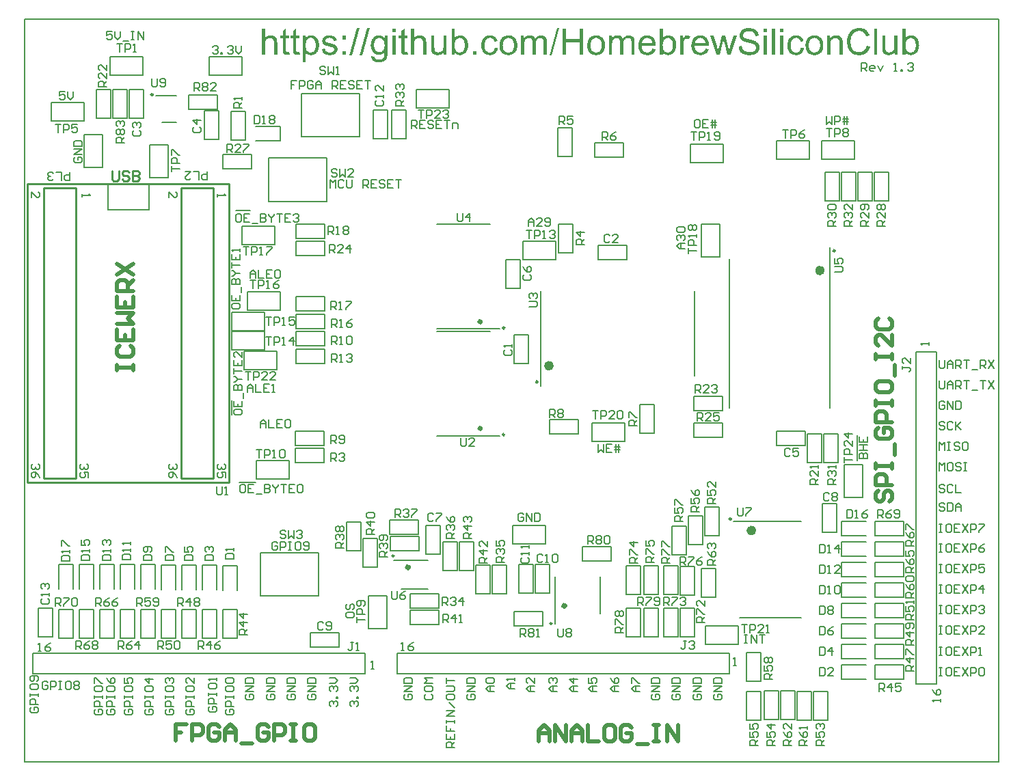
<source format=gto>
G04*
G04 #@! TF.GenerationSoftware,Altium Limited,Altium Designer,19.1.9 (167)*
G04*
G04 Layer_Color=65535*
%FSLAX25Y25*%
%MOIN*%
G70*
G01*
G75*
%ADD10C,0.02362*%
%ADD11C,0.00984*%
%ADD12C,0.01968*%
%ADD13C,0.00500*%
%ADD14C,0.00787*%
%ADD15C,0.01000*%
%ADD16C,0.00600*%
%ADD17C,0.00800*%
%ADD18C,0.02000*%
G36*
X369883Y356013D02*
X368310D01*
Y357809D01*
X369883D01*
Y356013D01*
D02*
G37*
G36*
X361924D02*
X360350D01*
Y357809D01*
X361924D01*
Y356013D01*
D02*
G37*
G36*
X180803Y356013D02*
X179230D01*
Y357809D01*
X180803D01*
Y356013D01*
D02*
G37*
G36*
X353391Y358013D02*
X353520D01*
X353872Y357976D01*
X354260Y357920D01*
X354668Y357827D01*
X355112Y357716D01*
X355519Y357568D01*
X355538D01*
X355575Y357550D01*
X355630Y357513D01*
X355704Y357476D01*
X355889Y357383D01*
X356130Y357217D01*
X356408Y357031D01*
X356685Y356791D01*
X356944Y356513D01*
X357185Y356199D01*
Y356180D01*
X357204Y356162D01*
X357241Y356106D01*
X357278Y356050D01*
X357370Y355865D01*
X357481Y355625D01*
X357611Y355329D01*
X357703Y354977D01*
X357796Y354607D01*
X357833Y354200D01*
X356204Y354070D01*
Y354088D01*
Y354125D01*
X356186Y354181D01*
X356167Y354274D01*
X356112Y354477D01*
X356037Y354755D01*
X355926Y355051D01*
X355760Y355347D01*
X355556Y355625D01*
X355297Y355884D01*
X355260Y355902D01*
X355168Y355977D01*
X354982Y356087D01*
X354742Y356199D01*
X354427Y356310D01*
X354057Y356421D01*
X353594Y356495D01*
X353076Y356513D01*
X352817D01*
X352706Y356495D01*
X352558Y356476D01*
X352224Y356439D01*
X351854Y356365D01*
X351484Y356273D01*
X351132Y356124D01*
X350984Y356032D01*
X350836Y355939D01*
X350799Y355921D01*
X350725Y355847D01*
X350614Y355717D01*
X350503Y355569D01*
X350373Y355366D01*
X350262Y355143D01*
X350188Y354884D01*
X350151Y354588D01*
Y354551D01*
Y354477D01*
X350170Y354348D01*
X350207Y354200D01*
X350262Y354014D01*
X350355Y353829D01*
X350466Y353644D01*
X350633Y353459D01*
X350651Y353441D01*
X350744Y353385D01*
X350818Y353329D01*
X350892Y353292D01*
X351003Y353237D01*
X351132Y353163D01*
X351299Y353107D01*
X351484Y353033D01*
X351688Y352959D01*
X351928Y352867D01*
X352187Y352793D01*
X352484Y352700D01*
X352817Y352626D01*
X353187Y352534D01*
X353205D01*
X353279Y352515D01*
X353391Y352497D01*
X353520Y352460D01*
X353687Y352423D01*
X353890Y352367D01*
X354094Y352311D01*
X354316Y352256D01*
X354797Y352126D01*
X355260Y351997D01*
X355482Y351923D01*
X355686Y351849D01*
X355871Y351793D01*
X356019Y351719D01*
X356037D01*
X356075Y351701D01*
X356130Y351664D01*
X356204Y351627D01*
X356408Y351516D01*
X356648Y351367D01*
X356926Y351164D01*
X357204Y350942D01*
X357463Y350683D01*
X357685Y350405D01*
X357703Y350368D01*
X357777Y350275D01*
X357851Y350109D01*
X357962Y349887D01*
X358055Y349627D01*
X358148Y349313D01*
X358203Y348961D01*
X358222Y348591D01*
Y348572D01*
Y348554D01*
Y348498D01*
Y348424D01*
X358185Y348221D01*
X358148Y347962D01*
X358073Y347666D01*
X357981Y347351D01*
X357833Y347018D01*
X357629Y346666D01*
Y346647D01*
X357611Y346629D01*
X357518Y346518D01*
X357389Y346351D01*
X357204Y346166D01*
X356963Y345944D01*
X356667Y345703D01*
X356334Y345481D01*
X355945Y345278D01*
X355926D01*
X355889Y345259D01*
X355834Y345241D01*
X355760Y345204D01*
X355649Y345167D01*
X355519Y345111D01*
X355223Y345037D01*
X354871Y344945D01*
X354446Y344852D01*
X353983Y344796D01*
X353483Y344778D01*
X353187D01*
X353039Y344796D01*
X352872D01*
X352687Y344815D01*
X352465Y344833D01*
X352002Y344907D01*
X351521Y344982D01*
X351040Y345111D01*
X350577Y345278D01*
X350558D01*
X350521Y345296D01*
X350466Y345333D01*
X350392Y345370D01*
X350170Y345481D01*
X349911Y345648D01*
X349615Y345870D01*
X349300Y346129D01*
X349004Y346444D01*
X348726Y346796D01*
Y346814D01*
X348689Y346851D01*
X348671Y346907D01*
X348615Y346981D01*
X348578Y347073D01*
X348522Y347184D01*
X348393Y347462D01*
X348263Y347814D01*
X348152Y348202D01*
X348078Y348646D01*
X348041Y349109D01*
X349633Y349257D01*
Y349239D01*
Y349220D01*
X349652Y349165D01*
Y349091D01*
X349689Y348924D01*
X349744Y348684D01*
X349818Y348443D01*
X349892Y348165D01*
X350022Y347906D01*
X350151Y347666D01*
X350170Y347647D01*
X350225Y347573D01*
X350318Y347443D01*
X350466Y347314D01*
X350651Y347147D01*
X350855Y346981D01*
X351132Y346814D01*
X351429Y346666D01*
X351447D01*
X351466Y346647D01*
X351521Y346629D01*
X351576Y346610D01*
X351762Y346555D01*
X352002Y346481D01*
X352298Y346407D01*
X352632Y346351D01*
X353002Y346314D01*
X353409Y346296D01*
X353576D01*
X353761Y346314D01*
X353983Y346333D01*
X354242Y346370D01*
X354538Y346407D01*
X354834Y346481D01*
X355112Y346573D01*
X355149Y346592D01*
X355241Y346629D01*
X355371Y346703D01*
X355538Y346777D01*
X355704Y346907D01*
X355889Y347036D01*
X356075Y347184D01*
X356223Y347369D01*
X356241Y347388D01*
X356278Y347462D01*
X356334Y347554D01*
X356408Y347703D01*
X356482Y347851D01*
X356537Y348036D01*
X356574Y348239D01*
X356593Y348461D01*
Y348480D01*
Y348572D01*
X356574Y348684D01*
X356556Y348832D01*
X356500Y348980D01*
X356445Y349165D01*
X356352Y349350D01*
X356223Y349517D01*
X356204Y349535D01*
X356149Y349590D01*
X356075Y349665D01*
X355945Y349776D01*
X355797Y349887D01*
X355593Y350016D01*
X355353Y350146D01*
X355075Y350257D01*
X355056Y350275D01*
X354964Y350294D01*
X354816Y350349D01*
X354723Y350368D01*
X354594Y350405D01*
X354464Y350461D01*
X354297Y350498D01*
X354112Y350553D01*
X353890Y350609D01*
X353668Y350664D01*
X353409Y350738D01*
X353113Y350812D01*
X352798Y350886D01*
X352780D01*
X352724Y350905D01*
X352632Y350923D01*
X352521Y350960D01*
X352373Y350997D01*
X352206Y351034D01*
X351836Y351145D01*
X351429Y351275D01*
X351003Y351405D01*
X350633Y351534D01*
X350466Y351608D01*
X350318Y351682D01*
X350299D01*
X350281Y351701D01*
X350170Y351775D01*
X350003Y351867D01*
X349818Y352015D01*
X349596Y352182D01*
X349374Y352385D01*
X349152Y352626D01*
X348967Y352885D01*
X348948Y352922D01*
X348893Y353015D01*
X348819Y353163D01*
X348745Y353348D01*
X348671Y353589D01*
X348596Y353866D01*
X348541Y354163D01*
X348522Y354477D01*
Y354496D01*
Y354514D01*
Y354570D01*
Y354644D01*
X348559Y354829D01*
X348596Y355069D01*
X348652Y355347D01*
X348745Y355662D01*
X348874Y355977D01*
X349059Y356291D01*
Y356310D01*
X349078Y356328D01*
X349170Y356439D01*
X349300Y356587D01*
X349466Y356772D01*
X349689Y356976D01*
X349966Y357198D01*
X350299Y357402D01*
X350670Y357587D01*
X350688D01*
X350725Y357605D01*
X350781Y357624D01*
X350855Y357661D01*
X350947Y357698D01*
X351077Y357735D01*
X351354Y357809D01*
X351706Y357883D01*
X352113Y357957D01*
X352539Y358013D01*
X353020Y358031D01*
X353261D01*
X353391Y358013D01*
D02*
G37*
G36*
X407218Y358013D02*
X407384Y357994D01*
X407588Y357976D01*
X407791Y357957D01*
X408032Y357902D01*
X408532Y357790D01*
X409087Y357624D01*
X409365Y357513D01*
X409624Y357383D01*
X409883Y357217D01*
X410142Y357050D01*
X410161Y357032D01*
X410198Y357013D01*
X410272Y356958D01*
X410364Y356865D01*
X410457Y356772D01*
X410586Y356643D01*
X410716Y356495D01*
X410864Y356347D01*
X411012Y356162D01*
X411160Y355940D01*
X411327Y355717D01*
X411475Y355477D01*
X411604Y355199D01*
X411753Y354921D01*
X411864Y354625D01*
X411975Y354292D01*
X410309Y353903D01*
Y353922D01*
X410290Y353959D01*
X410253Y354033D01*
X410216Y354125D01*
X410179Y354237D01*
X410124Y354385D01*
X409976Y354681D01*
X409791Y355014D01*
X409568Y355347D01*
X409291Y355662D01*
X408995Y355940D01*
X408957Y355977D01*
X408847Y356050D01*
X408661Y356143D01*
X408421Y356273D01*
X408106Y356384D01*
X407754Y356495D01*
X407329Y356569D01*
X406866Y356587D01*
X406718D01*
X406625Y356569D01*
X406496D01*
X406348Y356550D01*
X405996Y356495D01*
X405607Y356421D01*
X405200Y356291D01*
X404774Y356106D01*
X404386Y355865D01*
X404367D01*
X404349Y355828D01*
X404219Y355736D01*
X404052Y355588D01*
X403849Y355366D01*
X403608Y355088D01*
X403386Y354773D01*
X403182Y354385D01*
X402997Y353959D01*
Y353940D01*
X402979Y353903D01*
X402960Y353848D01*
X402942Y353755D01*
X402905Y353644D01*
X402868Y353515D01*
X402812Y353200D01*
X402738Y352830D01*
X402664Y352423D01*
X402627Y351978D01*
X402609Y351497D01*
Y351479D01*
Y351423D01*
Y351330D01*
Y351219D01*
X402627Y351090D01*
Y350923D01*
X402646Y350738D01*
X402664Y350535D01*
X402720Y350090D01*
X402812Y349609D01*
X402923Y349128D01*
X403071Y348646D01*
Y348628D01*
X403090Y348591D01*
X403127Y348535D01*
X403164Y348443D01*
X403275Y348221D01*
X403442Y347962D01*
X403645Y347666D01*
X403904Y347351D01*
X404201Y347073D01*
X404552Y346814D01*
X404571D01*
X404608Y346796D01*
X404663Y346759D01*
X404737Y346722D01*
X404830Y346685D01*
X404941Y346629D01*
X405200Y346518D01*
X405533Y346407D01*
X405903Y346314D01*
X406311Y346240D01*
X406736Y346222D01*
X406866D01*
X406977Y346240D01*
X407106D01*
X407236Y346259D01*
X407569Y346333D01*
X407958Y346425D01*
X408347Y346573D01*
X408754Y346777D01*
X408957Y346888D01*
X409143Y347036D01*
X409161Y347055D01*
X409180Y347073D01*
X409235Y347129D01*
X409309Y347184D01*
X409383Y347277D01*
X409476Y347388D01*
X409587Y347499D01*
X409679Y347647D01*
X409791Y347814D01*
X409920Y347999D01*
X410031Y348184D01*
X410142Y348406D01*
X410235Y348646D01*
X410327Y348906D01*
X410420Y349183D01*
X410494Y349480D01*
X412197Y349054D01*
Y349035D01*
X412178Y348961D01*
X412141Y348850D01*
X412086Y348702D01*
X412030Y348535D01*
X411956Y348332D01*
X411864Y348110D01*
X411753Y347869D01*
X411493Y347351D01*
X411160Y346832D01*
X410957Y346573D01*
X410753Y346314D01*
X410531Y346092D01*
X410272Y345870D01*
X410253Y345851D01*
X410216Y345814D01*
X410124Y345778D01*
X410031Y345703D01*
X409883Y345611D01*
X409735Y345518D01*
X409531Y345426D01*
X409328Y345333D01*
X409087Y345222D01*
X408828Y345130D01*
X408550Y345037D01*
X408254Y344945D01*
X407939Y344870D01*
X407606Y344833D01*
X407255Y344796D01*
X406884Y344778D01*
X406681D01*
X406533Y344796D01*
X406366D01*
X406163Y344815D01*
X405940Y344852D01*
X405681Y344889D01*
X405145Y344982D01*
X404589Y345130D01*
X404034Y345333D01*
X403775Y345463D01*
X403516Y345611D01*
X403497Y345629D01*
X403460Y345648D01*
X403386Y345703D01*
X403312Y345778D01*
X403201Y345851D01*
X403071Y345963D01*
X402923Y346092D01*
X402775Y346240D01*
X402627Y346407D01*
X402460Y346573D01*
X402127Y346999D01*
X401813Y347499D01*
X401535Y348054D01*
Y348073D01*
X401498Y348128D01*
X401479Y348221D01*
X401424Y348332D01*
X401387Y348480D01*
X401331Y348665D01*
X401257Y348869D01*
X401202Y349091D01*
X401146Y349331D01*
X401072Y349609D01*
X400980Y350183D01*
X400906Y350831D01*
X400869Y351497D01*
Y351516D01*
Y351590D01*
Y351701D01*
X400887Y351830D01*
Y352015D01*
X400906Y352200D01*
X400924Y352441D01*
X400961Y352682D01*
X401054Y353219D01*
X401183Y353811D01*
X401368Y354403D01*
X401628Y354977D01*
X401646Y354995D01*
X401665Y355051D01*
X401702Y355125D01*
X401776Y355218D01*
X401850Y355347D01*
X401942Y355495D01*
X402183Y355828D01*
X402498Y356199D01*
X402868Y356569D01*
X403294Y356939D01*
X403793Y357254D01*
X403812Y357272D01*
X403867Y357291D01*
X403941Y357328D01*
X404034Y357383D01*
X404182Y357439D01*
X404330Y357494D01*
X404515Y357568D01*
X404719Y357642D01*
X404941Y357716D01*
X405182Y357790D01*
X405700Y357902D01*
X406292Y357994D01*
X406903Y358031D01*
X407088D01*
X407218Y358013D01*
D02*
G37*
G36*
X139822Y354477D02*
X139952Y354459D01*
X140229Y354422D01*
X140562Y354348D01*
X140914Y354237D01*
X141266Y354070D01*
X141618Y353866D01*
X141636D01*
X141655Y353829D01*
X141766Y353755D01*
X141932Y353607D01*
X142136Y353422D01*
X142358Y353181D01*
X142580Y352885D01*
X142802Y352534D01*
X142987Y352145D01*
Y352126D01*
X143006Y352089D01*
X143024Y352034D01*
X143061Y351960D01*
X143098Y351849D01*
X143135Y351719D01*
X143228Y351423D01*
X143321Y351053D01*
X143395Y350646D01*
X143450Y350183D01*
X143469Y349701D01*
Y349683D01*
Y349646D01*
Y349572D01*
Y349461D01*
X143450Y349331D01*
Y349183D01*
X143413Y348850D01*
X143339Y348443D01*
X143246Y348017D01*
X143117Y347573D01*
X142950Y347129D01*
Y347110D01*
X142932Y347073D01*
X142895Y347018D01*
X142858Y346944D01*
X142728Y346740D01*
X142562Y346481D01*
X142358Y346203D01*
X142099Y345925D01*
X141803Y345648D01*
X141451Y345389D01*
X141432D01*
X141414Y345370D01*
X141358Y345333D01*
X141284Y345296D01*
X141099Y345204D01*
X140840Y345093D01*
X140525Y344982D01*
X140192Y344889D01*
X139804Y344815D01*
X139415Y344796D01*
X139285D01*
X139137Y344815D01*
X138952Y344833D01*
X138730Y344870D01*
X138489Y344926D01*
X138249Y345000D01*
X138008Y345111D01*
X137990Y345130D01*
X137897Y345167D01*
X137786Y345241D01*
X137638Y345352D01*
X137490Y345463D01*
X137305Y345611D01*
X137138Y345777D01*
X136990Y345963D01*
Y341446D01*
X135417D01*
Y354292D01*
X136842D01*
Y353070D01*
X136861Y353107D01*
X136935Y353181D01*
X137027Y353311D01*
X137175Y353459D01*
X137342Y353644D01*
X137527Y353811D01*
X137749Y353977D01*
X137971Y354125D01*
X138008Y354144D01*
X138082Y354181D01*
X138230Y354237D01*
X138415Y354310D01*
X138637Y354385D01*
X138897Y354440D01*
X139193Y354477D01*
X139526Y354496D01*
X139730D01*
X139822Y354477D01*
D02*
G37*
G36*
X395852Y354477D02*
X396056Y354459D01*
X396297Y354422D01*
X396556Y354366D01*
X396833Y354292D01*
X397093Y354181D01*
X397130Y354163D01*
X397204Y354125D01*
X397333Y354070D01*
X397481Y353977D01*
X397666Y353866D01*
X397833Y353718D01*
X398000Y353570D01*
X398148Y353385D01*
X398166Y353367D01*
X398203Y353292D01*
X398259Y353200D01*
X398351Y353070D01*
X398425Y352885D01*
X398499Y352700D01*
X398592Y352478D01*
X398647Y352238D01*
Y352219D01*
X398666Y352145D01*
X398685Y352034D01*
X398703Y351886D01*
Y351664D01*
X398722Y351405D01*
X398740Y351090D01*
Y350701D01*
Y345000D01*
X397167D01*
Y350627D01*
Y350646D01*
Y350664D01*
Y350794D01*
Y350960D01*
X397148Y351164D01*
X397130Y351405D01*
X397093Y351645D01*
X397037Y351867D01*
X396982Y352071D01*
Y352089D01*
X396944Y352145D01*
X396889Y352238D01*
X396833Y352348D01*
X396741Y352460D01*
X396630Y352589D01*
X396482Y352719D01*
X396315Y352830D01*
X396297Y352848D01*
X396241Y352885D01*
X396130Y352922D01*
X396001Y352978D01*
X395852Y353033D01*
X395667Y353089D01*
X395445Y353107D01*
X395223Y353126D01*
X395131D01*
X395057Y353107D01*
X394871Y353089D01*
X394631Y353052D01*
X394372Y352959D01*
X394075Y352848D01*
X393779Y352700D01*
X393502Y352478D01*
X393465Y352441D01*
X393391Y352348D01*
X393335Y352274D01*
X393280Y352182D01*
X393205Y352071D01*
X393150Y351941D01*
X393076Y351793D01*
X393002Y351608D01*
X392946Y351405D01*
X392891Y351182D01*
X392854Y350942D01*
X392817Y350683D01*
X392780Y350368D01*
Y350053D01*
Y345000D01*
X391206D01*
Y354292D01*
X392613D01*
Y352959D01*
X392632Y352978D01*
X392669Y353033D01*
X392724Y353107D01*
X392798Y353200D01*
X392909Y353311D01*
X393039Y353441D01*
X393187Y353589D01*
X393372Y353737D01*
X393557Y353866D01*
X393779Y354014D01*
X394020Y354144D01*
X394279Y354255D01*
X394575Y354348D01*
X394871Y354422D01*
X395205Y354477D01*
X395556Y354496D01*
X395704D01*
X395852Y354477D01*
D02*
G37*
G36*
X323275Y354477D02*
X323478Y354440D01*
X323719Y354366D01*
X323978Y354274D01*
X324274Y354144D01*
X324589Y353977D01*
X324015Y352534D01*
X323997Y352552D01*
X323923Y352589D01*
X323812Y352645D01*
X323663Y352700D01*
X323497Y352756D01*
X323293Y352811D01*
X323090Y352848D01*
X322886Y352867D01*
X322794D01*
X322701Y352848D01*
X322571Y352830D01*
X322442Y352793D01*
X322275Y352737D01*
X322109Y352663D01*
X321960Y352552D01*
X321942Y352534D01*
X321886Y352497D01*
X321831Y352423D01*
X321738Y352330D01*
X321646Y352200D01*
X321553Y352052D01*
X321461Y351886D01*
X321387Y351682D01*
X321368Y351645D01*
X321350Y351534D01*
X321313Y351367D01*
X321257Y351145D01*
X321202Y350868D01*
X321165Y350553D01*
X321146Y350220D01*
X321128Y349850D01*
Y345000D01*
X319554D01*
Y354292D01*
X320979D01*
Y352885D01*
X320998Y352904D01*
X321072Y353033D01*
X321165Y353200D01*
X321313Y353404D01*
X321461Y353607D01*
X321627Y353829D01*
X321794Y354014D01*
X321960Y354163D01*
X321979Y354181D01*
X322035Y354218D01*
X322146Y354274D01*
X322257Y354329D01*
X322405Y354385D01*
X322590Y354440D01*
X322775Y354477D01*
X322979Y354496D01*
X323108D01*
X323275Y354477D01*
D02*
G37*
G36*
X294677Y354477D02*
X294806D01*
X294936Y354459D01*
X295251Y354403D01*
X295584Y354311D01*
X295936Y354163D01*
X296287Y353977D01*
X296583Y353718D01*
X296620Y353681D01*
X296694Y353570D01*
X296824Y353404D01*
X296880Y353274D01*
X296954Y353144D01*
X297028Y352978D01*
X297083Y352811D01*
X297157Y352626D01*
X297213Y352404D01*
X297250Y352182D01*
X297287Y351923D01*
X297324Y351664D01*
Y351367D01*
Y345000D01*
X295750D01*
Y350831D01*
Y350849D01*
Y350868D01*
Y350979D01*
Y351145D01*
X295732Y351349D01*
X295713Y351571D01*
X295695Y351793D01*
X295658Y352015D01*
X295602Y352182D01*
Y352200D01*
X295565Y352256D01*
X295528Y352330D01*
X295473Y352422D01*
X295399Y352534D01*
X295306Y352645D01*
X295195Y352756D01*
X295047Y352867D01*
X295028Y352885D01*
X294973Y352904D01*
X294899Y352941D01*
X294769Y352996D01*
X294640Y353052D01*
X294473Y353089D01*
X294307Y353107D01*
X294103Y353126D01*
X294010D01*
X293936Y353107D01*
X293751Y353089D01*
X293529Y353052D01*
X293270Y352959D01*
X292992Y352848D01*
X292715Y352682D01*
X292456Y352460D01*
X292437Y352422D01*
X292363Y352330D01*
X292252Y352182D01*
X292141Y351960D01*
X292011Y351664D01*
X291919Y351312D01*
X291845Y350886D01*
X291808Y350386D01*
Y345000D01*
X290234D01*
Y351016D01*
Y351034D01*
Y351071D01*
Y351108D01*
Y351182D01*
X290216Y351386D01*
X290179Y351608D01*
X290142Y351867D01*
X290068Y352126D01*
X289975Y352367D01*
X289846Y352589D01*
X289827Y352608D01*
X289772Y352682D01*
X289679Y352756D01*
X289549Y352867D01*
X289383Y352959D01*
X289161Y353052D01*
X288902Y353107D01*
X288587Y353126D01*
X288476D01*
X288346Y353107D01*
X288198Y353089D01*
X288013Y353033D01*
X287791Y352978D01*
X287587Y352885D01*
X287365Y352774D01*
X287347Y352756D01*
X287273Y352700D01*
X287180Y352626D01*
X287051Y352515D01*
X286921Y352367D01*
X286791Y352182D01*
X286662Y351978D01*
X286551Y351738D01*
X286532Y351701D01*
X286514Y351608D01*
X286477Y351460D01*
X286421Y351256D01*
X286366Y350979D01*
X286329Y350646D01*
X286310Y350257D01*
X286292Y349813D01*
Y345000D01*
X284718D01*
Y354292D01*
X286125D01*
Y352959D01*
X286144Y352996D01*
X286199Y353070D01*
X286310Y353200D01*
X286440Y353348D01*
X286606Y353533D01*
X286810Y353718D01*
X287032Y353903D01*
X287291Y354070D01*
X287328Y354088D01*
X287421Y354144D01*
X287569Y354200D01*
X287773Y354292D01*
X288013Y354366D01*
X288291Y354422D01*
X288605Y354477D01*
X288939Y354496D01*
X289105D01*
X289309Y354477D01*
X289531Y354440D01*
X289809Y354385D01*
X290086Y354311D01*
X290364Y354200D01*
X290623Y354051D01*
X290660Y354033D01*
X290734Y353977D01*
X290845Y353885D01*
X290993Y353737D01*
X291141Y353570D01*
X291308Y353367D01*
X291456Y353126D01*
X291567Y352848D01*
X291586Y352867D01*
X291623Y352922D01*
X291678Y352996D01*
X291771Y353107D01*
X291882Y353237D01*
X292011Y353367D01*
X292159Y353515D01*
X292344Y353681D01*
X292548Y353829D01*
X292752Y353977D01*
X292992Y354107D01*
X293251Y354237D01*
X293529Y354348D01*
X293825Y354422D01*
X294122Y354477D01*
X294455Y354496D01*
X294584D01*
X294677Y354477D01*
D02*
G37*
G36*
X251900Y354477D02*
X252030D01*
X252159Y354459D01*
X252474Y354403D01*
X252807Y354311D01*
X253159Y354163D01*
X253511Y353977D01*
X253807Y353718D01*
X253844Y353681D01*
X253918Y353570D01*
X254047Y353404D01*
X254103Y353274D01*
X254177Y353144D01*
X254251Y352978D01*
X254307Y352811D01*
X254380Y352626D01*
X254436Y352404D01*
X254473Y352182D01*
X254510Y351923D01*
X254547Y351664D01*
Y351367D01*
Y345000D01*
X252974D01*
Y350831D01*
Y350849D01*
Y350868D01*
Y350979D01*
Y351145D01*
X252955Y351349D01*
X252937Y351571D01*
X252918Y351793D01*
X252881Y352015D01*
X252826Y352182D01*
Y352200D01*
X252789Y352256D01*
X252752Y352330D01*
X252696Y352422D01*
X252622Y352534D01*
X252530Y352645D01*
X252418Y352756D01*
X252270Y352867D01*
X252252Y352885D01*
X252196Y352904D01*
X252122Y352941D01*
X251993Y352996D01*
X251863Y353052D01*
X251697Y353089D01*
X251530Y353107D01*
X251326Y353126D01*
X251234D01*
X251160Y353107D01*
X250975Y353089D01*
X250753Y353052D01*
X250493Y352959D01*
X250216Y352848D01*
X249938Y352682D01*
X249679Y352460D01*
X249660Y352422D01*
X249586Y352330D01*
X249475Y352182D01*
X249364Y351960D01*
X249235Y351664D01*
X249142Y351312D01*
X249068Y350886D01*
X249031Y350386D01*
Y345000D01*
X247458D01*
Y351016D01*
Y351034D01*
Y351071D01*
Y351108D01*
Y351182D01*
X247439Y351386D01*
X247402Y351608D01*
X247365Y351867D01*
X247291Y352126D01*
X247199Y352367D01*
X247069Y352589D01*
X247051Y352608D01*
X246995Y352682D01*
X246902Y352756D01*
X246773Y352867D01*
X246606Y352959D01*
X246384Y353052D01*
X246125Y353107D01*
X245810Y353126D01*
X245699D01*
X245570Y353107D01*
X245422Y353089D01*
X245237Y353033D01*
X245015Y352978D01*
X244811Y352885D01*
X244589Y352774D01*
X244570Y352756D01*
X244496Y352700D01*
X244404Y352626D01*
X244274Y352515D01*
X244145Y352367D01*
X244015Y352182D01*
X243885Y351978D01*
X243774Y351738D01*
X243756Y351701D01*
X243737Y351608D01*
X243700Y351460D01*
X243645Y351256D01*
X243589Y350979D01*
X243552Y350646D01*
X243534Y350257D01*
X243515Y349813D01*
Y345000D01*
X241942D01*
Y354292D01*
X243349D01*
Y352959D01*
X243367Y352996D01*
X243423Y353070D01*
X243534Y353200D01*
X243663Y353348D01*
X243830Y353533D01*
X244033Y353718D01*
X244256Y353903D01*
X244515Y354070D01*
X244552Y354088D01*
X244644Y354144D01*
X244792Y354200D01*
X244996Y354292D01*
X245237Y354366D01*
X245514Y354422D01*
X245829Y354477D01*
X246162Y354496D01*
X246329D01*
X246532Y354477D01*
X246754Y354440D01*
X247032Y354385D01*
X247310Y354311D01*
X247587Y354200D01*
X247847Y354051D01*
X247884Y354033D01*
X247958Y353977D01*
X248069Y353885D01*
X248217Y353737D01*
X248365Y353570D01*
X248531Y353366D01*
X248679Y353126D01*
X248791Y352848D01*
X248809Y352867D01*
X248846Y352922D01*
X248902Y352996D01*
X248994Y353107D01*
X249105Y353237D01*
X249235Y353366D01*
X249383Y353515D01*
X249568Y353681D01*
X249771Y353829D01*
X249975Y353977D01*
X250216Y354107D01*
X250475Y354237D01*
X250753Y354348D01*
X251049Y354422D01*
X251345Y354477D01*
X251678Y354496D01*
X251808D01*
X251900Y354477D01*
D02*
G37*
G36*
X272150Y345000D02*
X270447D01*
Y351034D01*
X263821D01*
Y345000D01*
X262118D01*
Y357809D01*
X263821D01*
Y352552D01*
X270447D01*
Y357809D01*
X272150D01*
Y345000D01*
D02*
G37*
G36*
X156555Y352497D02*
X154760D01*
Y354292D01*
X156555D01*
Y352497D01*
D02*
G37*
G36*
X148800Y354477D02*
X149077Y354459D01*
X149373Y354422D01*
X149688Y354348D01*
X150021Y354274D01*
X150336Y354163D01*
X150354D01*
X150373Y354144D01*
X150465Y354107D01*
X150613Y354033D01*
X150799Y353940D01*
X151002Y353811D01*
X151206Y353663D01*
X151391Y353496D01*
X151558Y353311D01*
X151576Y353292D01*
X151613Y353218D01*
X151687Y353089D01*
X151780Y352941D01*
X151872Y352719D01*
X151965Y352478D01*
X152039Y352200D01*
X152113Y351886D01*
X150576Y351682D01*
Y351719D01*
X150558Y351793D01*
X150521Y351923D01*
X150465Y352089D01*
X150373Y352256D01*
X150262Y352441D01*
X150132Y352626D01*
X149947Y352793D01*
X149929Y352811D01*
X149855Y352848D01*
X149743Y352922D01*
X149577Y352996D01*
X149392Y353070D01*
X149151Y353144D01*
X148855Y353181D01*
X148540Y353200D01*
X148355D01*
X148170Y353181D01*
X147930Y353163D01*
X147689Y353107D01*
X147430Y353052D01*
X147189Y352959D01*
X146985Y352830D01*
X146967Y352811D01*
X146912Y352774D01*
X146837Y352700D01*
X146763Y352589D01*
X146671Y352478D01*
X146597Y352330D01*
X146541Y352163D01*
X146523Y351997D01*
Y351978D01*
Y351941D01*
X146541Y351886D01*
Y351812D01*
X146597Y351627D01*
X146708Y351442D01*
X146726Y351423D01*
X146745Y351405D01*
X146782Y351349D01*
X146856Y351293D01*
X146930Y351238D01*
X147041Y351164D01*
X147171Y351108D01*
X147319Y351034D01*
X147337D01*
X147374Y351016D01*
X147448Y350997D01*
X147578Y350942D01*
X147763Y350886D01*
X148004Y350831D01*
X148152Y350775D01*
X148318Y350738D01*
X148503Y350683D01*
X148707Y350627D01*
X148725D01*
X148781Y350608D01*
X148873Y350590D01*
X148985Y350553D01*
X149114Y350516D01*
X149281Y350479D01*
X149632Y350368D01*
X150021Y350257D01*
X150410Y350127D01*
X150762Y349998D01*
X150910Y349942D01*
X151039Y349887D01*
X151076Y349868D01*
X151150Y349831D01*
X151261Y349776D01*
X151428Y349683D01*
X151594Y349572D01*
X151761Y349424D01*
X151928Y349257D01*
X152076Y349072D01*
X152094Y349054D01*
X152131Y348980D01*
X152205Y348869D01*
X152279Y348702D01*
X152335Y348498D01*
X152409Y348276D01*
X152446Y348017D01*
X152464Y347721D01*
Y347684D01*
Y347591D01*
X152446Y347443D01*
X152409Y347240D01*
X152353Y347018D01*
X152261Y346777D01*
X152150Y346499D01*
X152002Y346240D01*
X151983Y346203D01*
X151909Y346129D01*
X151817Y346000D01*
X151669Y345851D01*
X151465Y345685D01*
X151243Y345500D01*
X150984Y345333D01*
X150669Y345167D01*
X150651D01*
X150632Y345148D01*
X150521Y345111D01*
X150336Y345056D01*
X150095Y344982D01*
X149799Y344907D01*
X149466Y344852D01*
X149114Y344815D01*
X148707Y344796D01*
X148540D01*
X148411Y344815D01*
X148263D01*
X148078Y344833D01*
X147892Y344852D01*
X147689Y344889D01*
X147245Y344982D01*
X146782Y345111D01*
X146338Y345296D01*
X146134Y345407D01*
X145949Y345537D01*
X145930Y345555D01*
X145912Y345574D01*
X145801Y345685D01*
X145634Y345851D01*
X145449Y346111D01*
X145246Y346425D01*
X145042Y346796D01*
X144875Y347258D01*
X144746Y347777D01*
X146301Y348017D01*
Y347999D01*
Y347980D01*
X146338Y347869D01*
X146375Y347684D01*
X146449Y347480D01*
X146541Y347258D01*
X146652Y347018D01*
X146819Y346777D01*
X147022Y346573D01*
X147060Y346555D01*
X147134Y346499D01*
X147282Y346425D01*
X147467Y346333D01*
X147707Y346240D01*
X147985Y346166D01*
X148318Y346111D01*
X148707Y346092D01*
X148892D01*
X149077Y346111D01*
X149318Y346148D01*
X149577Y346203D01*
X149855Y346277D01*
X150095Y346370D01*
X150317Y346518D01*
X150336Y346536D01*
X150410Y346592D01*
X150484Y346684D01*
X150595Y346814D01*
X150688Y346962D01*
X150780Y347147D01*
X150836Y347332D01*
X150854Y347554D01*
Y347573D01*
Y347647D01*
X150836Y347740D01*
X150799Y347869D01*
X150743Y347999D01*
X150651Y348128D01*
X150539Y348276D01*
X150373Y348387D01*
X150354Y348406D01*
X150299Y348424D01*
X150206Y348480D01*
X150058Y348535D01*
X149836Y348609D01*
X149706Y348665D01*
X149558Y348702D01*
X149392Y348758D01*
X149207Y348813D01*
X149003Y348869D01*
X148763Y348924D01*
X148744D01*
X148688Y348943D01*
X148596Y348961D01*
X148485Y348998D01*
X148337Y349035D01*
X148170Y349091D01*
X147819Y349183D01*
X147411Y349313D01*
X147022Y349424D01*
X146652Y349553D01*
X146486Y349627D01*
X146356Y349683D01*
X146319Y349701D01*
X146245Y349739D01*
X146134Y349813D01*
X145986Y349905D01*
X145819Y350035D01*
X145653Y350183D01*
X145486Y350349D01*
X145338Y350553D01*
X145320Y350571D01*
X145283Y350646D01*
X145227Y350775D01*
X145171Y350923D01*
X145116Y351108D01*
X145061Y351330D01*
X145024Y351553D01*
X145005Y351812D01*
Y351849D01*
Y351923D01*
X145024Y352034D01*
X145042Y352200D01*
X145079Y352367D01*
X145116Y352571D01*
X145190Y352756D01*
X145283Y352959D01*
X145301Y352978D01*
X145338Y353052D01*
X145394Y353144D01*
X145486Y353274D01*
X145597Y353403D01*
X145727Y353570D01*
X145875Y353718D01*
X146060Y353848D01*
X146079Y353866D01*
X146134Y353885D01*
X146208Y353940D01*
X146319Y353996D01*
X146467Y354070D01*
X146634Y354144D01*
X146837Y354218D01*
X147060Y354292D01*
X147097Y354310D01*
X147171Y354329D01*
X147300Y354366D01*
X147467Y354403D01*
X147670Y354440D01*
X147892Y354459D01*
X148152Y354496D01*
X148596D01*
X148800Y354477D01*
D02*
G37*
G36*
X376306Y354477D02*
X376417D01*
X376565Y354459D01*
X376917Y354403D01*
X377305Y354311D01*
X377713Y354163D01*
X378120Y353977D01*
X378509Y353718D01*
X378527D01*
X378546Y353681D01*
X378657Y353570D01*
X378823Y353404D01*
X379027Y353163D01*
X379230Y352867D01*
X379434Y352497D01*
X379619Y352071D01*
X379749Y351571D01*
X378212Y351330D01*
Y351349D01*
X378194Y351367D01*
X378175Y351479D01*
X378120Y351645D01*
X378027Y351849D01*
X377935Y352071D01*
X377787Y352311D01*
X377620Y352534D01*
X377435Y352719D01*
X377416Y352737D01*
X377343Y352793D01*
X377213Y352867D01*
X377065Y352959D01*
X376861Y353052D01*
X376639Y353126D01*
X376380Y353182D01*
X376102Y353200D01*
X375991D01*
X375899Y353182D01*
X375695Y353163D01*
X375417Y353089D01*
X375121Y352996D01*
X374788Y352848D01*
X374473Y352626D01*
X374325Y352497D01*
X374177Y352348D01*
Y352330D01*
X374140Y352311D01*
X374103Y352256D01*
X374066Y352182D01*
X374011Y352089D01*
X373937Y351978D01*
X373881Y351849D01*
X373807Y351701D01*
X373733Y351516D01*
X373677Y351312D01*
X373603Y351090D01*
X373548Y350849D01*
X373511Y350590D01*
X373474Y350294D01*
X373437Y349979D01*
Y349646D01*
Y349628D01*
Y349572D01*
Y349461D01*
X373455Y349350D01*
Y349183D01*
X373474Y349017D01*
X373529Y348609D01*
X373603Y348165D01*
X373733Y347703D01*
X373900Y347295D01*
X374011Y347092D01*
X374140Y346925D01*
X374177Y346888D01*
X374270Y346796D01*
X374436Y346666D01*
X374640Y346518D01*
X374918Y346351D01*
X375232Y346222D01*
X375603Y346129D01*
X375806Y346111D01*
X376010Y346092D01*
X376047D01*
X376158Y346111D01*
X376343Y346129D01*
X376547Y346166D01*
X376787Y346222D01*
X377046Y346333D01*
X377305Y346462D01*
X377546Y346647D01*
X377583Y346666D01*
X377639Y346759D01*
X377750Y346888D01*
X377879Y347092D01*
X378009Y347332D01*
X378157Y347628D01*
X378268Y347999D01*
X378342Y348406D01*
X379897Y348202D01*
Y348184D01*
X379878Y348128D01*
X379860Y348054D01*
X379841Y347943D01*
X379804Y347795D01*
X379767Y347647D01*
X379638Y347277D01*
X379471Y346888D01*
X379230Y346462D01*
X378934Y346055D01*
X378768Y345870D01*
X378583Y345685D01*
X378564Y345666D01*
X378527Y345648D01*
X378472Y345611D01*
X378397Y345555D01*
X378305Y345481D01*
X378175Y345407D01*
X378027Y345333D01*
X377879Y345241D01*
X377509Y345074D01*
X377065Y344945D01*
X376584Y344833D01*
X376306Y344815D01*
X376028Y344796D01*
X375843D01*
X375714Y344815D01*
X375547Y344833D01*
X375362Y344870D01*
X375158Y344907D01*
X374936Y344945D01*
X374436Y345093D01*
X374196Y345204D01*
X373937Y345315D01*
X373677Y345463D01*
X373437Y345629D01*
X373196Y345814D01*
X372974Y346037D01*
X372956Y346055D01*
X372919Y346092D01*
X372863Y346166D01*
X372789Y346259D01*
X372715Y346388D01*
X372604Y346555D01*
X372511Y346740D01*
X372400Y346944D01*
X372289Y347184D01*
X372197Y347462D01*
X372086Y347740D01*
X372012Y348073D01*
X371937Y348406D01*
X371882Y348795D01*
X371845Y349183D01*
X371827Y349609D01*
Y349627D01*
Y349683D01*
Y349757D01*
Y349868D01*
X371845Y349998D01*
Y350146D01*
X371864Y350312D01*
X371882Y350498D01*
X371937Y350905D01*
X372030Y351349D01*
X372141Y351793D01*
X372308Y352237D01*
Y352256D01*
X372326Y352293D01*
X372363Y352348D01*
X372400Y352423D01*
X372511Y352626D01*
X372678Y352867D01*
X372900Y353145D01*
X373159Y353422D01*
X373474Y353700D01*
X373826Y353922D01*
X373844D01*
X373881Y353940D01*
X373937Y353977D01*
X374011Y354014D01*
X374103Y354051D01*
X374214Y354107D01*
X374492Y354218D01*
X374807Y354311D01*
X375195Y354403D01*
X375603Y354477D01*
X376047Y354496D01*
X376195D01*
X376306Y354477D01*
D02*
G37*
G36*
X227060Y354477D02*
X227171D01*
X227319Y354459D01*
X227671Y354403D01*
X228059Y354311D01*
X228467Y354163D01*
X228874Y353977D01*
X229262Y353718D01*
X229281D01*
X229299Y353681D01*
X229411Y353570D01*
X229577Y353404D01*
X229781Y353163D01*
X229984Y352867D01*
X230188Y352497D01*
X230373Y352071D01*
X230503Y351571D01*
X228966Y351330D01*
Y351349D01*
X228948Y351367D01*
X228929Y351479D01*
X228874Y351645D01*
X228781Y351849D01*
X228689Y352071D01*
X228541Y352311D01*
X228374Y352534D01*
X228189Y352719D01*
X228170Y352737D01*
X228096Y352793D01*
X227967Y352867D01*
X227819Y352959D01*
X227615Y353052D01*
X227393Y353126D01*
X227134Y353181D01*
X226856Y353200D01*
X226745D01*
X226653Y353181D01*
X226449Y353163D01*
X226171Y353089D01*
X225875Y352996D01*
X225542Y352848D01*
X225227Y352626D01*
X225079Y352497D01*
X224931Y352348D01*
Y352330D01*
X224894Y352311D01*
X224857Y352256D01*
X224820Y352182D01*
X224764Y352089D01*
X224691Y351978D01*
X224635Y351849D01*
X224561Y351701D01*
X224487Y351516D01*
X224431Y351312D01*
X224357Y351090D01*
X224302Y350849D01*
X224265Y350590D01*
X224228Y350294D01*
X224191Y349979D01*
Y349646D01*
Y349627D01*
Y349572D01*
Y349461D01*
X224209Y349350D01*
Y349183D01*
X224228Y349017D01*
X224283Y348609D01*
X224357Y348165D01*
X224487Y347703D01*
X224654Y347295D01*
X224764Y347092D01*
X224894Y346925D01*
X224931Y346888D01*
X225024Y346796D01*
X225190Y346666D01*
X225394Y346518D01*
X225672Y346351D01*
X225986Y346222D01*
X226356Y346129D01*
X226560Y346111D01*
X226764Y346092D01*
X226801D01*
X226912Y346111D01*
X227097Y346129D01*
X227300Y346166D01*
X227541Y346222D01*
X227800Y346333D01*
X228059Y346462D01*
X228300Y346647D01*
X228337Y346666D01*
X228393Y346759D01*
X228503Y346888D01*
X228633Y347092D01*
X228763Y347332D01*
X228911Y347628D01*
X229022Y347999D01*
X229096Y348406D01*
X230651Y348202D01*
Y348184D01*
X230632Y348128D01*
X230614Y348054D01*
X230595Y347943D01*
X230558Y347795D01*
X230521Y347647D01*
X230392Y347277D01*
X230225Y346888D01*
X229984Y346462D01*
X229688Y346055D01*
X229522Y345870D01*
X229337Y345685D01*
X229318Y345666D01*
X229281Y345648D01*
X229225Y345611D01*
X229151Y345555D01*
X229059Y345481D01*
X228929Y345407D01*
X228781Y345333D01*
X228633Y345241D01*
X228263Y345074D01*
X227819Y344945D01*
X227337Y344833D01*
X227060Y344815D01*
X226782Y344796D01*
X226597D01*
X226467Y344815D01*
X226301Y344833D01*
X226116Y344870D01*
X225912Y344907D01*
X225690Y344945D01*
X225190Y345093D01*
X224950Y345204D01*
X224691Y345315D01*
X224431Y345463D01*
X224191Y345629D01*
X223950Y345814D01*
X223728Y346037D01*
X223710Y346055D01*
X223672Y346092D01*
X223617Y346166D01*
X223543Y346259D01*
X223469Y346388D01*
X223358Y346555D01*
X223265Y346740D01*
X223154Y346944D01*
X223043Y347184D01*
X222951Y347462D01*
X222839Y347740D01*
X222765Y348073D01*
X222691Y348406D01*
X222636Y348795D01*
X222599Y349183D01*
X222580Y349609D01*
Y349627D01*
Y349683D01*
Y349757D01*
Y349868D01*
X222599Y349998D01*
Y350146D01*
X222617Y350312D01*
X222636Y350498D01*
X222691Y350905D01*
X222784Y351349D01*
X222895Y351793D01*
X223062Y352237D01*
Y352256D01*
X223080Y352293D01*
X223117Y352348D01*
X223154Y352422D01*
X223265Y352626D01*
X223432Y352867D01*
X223654Y353144D01*
X223913Y353422D01*
X224228Y353700D01*
X224579Y353922D01*
X224598D01*
X224635Y353940D01*
X224691Y353977D01*
X224764Y354014D01*
X224857Y354051D01*
X224968Y354107D01*
X225246Y354218D01*
X225560Y354311D01*
X225949Y354403D01*
X226356Y354477D01*
X226801Y354496D01*
X226949D01*
X227060Y354477D01*
D02*
G37*
G36*
X344154Y345000D02*
X342544D01*
X341063Y350553D01*
X340693Y352145D01*
X338823Y345000D01*
X337157D01*
X334344Y354292D01*
X335991D01*
X337472Y348924D01*
X337990Y346925D01*
Y346944D01*
X338009Y346981D01*
X338027Y347073D01*
X338046Y347129D01*
X338064Y347221D01*
X338083Y347332D01*
X338120Y347462D01*
X338157Y347610D01*
X338212Y347795D01*
X338268Y347999D01*
X338323Y348239D01*
X338397Y348517D01*
X338472Y348832D01*
X339952Y354292D01*
X341563D01*
X342951Y348887D01*
X343414Y347110D01*
X343950Y348906D01*
X345542Y354292D01*
X347079D01*
X344154Y345000D01*
D02*
G37*
G36*
X425561Y345000D02*
X424154D01*
Y346351D01*
X424136Y346333D01*
X424099Y346277D01*
X424043Y346203D01*
X423951Y346111D01*
X423840Y346000D01*
X423710Y345851D01*
X423562Y345722D01*
X423377Y345574D01*
X423173Y345426D01*
X422951Y345296D01*
X422711Y345167D01*
X422451Y345037D01*
X422155Y344945D01*
X421859Y344870D01*
X421526Y344815D01*
X421193Y344796D01*
X421063D01*
X420896Y344815D01*
X420693Y344833D01*
X420452Y344870D01*
X420193Y344926D01*
X419934Y345000D01*
X419656Y345111D01*
X419619Y345130D01*
X419545Y345167D01*
X419416Y345241D01*
X419268Y345333D01*
X419082Y345444D01*
X418916Y345574D01*
X418749Y345722D01*
X418601Y345888D01*
X418583Y345907D01*
X418546Y345981D01*
X418490Y346074D01*
X418416Y346222D01*
X418324Y346388D01*
X418250Y346592D01*
X418176Y346814D01*
X418120Y347055D01*
Y347073D01*
X418102Y347147D01*
X418083Y347258D01*
Y347406D01*
X418064Y347628D01*
X418046Y347869D01*
X418027Y348184D01*
Y348535D01*
Y354292D01*
X419601D01*
Y349128D01*
Y349109D01*
Y349072D01*
Y349017D01*
Y348924D01*
Y348721D01*
X419619Y348461D01*
Y348184D01*
X419638Y347906D01*
X419656Y347666D01*
X419693Y347462D01*
Y347443D01*
X419730Y347369D01*
X419767Y347258D01*
X419823Y347110D01*
X419915Y346962D01*
X420026Y346796D01*
X420156Y346647D01*
X420323Y346499D01*
X420341Y346481D01*
X420415Y346444D01*
X420508Y346388D01*
X420656Y346333D01*
X420822Y346259D01*
X421026Y346203D01*
X421248Y346166D01*
X421507Y346148D01*
X421637D01*
X421767Y346166D01*
X421933Y346185D01*
X422137Y346240D01*
X422359Y346296D01*
X422599Y346388D01*
X422840Y346499D01*
X422877Y346518D01*
X422951Y346573D01*
X423062Y346647D01*
X423192Y346759D01*
X423340Y346907D01*
X423488Y347073D01*
X423618Y347258D01*
X423729Y347480D01*
X423747Y347517D01*
X423766Y347591D01*
X423803Y347740D01*
X423858Y347943D01*
X423914Y348202D01*
X423951Y348517D01*
X423969Y348887D01*
X423988Y349313D01*
Y354292D01*
X425561D01*
Y345000D01*
D02*
G37*
G36*
X205644Y345000D02*
X204237D01*
Y346351D01*
X204218Y346333D01*
X204181Y346277D01*
X204126Y346203D01*
X204033Y346111D01*
X203922Y346000D01*
X203793Y345851D01*
X203645Y345722D01*
X203460Y345574D01*
X203256Y345426D01*
X203034Y345296D01*
X202793Y345167D01*
X202534Y345037D01*
X202238Y344945D01*
X201942Y344870D01*
X201608Y344815D01*
X201275Y344796D01*
X201146D01*
X200979Y344815D01*
X200776Y344833D01*
X200535Y344870D01*
X200276Y344926D01*
X200017Y345000D01*
X199739Y345111D01*
X199702Y345130D01*
X199628Y345167D01*
X199498Y345241D01*
X199350Y345333D01*
X199165Y345444D01*
X198999Y345574D01*
X198832Y345722D01*
X198684Y345888D01*
X198665Y345907D01*
X198628Y345981D01*
X198573Y346074D01*
X198499Y346222D01*
X198406Y346388D01*
X198332Y346592D01*
X198258Y346814D01*
X198203Y347055D01*
Y347073D01*
X198184Y347147D01*
X198166Y347258D01*
Y347406D01*
X198147Y347628D01*
X198129Y347869D01*
X198110Y348184D01*
Y348535D01*
Y354292D01*
X199683D01*
Y349128D01*
Y349109D01*
Y349072D01*
Y349017D01*
Y348924D01*
Y348721D01*
X199702Y348461D01*
Y348184D01*
X199721Y347906D01*
X199739Y347666D01*
X199776Y347462D01*
Y347443D01*
X199813Y347369D01*
X199850Y347258D01*
X199906Y347110D01*
X199998Y346962D01*
X200109Y346796D01*
X200239Y346647D01*
X200405Y346499D01*
X200424Y346481D01*
X200498Y346444D01*
X200590Y346388D01*
X200739Y346333D01*
X200905Y346259D01*
X201109Y346203D01*
X201331Y346166D01*
X201590Y346148D01*
X201720D01*
X201849Y346166D01*
X202016Y346185D01*
X202219Y346240D01*
X202442Y346296D01*
X202682Y346388D01*
X202923Y346499D01*
X202960Y346518D01*
X203034Y346573D01*
X203145Y346647D01*
X203274Y346759D01*
X203422Y346907D01*
X203571Y347073D01*
X203700Y347258D01*
X203811Y347480D01*
X203830Y347517D01*
X203848Y347591D01*
X203885Y347740D01*
X203941Y347943D01*
X203996Y348202D01*
X204033Y348517D01*
X204052Y348887D01*
X204070Y349313D01*
Y354292D01*
X205644D01*
Y345000D01*
D02*
G37*
G36*
X415621Y345000D02*
X414048D01*
Y357809D01*
X415621D01*
Y345000D01*
D02*
G37*
G36*
X369883Y345000D02*
X368310D01*
Y354292D01*
X369883D01*
Y345000D01*
D02*
G37*
G36*
X365866D02*
X364293D01*
Y357809D01*
X365866D01*
Y345000D01*
D02*
G37*
G36*
X361924D02*
X360350D01*
Y354292D01*
X361924D01*
Y345000D01*
D02*
G37*
G36*
X220304Y345000D02*
X218508D01*
Y346796D01*
X220304D01*
Y345000D01*
D02*
G37*
G36*
X189762Y353218D02*
X189781Y353237D01*
X189818Y353274D01*
X189873Y353329D01*
X189966Y353422D01*
X190058Y353515D01*
X190188Y353626D01*
X190354Y353737D01*
X190521Y353866D01*
X190706Y353977D01*
X190910Y354088D01*
X191391Y354292D01*
X191650Y354385D01*
X191928Y354440D01*
X192224Y354477D01*
X192520Y354496D01*
X192687D01*
X192890Y354477D01*
X193131Y354440D01*
X193409Y354403D01*
X193705Y354329D01*
X194001Y354218D01*
X194297Y354088D01*
X194334Y354070D01*
X194427Y354014D01*
X194556Y353922D01*
X194723Y353792D01*
X194889Y353626D01*
X195074Y353441D01*
X195241Y353218D01*
X195389Y352959D01*
X195408Y352922D01*
X195445Y352830D01*
X195500Y352663D01*
X195556Y352422D01*
X195611Y352126D01*
X195667Y351775D01*
X195704Y351349D01*
X195722Y350868D01*
Y345000D01*
X194149D01*
Y350886D01*
Y350905D01*
Y350942D01*
Y350997D01*
Y351071D01*
X194131Y351275D01*
X194094Y351534D01*
X194019Y351812D01*
X193927Y352089D01*
X193797Y352367D01*
X193631Y352589D01*
X193612Y352608D01*
X193538Y352682D01*
X193427Y352774D01*
X193261Y352867D01*
X193057Y352978D01*
X192816Y353052D01*
X192520Y353126D01*
X192187Y353144D01*
X192076D01*
X191946Y353126D01*
X191761Y353107D01*
X191576Y353052D01*
X191354Y352996D01*
X191132Y352904D01*
X190891Y352774D01*
X190873Y352756D01*
X190799Y352700D01*
X190688Y352626D01*
X190558Y352515D01*
X190410Y352367D01*
X190262Y352200D01*
X190132Y351997D01*
X190021Y351775D01*
X190003Y351738D01*
X189984Y351664D01*
X189947Y351516D01*
X189892Y351330D01*
X189836Y351090D01*
X189799Y350794D01*
X189781Y350461D01*
X189762Y350072D01*
Y345000D01*
X188189D01*
Y357809D01*
X189762D01*
Y353218D01*
D02*
G37*
G36*
X180803Y345000D02*
X179230D01*
Y354292D01*
X180803D01*
Y345000D01*
D02*
G37*
G36*
X156555D02*
X154760D01*
Y346796D01*
X156555D01*
Y345000D01*
D02*
G37*
G36*
X117073Y353218D02*
X117092Y353237D01*
X117129Y353274D01*
X117184Y353329D01*
X117277Y353422D01*
X117369Y353515D01*
X117499Y353626D01*
X117666Y353737D01*
X117832Y353866D01*
X118017Y353977D01*
X118221Y354088D01*
X118702Y354292D01*
X118961Y354385D01*
X119239Y354440D01*
X119535Y354477D01*
X119831Y354496D01*
X119998D01*
X120202Y354477D01*
X120442Y354440D01*
X120720Y354403D01*
X121016Y354329D01*
X121312Y354218D01*
X121608Y354088D01*
X121645Y354070D01*
X121738Y354014D01*
X121867Y353922D01*
X122034Y353792D01*
X122201Y353626D01*
X122386Y353441D01*
X122552Y353218D01*
X122700Y352959D01*
X122719Y352922D01*
X122756Y352830D01*
X122811Y352663D01*
X122867Y352422D01*
X122923Y352126D01*
X122978Y351775D01*
X123015Y351349D01*
X123034Y350868D01*
Y345000D01*
X121460D01*
Y350886D01*
Y350905D01*
Y350942D01*
Y350997D01*
Y351071D01*
X121442Y351275D01*
X121405Y351534D01*
X121331Y351812D01*
X121238Y352089D01*
X121108Y352367D01*
X120942Y352589D01*
X120923Y352608D01*
X120849Y352682D01*
X120738Y352774D01*
X120572Y352867D01*
X120368Y352978D01*
X120127Y353052D01*
X119831Y353126D01*
X119498Y353144D01*
X119387D01*
X119257Y353126D01*
X119072Y353107D01*
X118887Y353052D01*
X118665Y352996D01*
X118443Y352904D01*
X118202Y352774D01*
X118184Y352756D01*
X118110Y352700D01*
X117999Y352626D01*
X117869Y352515D01*
X117721Y352367D01*
X117573Y352200D01*
X117444Y351997D01*
X117332Y351775D01*
X117314Y351738D01*
X117296Y351664D01*
X117258Y351516D01*
X117203Y351330D01*
X117147Y351090D01*
X117110Y350794D01*
X117092Y350460D01*
X117073Y350072D01*
Y345000D01*
X115500D01*
Y357809D01*
X117073D01*
Y353218D01*
D02*
G37*
G36*
X185042Y354292D02*
X186634D01*
Y353070D01*
X185042D01*
Y347610D01*
Y347573D01*
Y347499D01*
Y347388D01*
X185061Y347258D01*
X185079Y346962D01*
X185098Y346832D01*
X185116Y346740D01*
X185135Y346703D01*
X185190Y346629D01*
X185264Y346536D01*
X185394Y346444D01*
X185431Y346425D01*
X185523Y346388D01*
X185690Y346351D01*
X185931Y346333D01*
X186116D01*
X186208Y346351D01*
X186338D01*
X186486Y346370D01*
X186634Y346388D01*
X186837Y345000D01*
X186801D01*
X186726Y344982D01*
X186597Y344963D01*
X186430Y344945D01*
X186245Y344907D01*
X186042Y344889D01*
X185634Y344870D01*
X185486D01*
X185338Y344889D01*
X185153Y344907D01*
X184931Y344926D01*
X184709Y344982D01*
X184505Y345037D01*
X184302Y345130D01*
X184283Y345148D01*
X184228Y345185D01*
X184154Y345241D01*
X184043Y345333D01*
X183950Y345426D01*
X183839Y345555D01*
X183728Y345685D01*
X183654Y345851D01*
Y345870D01*
X183617Y345944D01*
X183598Y346074D01*
X183561Y346259D01*
X183524Y346499D01*
X183506Y346647D01*
Y346814D01*
X183487Y347018D01*
X183469Y347221D01*
Y347443D01*
Y347703D01*
Y353070D01*
X182303D01*
Y354292D01*
X183469D01*
Y356587D01*
X185042Y357531D01*
Y354292D01*
D02*
G37*
G36*
X132270Y354292D02*
X133862D01*
Y353070D01*
X132270D01*
Y347610D01*
Y347573D01*
Y347499D01*
Y347388D01*
X132289Y347258D01*
X132307Y346962D01*
X132326Y346832D01*
X132344Y346740D01*
X132363Y346703D01*
X132418Y346629D01*
X132492Y346536D01*
X132622Y346444D01*
X132659Y346425D01*
X132751Y346388D01*
X132918Y346351D01*
X133159Y346333D01*
X133344D01*
X133436Y346351D01*
X133566D01*
X133714Y346370D01*
X133862Y346388D01*
X134065Y345000D01*
X134028D01*
X133955Y344982D01*
X133825Y344963D01*
X133658Y344945D01*
X133473Y344907D01*
X133270Y344889D01*
X132862Y344870D01*
X132714D01*
X132566Y344889D01*
X132381Y344907D01*
X132159Y344926D01*
X131937Y344982D01*
X131733Y345037D01*
X131530Y345130D01*
X131511Y345148D01*
X131456Y345185D01*
X131382Y345241D01*
X131271Y345333D01*
X131178Y345426D01*
X131067Y345555D01*
X130956Y345685D01*
X130882Y345851D01*
Y345870D01*
X130845Y345944D01*
X130826Y346074D01*
X130789Y346259D01*
X130752Y346499D01*
X130734Y346647D01*
Y346814D01*
X130715Y347018D01*
X130697Y347221D01*
Y347443D01*
Y347703D01*
Y353070D01*
X129531D01*
Y354292D01*
X130697D01*
Y356587D01*
X132270Y357531D01*
Y354292D01*
D02*
G37*
G36*
X127291D02*
X128883D01*
Y353070D01*
X127291D01*
Y347610D01*
Y347573D01*
Y347499D01*
Y347388D01*
X127309Y347258D01*
X127328Y346962D01*
X127346Y346832D01*
X127365Y346740D01*
X127383Y346703D01*
X127439Y346629D01*
X127513Y346536D01*
X127643Y346444D01*
X127680Y346425D01*
X127772Y346388D01*
X127939Y346351D01*
X128179Y346333D01*
X128365D01*
X128457Y346351D01*
X128587D01*
X128735Y346370D01*
X128883Y346388D01*
X129086Y345000D01*
X129049D01*
X128975Y344982D01*
X128846Y344963D01*
X128679Y344945D01*
X128494Y344907D01*
X128290Y344889D01*
X127883Y344870D01*
X127735D01*
X127587Y344889D01*
X127402Y344907D01*
X127180Y344926D01*
X126958Y344982D01*
X126754Y345037D01*
X126550Y345130D01*
X126532Y345148D01*
X126476Y345185D01*
X126402Y345241D01*
X126291Y345333D01*
X126199Y345426D01*
X126088Y345555D01*
X125977Y345685D01*
X125903Y345851D01*
Y345870D01*
X125866Y345944D01*
X125847Y346074D01*
X125810Y346259D01*
X125773Y346499D01*
X125754Y346647D01*
Y346814D01*
X125736Y347018D01*
X125717Y347221D01*
Y347443D01*
Y347703D01*
Y353070D01*
X124551D01*
Y354292D01*
X125717D01*
Y356587D01*
X127291Y357531D01*
Y354292D01*
D02*
G37*
G36*
X429559Y353237D02*
X429578Y353256D01*
X429596Y353292D01*
X429652Y353348D01*
X429744Y353441D01*
X429837Y353533D01*
X429948Y353644D01*
X430096Y353755D01*
X430244Y353866D01*
X430614Y354107D01*
X431040Y354292D01*
X431281Y354385D01*
X431540Y354440D01*
X431817Y354477D01*
X432095Y354496D01*
X432243D01*
X432410Y354477D01*
X432613Y354459D01*
X432854Y354403D01*
X433132Y354348D01*
X433428Y354255D01*
X433705Y354144D01*
X433742Y354125D01*
X433835Y354088D01*
X433983Y353996D01*
X434150Y353885D01*
X434353Y353755D01*
X434557Y353589D01*
X434779Y353385D01*
X434964Y353163D01*
X434983Y353145D01*
X435038Y353052D01*
X435131Y352922D01*
X435242Y352756D01*
X435371Y352534D01*
X435501Y352274D01*
X435631Y351978D01*
X435742Y351664D01*
Y351645D01*
X435760Y351627D01*
X435779Y351571D01*
X435797Y351516D01*
X435834Y351330D01*
X435890Y351090D01*
X435945Y350812D01*
X436001Y350498D01*
X436019Y350146D01*
X436038Y349776D01*
Y349757D01*
Y349665D01*
Y349553D01*
X436019Y349387D01*
X436001Y349183D01*
X435982Y348961D01*
X435945Y348702D01*
X435890Y348424D01*
X435742Y347832D01*
X435649Y347517D01*
X435538Y347221D01*
X435408Y346907D01*
X435242Y346629D01*
X435057Y346351D01*
X434853Y346092D01*
X434834Y346074D01*
X434797Y346037D01*
X434742Y345981D01*
X434649Y345888D01*
X434520Y345796D01*
X434390Y345685D01*
X434242Y345574D01*
X434057Y345444D01*
X433853Y345333D01*
X433650Y345204D01*
X433150Y345000D01*
X432891Y344907D01*
X432613Y344852D01*
X432317Y344815D01*
X432021Y344796D01*
X431947D01*
X431854Y344815D01*
X431743D01*
X431614Y344833D01*
X431447Y344870D01*
X431077Y344963D01*
X430873Y345037D01*
X430670Y345130D01*
X430448Y345241D01*
X430244Y345370D01*
X430022Y345537D01*
X429818Y345722D01*
X429633Y345926D01*
X429448Y346166D01*
Y345000D01*
X427986D01*
Y357809D01*
X429559D01*
Y353237D01*
D02*
G37*
G36*
X385320Y354477D02*
X385487Y354459D01*
X385672Y354422D01*
X385876Y354385D01*
X386116Y354348D01*
X386616Y354181D01*
X386875Y354088D01*
X387134Y353959D01*
X387393Y353829D01*
X387652Y353644D01*
X387893Y353459D01*
X388134Y353237D01*
X388152Y353219D01*
X388189Y353182D01*
X388245Y353107D01*
X388319Y353015D01*
X388411Y352885D01*
X388523Y352719D01*
X388634Y352534D01*
X388745Y352330D01*
X388856Y352108D01*
X388967Y351830D01*
X389078Y351553D01*
X389170Y351238D01*
X389244Y350905D01*
X389300Y350553D01*
X389337Y350183D01*
X389355Y349776D01*
Y349757D01*
Y349702D01*
Y349609D01*
Y349480D01*
X389337Y349331D01*
X389318Y349146D01*
Y348961D01*
X389281Y348758D01*
X389226Y348295D01*
X389115Y347832D01*
X388985Y347369D01*
X388800Y346944D01*
Y346925D01*
X388782Y346907D01*
X388745Y346851D01*
X388708Y346777D01*
X388578Y346592D01*
X388411Y346370D01*
X388189Y346111D01*
X387912Y345851D01*
X387597Y345592D01*
X387227Y345352D01*
X387208D01*
X387190Y345333D01*
X387134Y345296D01*
X387042Y345259D01*
X386949Y345222D01*
X386838Y345185D01*
X386560Y345074D01*
X386246Y344982D01*
X385857Y344889D01*
X385450Y344815D01*
X385006Y344796D01*
X384821D01*
X384672Y344815D01*
X384506Y344833D01*
X384321Y344870D01*
X384099Y344907D01*
X383876Y344945D01*
X383377Y345093D01*
X383099Y345204D01*
X382840Y345315D01*
X382581Y345463D01*
X382322Y345629D01*
X382081Y345814D01*
X381840Y346037D01*
X381822Y346055D01*
X381785Y346092D01*
X381729Y346166D01*
X381655Y346277D01*
X381563Y346407D01*
X381470Y346555D01*
X381359Y346740D01*
X381248Y346962D01*
X381137Y347203D01*
X381026Y347480D01*
X380933Y347777D01*
X380841Y348091D01*
X380767Y348443D01*
X380711Y348813D01*
X380674Y349220D01*
X380656Y349646D01*
Y349683D01*
Y349757D01*
X380674Y349887D01*
Y350072D01*
X380693Y350275D01*
X380730Y350535D01*
X380767Y350794D01*
X380841Y351090D01*
X380915Y351386D01*
X381007Y351701D01*
X381118Y352034D01*
X381267Y352348D01*
X381415Y352645D01*
X381618Y352941D01*
X381822Y353219D01*
X382081Y353459D01*
X382100Y353478D01*
X382137Y353496D01*
X382211Y353552D01*
X382303Y353626D01*
X382414Y353700D01*
X382562Y353792D01*
X382710Y353885D01*
X382895Y353977D01*
X383099Y354070D01*
X383321Y354163D01*
X383821Y354329D01*
X384395Y354459D01*
X384691Y354477D01*
X385006Y354496D01*
X385191D01*
X385320Y354477D01*
D02*
G37*
G36*
X329642Y354477D02*
X329790Y354459D01*
X329975Y354422D01*
X330179Y354385D01*
X330420Y354329D01*
X330642Y354274D01*
X330901Y354181D01*
X331141Y354088D01*
X331401Y353959D01*
X331660Y353811D01*
X331919Y353644D01*
X332159Y353441D01*
X332382Y353219D01*
X332400Y353200D01*
X332437Y353163D01*
X332493Y353089D01*
X332567Y352978D01*
X332659Y352848D01*
X332752Y352700D01*
X332863Y352515D01*
X332974Y352293D01*
X333085Y352052D01*
X333196Y351793D01*
X333289Y351497D01*
X333381Y351182D01*
X333455Y350831D01*
X333511Y350461D01*
X333548Y350072D01*
X333566Y349646D01*
Y349627D01*
Y349553D01*
Y349424D01*
X333548Y349239D01*
X326607D01*
Y349220D01*
Y349165D01*
X326625Y349091D01*
Y348980D01*
X326644Y348850D01*
X326681Y348702D01*
X326736Y348369D01*
X326847Y347999D01*
X326995Y347591D01*
X327199Y347221D01*
X327458Y346888D01*
X327477D01*
X327495Y346851D01*
X327606Y346759D01*
X327773Y346629D01*
X327995Y346499D01*
X328291Y346351D01*
X328624Y346222D01*
X328994Y346129D01*
X329198Y346111D01*
X329420Y346092D01*
X329568D01*
X329735Y346111D01*
X329938Y346148D01*
X330160Y346203D01*
X330420Y346277D01*
X330660Y346388D01*
X330901Y346536D01*
X330919Y346555D01*
X331012Y346629D01*
X331123Y346740D01*
X331253Y346888D01*
X331401Y347092D01*
X331567Y347351D01*
X331734Y347647D01*
X331882Y347999D01*
X333511Y347795D01*
Y347777D01*
X333492Y347740D01*
X333474Y347666D01*
X333437Y347554D01*
X333381Y347443D01*
X333326Y347295D01*
X333178Y346981D01*
X332993Y346629D01*
X332733Y346259D01*
X332437Y345907D01*
X332067Y345574D01*
X332049D01*
X332012Y345537D01*
X331956Y345500D01*
X331882Y345444D01*
X331771Y345389D01*
X331660Y345333D01*
X331512Y345259D01*
X331345Y345185D01*
X331160Y345111D01*
X330975Y345037D01*
X330512Y344926D01*
X329994Y344833D01*
X329420Y344796D01*
X329217D01*
X329087Y344815D01*
X328920Y344833D01*
X328717Y344870D01*
X328495Y344907D01*
X328254Y344945D01*
X327736Y345093D01*
X327458Y345204D01*
X327199Y345315D01*
X326921Y345463D01*
X326662Y345629D01*
X326421Y345814D01*
X326181Y346037D01*
X326162Y346055D01*
X326125Y346092D01*
X326070Y346166D01*
X325996Y346277D01*
X325903Y346407D01*
X325811Y346555D01*
X325700Y346740D01*
X325588Y346944D01*
X325477Y347184D01*
X325366Y347443D01*
X325274Y347740D01*
X325181Y348054D01*
X325107Y348387D01*
X325052Y348758D01*
X325015Y349146D01*
X324996Y349553D01*
Y349572D01*
Y349665D01*
Y349776D01*
X325015Y349942D01*
X325033Y350146D01*
X325052Y350368D01*
X325089Y350627D01*
X325144Y350886D01*
X325292Y351479D01*
X325385Y351775D01*
X325496Y352089D01*
X325644Y352385D01*
X325811Y352663D01*
X325996Y352941D01*
X326199Y353200D01*
X326218Y353219D01*
X326255Y353256D01*
X326329Y353311D01*
X326421Y353404D01*
X326533Y353496D01*
X326681Y353607D01*
X326847Y353737D01*
X327051Y353848D01*
X327254Y353977D01*
X327495Y354088D01*
X327754Y354200D01*
X328032Y354292D01*
X328328Y354385D01*
X328643Y354440D01*
X328976Y354477D01*
X329328Y354496D01*
X329513D01*
X329642Y354477D01*
D02*
G37*
G36*
X311151Y353237D02*
X311169Y353256D01*
X311188Y353292D01*
X311243Y353348D01*
X311336Y353441D01*
X311428Y353533D01*
X311539Y353644D01*
X311687Y353755D01*
X311836Y353866D01*
X312206Y354107D01*
X312632Y354292D01*
X312872Y354385D01*
X313131Y354440D01*
X313409Y354477D01*
X313687Y354496D01*
X313835D01*
X314001Y354477D01*
X314205Y354459D01*
X314445Y354403D01*
X314723Y354348D01*
X315019Y354255D01*
X315297Y354144D01*
X315334Y354125D01*
X315426Y354088D01*
X315575Y353996D01*
X315741Y353885D01*
X315945Y353755D01*
X316148Y353589D01*
X316371Y353385D01*
X316556Y353163D01*
X316574Y353144D01*
X316630Y353052D01*
X316722Y352922D01*
X316833Y352756D01*
X316963Y352534D01*
X317092Y352274D01*
X317222Y351978D01*
X317333Y351664D01*
Y351645D01*
X317352Y351627D01*
X317370Y351571D01*
X317389Y351516D01*
X317426Y351330D01*
X317481Y351090D01*
X317537Y350812D01*
X317592Y350498D01*
X317611Y350146D01*
X317629Y349776D01*
Y349757D01*
Y349665D01*
Y349553D01*
X317611Y349387D01*
X317592Y349183D01*
X317574Y348961D01*
X317537Y348702D01*
X317481Y348424D01*
X317333Y347832D01*
X317241Y347517D01*
X317129Y347221D01*
X317000Y346907D01*
X316833Y346629D01*
X316648Y346351D01*
X316445Y346092D01*
X316426Y346074D01*
X316389Y346037D01*
X316334Y345981D01*
X316241Y345888D01*
X316111Y345796D01*
X315982Y345685D01*
X315834Y345574D01*
X315649Y345444D01*
X315445Y345333D01*
X315241Y345204D01*
X314742Y345000D01*
X314482Y344907D01*
X314205Y344852D01*
X313909Y344815D01*
X313613Y344796D01*
X313539D01*
X313446Y344815D01*
X313335D01*
X313205Y344833D01*
X313039Y344870D01*
X312668Y344963D01*
X312465Y345037D01*
X312261Y345130D01*
X312039Y345241D01*
X311836Y345370D01*
X311613Y345537D01*
X311410Y345722D01*
X311225Y345925D01*
X311040Y346166D01*
Y345000D01*
X309577D01*
Y357809D01*
X311151D01*
Y353237D01*
D02*
G37*
G36*
X303765Y354477D02*
X303913Y354459D01*
X304098Y354422D01*
X304302Y354385D01*
X304543Y354329D01*
X304765Y354274D01*
X305024Y354181D01*
X305264Y354088D01*
X305524Y353959D01*
X305783Y353811D01*
X306042Y353644D01*
X306283Y353441D01*
X306505Y353219D01*
X306523Y353200D01*
X306560Y353163D01*
X306616Y353089D01*
X306690Y352978D01*
X306782Y352848D01*
X306875Y352700D01*
X306986Y352515D01*
X307097Y352293D01*
X307208Y352052D01*
X307319Y351793D01*
X307412Y351497D01*
X307504Y351182D01*
X307578Y350831D01*
X307634Y350461D01*
X307671Y350072D01*
X307689Y349646D01*
Y349627D01*
Y349553D01*
Y349424D01*
X307671Y349239D01*
X300730D01*
Y349220D01*
Y349165D01*
X300748Y349091D01*
Y348980D01*
X300767Y348850D01*
X300804Y348702D01*
X300859Y348369D01*
X300970Y347999D01*
X301118Y347591D01*
X301322Y347221D01*
X301581Y346888D01*
X301600D01*
X301618Y346851D01*
X301729Y346759D01*
X301896Y346629D01*
X302118Y346499D01*
X302414Y346351D01*
X302747Y346222D01*
X303117Y346129D01*
X303321Y346111D01*
X303543Y346092D01*
X303691D01*
X303858Y346111D01*
X304061Y346148D01*
X304283Y346203D01*
X304543Y346277D01*
X304783Y346388D01*
X305024Y346536D01*
X305042Y346555D01*
X305135Y346629D01*
X305246Y346740D01*
X305376Y346888D01*
X305524Y347092D01*
X305690Y347351D01*
X305857Y347647D01*
X306005Y347999D01*
X307634Y347795D01*
Y347777D01*
X307615Y347740D01*
X307597Y347666D01*
X307560Y347554D01*
X307504Y347443D01*
X307449Y347295D01*
X307301Y346981D01*
X307116Y346629D01*
X306856Y346259D01*
X306560Y345907D01*
X306190Y345574D01*
X306171D01*
X306135Y345537D01*
X306079Y345500D01*
X306005Y345444D01*
X305894Y345389D01*
X305783Y345333D01*
X305635Y345259D01*
X305468Y345185D01*
X305283Y345111D01*
X305098Y345037D01*
X304635Y344926D01*
X304117Y344833D01*
X303543Y344796D01*
X303340D01*
X303210Y344815D01*
X303043Y344833D01*
X302840Y344870D01*
X302618Y344907D01*
X302377Y344945D01*
X301859Y345093D01*
X301581Y345204D01*
X301322Y345315D01*
X301044Y345463D01*
X300785Y345629D01*
X300545Y345814D01*
X300304Y346037D01*
X300285Y346055D01*
X300248Y346092D01*
X300193Y346166D01*
X300119Y346277D01*
X300026Y346407D01*
X299934Y346555D01*
X299823Y346740D01*
X299711Y346944D01*
X299601Y347184D01*
X299489Y347443D01*
X299397Y347740D01*
X299304Y348054D01*
X299230Y348387D01*
X299175Y348758D01*
X299138Y349146D01*
X299119Y349553D01*
Y349572D01*
Y349665D01*
Y349776D01*
X299138Y349942D01*
X299156Y350146D01*
X299175Y350368D01*
X299212Y350627D01*
X299267Y350886D01*
X299415Y351479D01*
X299508Y351775D01*
X299619Y352089D01*
X299767Y352385D01*
X299934Y352663D01*
X300119Y352941D01*
X300322Y353200D01*
X300341Y353219D01*
X300378Y353256D01*
X300452Y353311D01*
X300545Y353404D01*
X300656Y353496D01*
X300804Y353607D01*
X300970Y353737D01*
X301174Y353848D01*
X301377Y353977D01*
X301618Y354088D01*
X301877Y354200D01*
X302155Y354292D01*
X302451Y354385D01*
X302766Y354440D01*
X303099Y354477D01*
X303450Y354496D01*
X303636D01*
X303765Y354477D01*
D02*
G37*
G36*
X278851D02*
X279017Y354459D01*
X279202Y354422D01*
X279406Y354385D01*
X279647Y354348D01*
X280147Y354181D01*
X280406Y354088D01*
X280665Y353959D01*
X280924Y353829D01*
X281183Y353644D01*
X281424Y353459D01*
X281664Y353237D01*
X281683Y353219D01*
X281720Y353181D01*
X281775Y353107D01*
X281849Y353015D01*
X281942Y352885D01*
X282053Y352719D01*
X282164Y352534D01*
X282275Y352330D01*
X282386Y352108D01*
X282497Y351830D01*
X282608Y351553D01*
X282701Y351238D01*
X282775Y350905D01*
X282830Y350553D01*
X282867Y350183D01*
X282886Y349776D01*
Y349757D01*
Y349702D01*
Y349609D01*
Y349479D01*
X282867Y349331D01*
X282849Y349146D01*
Y348961D01*
X282812Y348758D01*
X282756Y348295D01*
X282645Y347832D01*
X282516Y347369D01*
X282331Y346944D01*
Y346925D01*
X282312Y346907D01*
X282275Y346851D01*
X282238Y346777D01*
X282108Y346592D01*
X281942Y346370D01*
X281720Y346111D01*
X281442Y345851D01*
X281128Y345592D01*
X280757Y345352D01*
X280739D01*
X280720Y345333D01*
X280665Y345296D01*
X280572Y345259D01*
X280480Y345222D01*
X280369Y345185D01*
X280091Y345074D01*
X279776Y344982D01*
X279387Y344889D01*
X278980Y344815D01*
X278536Y344796D01*
X278351D01*
X278203Y344815D01*
X278036Y344833D01*
X277851Y344870D01*
X277629Y344907D01*
X277407Y344945D01*
X276907Y345093D01*
X276630Y345204D01*
X276370Y345315D01*
X276111Y345463D01*
X275852Y345629D01*
X275611Y345814D01*
X275371Y346037D01*
X275352Y346055D01*
X275315Y346092D01*
X275260Y346166D01*
X275186Y346277D01*
X275093Y346407D01*
X275001Y346555D01*
X274890Y346740D01*
X274779Y346962D01*
X274668Y347203D01*
X274556Y347480D01*
X274464Y347777D01*
X274371Y348091D01*
X274297Y348443D01*
X274242Y348813D01*
X274205Y349220D01*
X274186Y349646D01*
Y349683D01*
Y349757D01*
X274205Y349887D01*
Y350072D01*
X274223Y350275D01*
X274260Y350535D01*
X274297Y350794D01*
X274371Y351090D01*
X274445Y351386D01*
X274538Y351701D01*
X274649Y352034D01*
X274797Y352348D01*
X274945Y352645D01*
X275149Y352941D01*
X275352Y353219D01*
X275611Y353459D01*
X275630Y353478D01*
X275667Y353496D01*
X275741Y353552D01*
X275834Y353626D01*
X275945Y353700D01*
X276093Y353792D01*
X276241Y353885D01*
X276426Y353977D01*
X276630Y354070D01*
X276852Y354163D01*
X277351Y354329D01*
X277925Y354459D01*
X278221Y354477D01*
X278536Y354496D01*
X278721D01*
X278851Y354477D01*
D02*
G37*
G36*
X236074Y354477D02*
X236241Y354459D01*
X236426Y354422D01*
X236629Y354385D01*
X236870Y354348D01*
X237370Y354181D01*
X237629Y354088D01*
X237888Y353959D01*
X238147Y353829D01*
X238406Y353644D01*
X238647Y353459D01*
X238888Y353237D01*
X238906Y353219D01*
X238943Y353181D01*
X238999Y353107D01*
X239073Y353015D01*
X239165Y352885D01*
X239276Y352719D01*
X239387Y352534D01*
X239498Y352330D01*
X239610Y352108D01*
X239721Y351830D01*
X239832Y351553D01*
X239924Y351238D01*
X239998Y350905D01*
X240054Y350553D01*
X240091Y350183D01*
X240109Y349776D01*
Y349757D01*
Y349702D01*
Y349609D01*
Y349479D01*
X240091Y349331D01*
X240072Y349146D01*
Y348961D01*
X240035Y348758D01*
X239980Y348295D01*
X239869Y347832D01*
X239739Y347369D01*
X239554Y346944D01*
Y346925D01*
X239535Y346907D01*
X239498Y346851D01*
X239461Y346777D01*
X239332Y346592D01*
X239165Y346370D01*
X238943Y346111D01*
X238666Y345851D01*
X238351Y345592D01*
X237981Y345352D01*
X237962D01*
X237944Y345333D01*
X237888Y345296D01*
X237796Y345259D01*
X237703Y345222D01*
X237592Y345185D01*
X237314Y345074D01*
X237000Y344982D01*
X236611Y344889D01*
X236204Y344815D01*
X235759Y344796D01*
X235574D01*
X235426Y344815D01*
X235260Y344833D01*
X235075Y344870D01*
X234853Y344907D01*
X234630Y344945D01*
X234131Y345093D01*
X233853Y345204D01*
X233594Y345315D01*
X233335Y345463D01*
X233075Y345629D01*
X232835Y345814D01*
X232594Y346037D01*
X232576Y346055D01*
X232539Y346092D01*
X232483Y346166D01*
X232409Y346277D01*
X232317Y346407D01*
X232224Y346555D01*
X232113Y346740D01*
X232002Y346962D01*
X231891Y347203D01*
X231780Y347480D01*
X231687Y347777D01*
X231595Y348091D01*
X231521Y348443D01*
X231465Y348813D01*
X231428Y349220D01*
X231410Y349646D01*
Y349683D01*
Y349757D01*
X231428Y349887D01*
Y350072D01*
X231447Y350275D01*
X231484Y350535D01*
X231521Y350794D01*
X231595Y351090D01*
X231669Y351386D01*
X231761Y351701D01*
X231872Y352034D01*
X232020Y352348D01*
X232169Y352645D01*
X232372Y352941D01*
X232576Y353219D01*
X232835Y353459D01*
X232853Y353478D01*
X232890Y353496D01*
X232964Y353552D01*
X233057Y353626D01*
X233168Y353700D01*
X233316Y353792D01*
X233464Y353885D01*
X233649Y353977D01*
X233853Y354070D01*
X234075Y354163D01*
X234575Y354329D01*
X235149Y354459D01*
X235445Y354477D01*
X235759Y354496D01*
X235945D01*
X236074Y354477D01*
D02*
G37*
G36*
X209642Y353237D02*
X209660Y353256D01*
X209679Y353292D01*
X209734Y353348D01*
X209827Y353441D01*
X209920Y353533D01*
X210031Y353644D01*
X210179Y353755D01*
X210327Y353866D01*
X210697Y354107D01*
X211123Y354292D01*
X211363Y354385D01*
X211622Y354440D01*
X211900Y354477D01*
X212178Y354496D01*
X212326D01*
X212492Y354477D01*
X212696Y354459D01*
X212937Y354403D01*
X213214Y354348D01*
X213510Y354255D01*
X213788Y354144D01*
X213825Y354125D01*
X213918Y354088D01*
X214066Y353996D01*
X214232Y353885D01*
X214436Y353755D01*
X214640Y353589D01*
X214862Y353385D01*
X215047Y353163D01*
X215065Y353144D01*
X215121Y353052D01*
X215213Y352922D01*
X215324Y352756D01*
X215454Y352534D01*
X215584Y352274D01*
X215713Y351978D01*
X215824Y351664D01*
Y351645D01*
X215843Y351627D01*
X215861Y351571D01*
X215880Y351516D01*
X215917Y351330D01*
X215972Y351090D01*
X216028Y350812D01*
X216083Y350498D01*
X216102Y350146D01*
X216120Y349776D01*
Y349757D01*
Y349664D01*
Y349553D01*
X216102Y349387D01*
X216083Y349183D01*
X216065Y348961D01*
X216028Y348702D01*
X215972Y348424D01*
X215824Y347832D01*
X215732Y347517D01*
X215621Y347221D01*
X215491Y346907D01*
X215324Y346629D01*
X215139Y346351D01*
X214936Y346092D01*
X214917Y346074D01*
X214880Y346037D01*
X214825Y345981D01*
X214732Y345888D01*
X214602Y345796D01*
X214473Y345685D01*
X214325Y345574D01*
X214140Y345444D01*
X213936Y345333D01*
X213733Y345204D01*
X213233Y345000D01*
X212974Y344907D01*
X212696Y344852D01*
X212400Y344815D01*
X212104Y344796D01*
X212030D01*
X211937Y344815D01*
X211826D01*
X211697Y344833D01*
X211530Y344870D01*
X211160Y344963D01*
X210956Y345037D01*
X210753Y345130D01*
X210530Y345241D01*
X210327Y345370D01*
X210105Y345537D01*
X209901Y345722D01*
X209716Y345925D01*
X209531Y346166D01*
Y345000D01*
X208068D01*
Y357809D01*
X209642D01*
Y353237D01*
D02*
G37*
G36*
X256953Y344778D02*
X255695D01*
X259415Y358031D01*
X260674D01*
X256953Y344778D01*
D02*
G37*
G36*
X164366Y344778D02*
X163108D01*
X166828Y358031D01*
X168087D01*
X164366Y344778D01*
D02*
G37*
G36*
X159387D02*
X158128D01*
X161849Y358031D01*
X163108D01*
X159387Y344778D01*
D02*
G37*
G36*
X172955Y354477D02*
X173085Y354459D01*
X173251Y354422D01*
X173436Y354385D01*
X173640Y354329D01*
X173844Y354255D01*
X174066Y354163D01*
X174288Y354051D01*
X174528Y353922D01*
X174750Y353774D01*
X174973Y353589D01*
X175195Y353385D01*
X175398Y353144D01*
Y354292D01*
X176842D01*
Y346259D01*
Y346240D01*
Y346166D01*
Y346055D01*
Y345907D01*
X176824Y345740D01*
Y345537D01*
X176805Y345315D01*
X176787Y345074D01*
X176731Y344574D01*
X176657Y344056D01*
X176602Y343815D01*
X176546Y343593D01*
X176472Y343390D01*
X176398Y343204D01*
Y343186D01*
X176379Y343167D01*
X176305Y343057D01*
X176213Y342890D01*
X176065Y342686D01*
X175861Y342464D01*
X175620Y342224D01*
X175324Y341983D01*
X174991Y341779D01*
X174973D01*
X174954Y341761D01*
X174899Y341724D01*
X174825Y341705D01*
X174732Y341650D01*
X174621Y341613D01*
X174343Y341520D01*
X174010Y341409D01*
X173603Y341335D01*
X173140Y341261D01*
X172640Y341243D01*
X172474D01*
X172363Y341261D01*
X172215D01*
X172067Y341280D01*
X171881Y341298D01*
X171678Y341335D01*
X171252Y341428D01*
X170808Y341557D01*
X170364Y341742D01*
X169956Y342001D01*
X169938Y342020D01*
X169919Y342038D01*
X169790Y342149D01*
X169642Y342316D01*
X169457Y342557D01*
X169272Y342871D01*
X169105Y343260D01*
X169049Y343482D01*
X169012Y343723D01*
X168975Y343964D01*
Y344241D01*
X170512Y344038D01*
Y344001D01*
X170530Y343926D01*
X170567Y343797D01*
X170604Y343630D01*
X170678Y343464D01*
X170771Y343297D01*
X170882Y343130D01*
X171030Y343001D01*
X171067Y342982D01*
X171141Y342927D01*
X171271Y342853D01*
X171456Y342779D01*
X171678Y342686D01*
X171956Y342612D01*
X172289Y342557D01*
X172640Y342538D01*
X172826D01*
X173011Y342557D01*
X173270Y342594D01*
X173529Y342649D01*
X173807Y342723D01*
X174084Y342834D01*
X174325Y342982D01*
X174343Y343001D01*
X174417Y343057D01*
X174528Y343167D01*
X174658Y343297D01*
X174787Y343482D01*
X174917Y343686D01*
X175047Y343926D01*
X175139Y344204D01*
Y344223D01*
X175158Y344297D01*
X175176Y344445D01*
X175195Y344630D01*
X175213Y344759D01*
Y344907D01*
X175232Y345074D01*
Y345259D01*
Y345463D01*
X175250Y345703D01*
Y345944D01*
Y346222D01*
X175232Y346203D01*
X175195Y346166D01*
X175139Y346111D01*
X175065Y346037D01*
X174973Y345944D01*
X174843Y345833D01*
X174695Y345722D01*
X174547Y345611D01*
X174158Y345389D01*
X173732Y345185D01*
X173492Y345111D01*
X173233Y345056D01*
X172955Y345019D01*
X172677Y345000D01*
X172585D01*
X172492Y345019D01*
X172363D01*
X172196Y345037D01*
X172011Y345074D01*
X171807Y345111D01*
X171585Y345167D01*
X171345Y345241D01*
X171104Y345333D01*
X170863Y345444D01*
X170604Y345574D01*
X170364Y345740D01*
X170123Y345925D01*
X169901Y346129D01*
X169697Y346370D01*
X169679Y346388D01*
X169660Y346425D01*
X169605Y346518D01*
X169531Y346610D01*
X169457Y346759D01*
X169364Y346906D01*
X169272Y347092D01*
X169179Y347314D01*
X169086Y347536D01*
X168994Y347795D01*
X168901Y348054D01*
X168827Y348350D01*
X168698Y348980D01*
X168679Y349331D01*
X168661Y349683D01*
Y349701D01*
Y349739D01*
Y349813D01*
Y349905D01*
X168679Y350035D01*
Y350164D01*
X168716Y350498D01*
X168772Y350868D01*
X168864Y351275D01*
X168975Y351701D01*
X169142Y352126D01*
Y352145D01*
X169160Y352182D01*
X169197Y352237D01*
X169235Y352311D01*
X169346Y352515D01*
X169494Y352774D01*
X169697Y353052D01*
X169938Y353329D01*
X170216Y353626D01*
X170530Y353866D01*
X170549D01*
X170567Y353885D01*
X170623Y353922D01*
X170697Y353959D01*
X170882Y354070D01*
X171141Y354181D01*
X171456Y354292D01*
X171826Y354403D01*
X172233Y354477D01*
X172677Y354496D01*
X172844D01*
X172955Y354477D01*
D02*
G37*
%LPC*%
G36*
X139378Y353256D02*
X139285D01*
X139211Y353237D01*
X139026Y353200D01*
X138786Y353144D01*
X138508Y353033D01*
X138212Y352867D01*
X138045Y352756D01*
X137897Y352626D01*
X137749Y352478D01*
X137601Y352311D01*
Y352293D01*
X137564Y352274D01*
X137527Y352219D01*
X137490Y352145D01*
X137434Y352034D01*
X137360Y351923D01*
X137286Y351775D01*
X137231Y351627D01*
X137157Y351442D01*
X137083Y351238D01*
X137027Y351016D01*
X136953Y350775D01*
X136916Y350498D01*
X136879Y350220D01*
X136842Y349924D01*
Y349590D01*
Y349572D01*
Y349516D01*
Y349424D01*
X136861Y349294D01*
Y349146D01*
X136879Y348980D01*
X136935Y348591D01*
X137027Y348147D01*
X137138Y347721D01*
X137323Y347295D01*
X137434Y347110D01*
X137564Y346944D01*
X137601Y346906D01*
X137694Y346814D01*
X137842Y346666D01*
X138045Y346518D01*
X138304Y346370D01*
X138601Y346222D01*
X138934Y346129D01*
X139119Y346111D01*
X139304Y346092D01*
X139415D01*
X139489Y346111D01*
X139674Y346148D01*
X139933Y346203D01*
X140211Y346314D01*
X140507Y346462D01*
X140803Y346684D01*
X140951Y346814D01*
X141099Y346962D01*
Y346981D01*
X141136Y346999D01*
X141173Y347055D01*
X141210Y347129D01*
X141284Y347221D01*
X141340Y347351D01*
X141414Y347480D01*
X141488Y347647D01*
X141544Y347814D01*
X141618Y348036D01*
X141692Y348258D01*
X141747Y348498D01*
X141784Y348776D01*
X141821Y349072D01*
X141858Y349387D01*
Y349720D01*
Y349739D01*
Y349794D01*
Y349887D01*
X141840Y350016D01*
Y350164D01*
X141821Y350331D01*
X141766Y350720D01*
X141673Y351145D01*
X141544Y351571D01*
X141358Y351997D01*
X141247Y352200D01*
X141118Y352367D01*
Y352385D01*
X141081Y352404D01*
X140988Y352515D01*
X140840Y352645D01*
X140637Y352811D01*
X140377Y352978D01*
X140081Y353126D01*
X139748Y353218D01*
X139563Y353237D01*
X139378Y353256D01*
D02*
G37*
G36*
X432132Y353200D02*
X431854D01*
X431780Y353182D01*
X431577Y353145D01*
X431336Y353089D01*
X431059Y352978D01*
X430762Y352811D01*
X430614Y352719D01*
X430466Y352589D01*
X430318Y352460D01*
X430170Y352293D01*
Y352274D01*
X430133Y352256D01*
X430096Y352201D01*
X430059Y352126D01*
X430003Y352034D01*
X429929Y351923D01*
X429874Y351793D01*
X429800Y351645D01*
X429726Y351460D01*
X429670Y351275D01*
X429596Y351053D01*
X429541Y350831D01*
X429504Y350572D01*
X429467Y350294D01*
X429430Y350016D01*
Y349702D01*
Y349683D01*
Y349628D01*
Y349535D01*
Y349424D01*
X429448Y349294D01*
Y349128D01*
X429485Y348776D01*
X429541Y348387D01*
X429615Y347980D01*
X429726Y347610D01*
X429800Y347443D01*
X429874Y347295D01*
Y347277D01*
X429911Y347240D01*
X429948Y347184D01*
X430003Y347110D01*
X430170Y346907D01*
X430411Y346703D01*
X430688Y346481D01*
X431040Y346277D01*
X431225Y346203D01*
X431447Y346148D01*
X431651Y346111D01*
X431891Y346092D01*
X431984D01*
X432058Y346111D01*
X432262Y346148D01*
X432502Y346203D01*
X432780Y346314D01*
X433076Y346462D01*
X433372Y346685D01*
X433520Y346832D01*
X433668Y346981D01*
Y346999D01*
X433705Y347018D01*
X433742Y347073D01*
X433779Y347147D01*
X433853Y347240D01*
X433909Y347351D01*
X433983Y347499D01*
X434057Y347647D01*
X434113Y347832D01*
X434187Y348017D01*
X434261Y348239D01*
X434316Y348480D01*
X434353Y348739D01*
X434390Y349017D01*
X434427Y349331D01*
Y349646D01*
Y349665D01*
Y349720D01*
Y349813D01*
X434409Y349942D01*
Y350090D01*
X434390Y350275D01*
X434335Y350664D01*
X434261Y351090D01*
X434131Y351553D01*
X433946Y351960D01*
X433835Y352163D01*
X433705Y352330D01*
Y352348D01*
X433668Y352367D01*
X433576Y352460D01*
X433428Y352608D01*
X433224Y352774D01*
X432965Y352922D01*
X432669Y353070D01*
X432317Y353163D01*
X432132Y353200D01*
D02*
G37*
G36*
X385006Y353200D02*
X384894D01*
X384802Y353182D01*
X384598Y353163D01*
X384321Y353089D01*
X384006Y352978D01*
X383673Y352830D01*
X383358Y352608D01*
X383192Y352460D01*
X383044Y352311D01*
Y352293D01*
X383007Y352274D01*
X382969Y352219D01*
X382914Y352145D01*
X382858Y352052D01*
X382803Y351941D01*
X382729Y351793D01*
X382655Y351645D01*
X382581Y351460D01*
X382507Y351275D01*
X382451Y351053D01*
X382396Y350812D01*
X382340Y350553D01*
X382303Y350275D01*
X382285Y349961D01*
X382266Y349646D01*
Y349628D01*
Y349572D01*
Y349480D01*
X382285Y349350D01*
Y349202D01*
X382303Y349035D01*
X382359Y348646D01*
X382451Y348202D01*
X382599Y347758D01*
X382784Y347332D01*
X382914Y347147D01*
X383044Y346962D01*
X383062D01*
X383081Y346925D01*
X383192Y346832D01*
X383358Y346685D01*
X383580Y346536D01*
X383858Y346370D01*
X384191Y346222D01*
X384580Y346129D01*
X384784Y346111D01*
X385006Y346092D01*
X385117D01*
X385209Y346111D01*
X385413Y346148D01*
X385690Y346203D01*
X385987Y346314D01*
X386320Y346462D01*
X386634Y346685D01*
X386801Y346832D01*
X386949Y346981D01*
X386968Y346999D01*
X386986Y347018D01*
X387023Y347073D01*
X387079Y347147D01*
X387134Y347240D01*
X387208Y347351D01*
X387282Y347499D01*
X387356Y347647D01*
X387430Y347832D01*
X387486Y348036D01*
X387560Y348258D01*
X387615Y348498D01*
X387671Y348776D01*
X387708Y349054D01*
X387745Y349368D01*
Y349702D01*
Y349720D01*
Y349776D01*
Y349868D01*
X387727Y349979D01*
Y350127D01*
X387708Y350294D01*
X387652Y350683D01*
X387560Y351090D01*
X387412Y351534D01*
X387208Y351941D01*
X387097Y352145D01*
X386949Y352311D01*
Y352330D01*
X386912Y352348D01*
X386801Y352460D01*
X386634Y352589D01*
X386412Y352756D01*
X386135Y352922D01*
X385802Y353070D01*
X385431Y353163D01*
X385228Y353182D01*
X385006Y353200D01*
D02*
G37*
G36*
X329346Y353200D02*
X329235D01*
X329161Y353182D01*
X328957Y353163D01*
X328717Y353107D01*
X328420Y353015D01*
X328106Y352885D01*
X327810Y352700D01*
X327514Y352460D01*
X327477Y352423D01*
X327402Y352330D01*
X327273Y352163D01*
X327143Y351941D01*
X326995Y351682D01*
X326866Y351349D01*
X326755Y350960D01*
X326699Y350535D01*
X331900D01*
Y350553D01*
Y350590D01*
X331882Y350646D01*
Y350720D01*
X331845Y350942D01*
X331789Y351182D01*
X331697Y351479D01*
X331604Y351756D01*
X331456Y352034D01*
X331290Y352274D01*
Y352293D01*
X331253Y352311D01*
X331160Y352423D01*
X330993Y352571D01*
X330771Y352737D01*
X330494Y352904D01*
X330160Y353052D01*
X329772Y353163D01*
X329568Y353182D01*
X329346Y353200D01*
D02*
G37*
G36*
X313724Y353200D02*
X313446D01*
X313372Y353181D01*
X313168Y353144D01*
X312928Y353089D01*
X312650Y352978D01*
X312354Y352811D01*
X312206Y352719D01*
X312058Y352589D01*
X311910Y352460D01*
X311761Y352293D01*
Y352274D01*
X311724Y352256D01*
X311687Y352200D01*
X311650Y352126D01*
X311595Y352034D01*
X311521Y351923D01*
X311465Y351793D01*
X311391Y351645D01*
X311317Y351460D01*
X311262Y351275D01*
X311188Y351053D01*
X311132Y350831D01*
X311095Y350571D01*
X311058Y350294D01*
X311021Y350016D01*
Y349702D01*
Y349683D01*
Y349627D01*
Y349535D01*
Y349424D01*
X311040Y349294D01*
Y349128D01*
X311077Y348776D01*
X311132Y348387D01*
X311206Y347980D01*
X311317Y347610D01*
X311391Y347443D01*
X311465Y347295D01*
Y347277D01*
X311502Y347240D01*
X311539Y347184D01*
X311595Y347110D01*
X311761Y346907D01*
X312002Y346703D01*
X312280Y346481D01*
X312632Y346277D01*
X312817Y346203D01*
X313039Y346148D01*
X313242Y346111D01*
X313483Y346092D01*
X313576D01*
X313650Y346111D01*
X313853Y346148D01*
X314094Y346203D01*
X314371Y346314D01*
X314668Y346462D01*
X314964Y346684D01*
X315112Y346832D01*
X315260Y346981D01*
Y346999D01*
X315297Y347018D01*
X315334Y347073D01*
X315371Y347147D01*
X315445Y347240D01*
X315501Y347351D01*
X315575Y347499D01*
X315649Y347647D01*
X315704Y347832D01*
X315778Y348017D01*
X315852Y348239D01*
X315908Y348480D01*
X315945Y348739D01*
X315982Y349017D01*
X316019Y349331D01*
Y349646D01*
Y349665D01*
Y349720D01*
Y349813D01*
X316000Y349942D01*
Y350090D01*
X315982Y350275D01*
X315926Y350664D01*
X315852Y351090D01*
X315723Y351553D01*
X315538Y351960D01*
X315426Y352163D01*
X315297Y352330D01*
Y352348D01*
X315260Y352367D01*
X315167Y352460D01*
X315019Y352608D01*
X314816Y352774D01*
X314557Y352922D01*
X314260Y353070D01*
X313909Y353163D01*
X313724Y353200D01*
D02*
G37*
G36*
X303469D02*
X303358D01*
X303284Y353181D01*
X303080Y353163D01*
X302840Y353107D01*
X302544Y353015D01*
X302229Y352885D01*
X301933Y352700D01*
X301637Y352460D01*
X301600Y352422D01*
X301525Y352330D01*
X301396Y352163D01*
X301266Y351941D01*
X301118Y351682D01*
X300989Y351349D01*
X300878Y350960D01*
X300822Y350535D01*
X306023D01*
Y350553D01*
Y350590D01*
X306005Y350646D01*
Y350720D01*
X305968Y350942D01*
X305912Y351182D01*
X305820Y351479D01*
X305727Y351756D01*
X305579Y352034D01*
X305413Y352274D01*
Y352293D01*
X305376Y352311D01*
X305283Y352422D01*
X305116Y352571D01*
X304894Y352737D01*
X304617Y352904D01*
X304283Y353052D01*
X303895Y353163D01*
X303691Y353181D01*
X303469Y353200D01*
D02*
G37*
G36*
X278536D02*
X278425D01*
X278332Y353181D01*
X278129Y353163D01*
X277851Y353089D01*
X277537Y352978D01*
X277203Y352830D01*
X276889Y352608D01*
X276722Y352460D01*
X276574Y352311D01*
Y352293D01*
X276537Y352274D01*
X276500Y352219D01*
X276445Y352145D01*
X276389Y352052D01*
X276333Y351941D01*
X276259Y351793D01*
X276185Y351645D01*
X276111Y351460D01*
X276037Y351275D01*
X275982Y351053D01*
X275926Y350812D01*
X275871Y350553D01*
X275834Y350275D01*
X275815Y349961D01*
X275797Y349646D01*
Y349627D01*
Y349572D01*
Y349479D01*
X275815Y349350D01*
Y349202D01*
X275834Y349035D01*
X275889Y348646D01*
X275982Y348202D01*
X276130Y347758D01*
X276315Y347332D01*
X276445Y347147D01*
X276574Y346962D01*
X276592D01*
X276611Y346925D01*
X276722Y346832D01*
X276889Y346684D01*
X277111Y346536D01*
X277389Y346370D01*
X277722Y346222D01*
X278110Y346129D01*
X278314Y346111D01*
X278536Y346092D01*
X278647D01*
X278740Y346111D01*
X278943Y346148D01*
X279221Y346203D01*
X279517Y346314D01*
X279850Y346462D01*
X280165Y346684D01*
X280332Y346832D01*
X280480Y346981D01*
X280498Y346999D01*
X280517Y347018D01*
X280554Y347073D01*
X280609Y347147D01*
X280665Y347240D01*
X280739Y347351D01*
X280813Y347499D01*
X280887Y347647D01*
X280961Y347832D01*
X281016Y348036D01*
X281090Y348258D01*
X281146Y348498D01*
X281202Y348776D01*
X281239Y349054D01*
X281276Y349368D01*
Y349702D01*
Y349720D01*
Y349776D01*
Y349868D01*
X281257Y349979D01*
Y350127D01*
X281239Y350294D01*
X281183Y350683D01*
X281090Y351090D01*
X280942Y351534D01*
X280739Y351941D01*
X280628Y352145D01*
X280480Y352311D01*
Y352330D01*
X280443Y352348D01*
X280332Y352460D01*
X280165Y352589D01*
X279943Y352756D01*
X279665Y352922D01*
X279332Y353070D01*
X278962Y353163D01*
X278758Y353181D01*
X278536Y353200D01*
D02*
G37*
G36*
X235759Y353200D02*
X235648D01*
X235556Y353181D01*
X235352Y353163D01*
X235075Y353089D01*
X234760Y352978D01*
X234427Y352830D01*
X234112Y352608D01*
X233945Y352460D01*
X233797Y352311D01*
Y352293D01*
X233760Y352274D01*
X233723Y352219D01*
X233668Y352145D01*
X233612Y352052D01*
X233557Y351941D01*
X233483Y351793D01*
X233409Y351645D01*
X233335Y351460D01*
X233261Y351275D01*
X233205Y351053D01*
X233150Y350812D01*
X233094Y350553D01*
X233057Y350275D01*
X233038Y349961D01*
X233020Y349646D01*
Y349627D01*
Y349572D01*
Y349479D01*
X233038Y349350D01*
Y349202D01*
X233057Y349035D01*
X233113Y348646D01*
X233205Y348202D01*
X233353Y347758D01*
X233538Y347332D01*
X233668Y347147D01*
X233797Y346962D01*
X233816D01*
X233834Y346925D01*
X233945Y346832D01*
X234112Y346684D01*
X234334Y346536D01*
X234612Y346370D01*
X234945Y346222D01*
X235334Y346129D01*
X235537Y346111D01*
X235759Y346092D01*
X235871D01*
X235963Y346111D01*
X236167Y346148D01*
X236444Y346203D01*
X236740Y346314D01*
X237074Y346462D01*
X237388Y346684D01*
X237555Y346832D01*
X237703Y346981D01*
X237721Y346999D01*
X237740Y347018D01*
X237777Y347073D01*
X237833Y347147D01*
X237888Y347240D01*
X237962Y347351D01*
X238036Y347499D01*
X238110Y347647D01*
X238184Y347832D01*
X238240Y348036D01*
X238314Y348258D01*
X238369Y348498D01*
X238425Y348776D01*
X238462Y349054D01*
X238499Y349368D01*
Y349702D01*
Y349720D01*
Y349776D01*
Y349868D01*
X238480Y349979D01*
Y350127D01*
X238462Y350294D01*
X238406Y350683D01*
X238314Y351090D01*
X238166Y351534D01*
X237962Y351941D01*
X237851Y352145D01*
X237703Y352311D01*
Y352330D01*
X237666Y352348D01*
X237555Y352460D01*
X237388Y352589D01*
X237166Y352756D01*
X236889Y352922D01*
X236555Y353070D01*
X236185Y353163D01*
X235982Y353181D01*
X235759Y353200D01*
D02*
G37*
G36*
X212215D02*
X211937D01*
X211863Y353181D01*
X211660Y353144D01*
X211419Y353089D01*
X211141Y352978D01*
X210845Y352811D01*
X210697Y352719D01*
X210549Y352589D01*
X210401Y352460D01*
X210253Y352293D01*
Y352274D01*
X210216Y352256D01*
X210179Y352200D01*
X210142Y352126D01*
X210086Y352034D01*
X210012Y351923D01*
X209957Y351793D01*
X209882Y351645D01*
X209808Y351460D01*
X209753Y351275D01*
X209679Y351053D01*
X209623Y350831D01*
X209586Y350571D01*
X209549Y350294D01*
X209512Y350016D01*
Y349702D01*
Y349683D01*
Y349627D01*
Y349535D01*
Y349424D01*
X209531Y349294D01*
Y349128D01*
X209568Y348776D01*
X209623Y348387D01*
X209697Y347980D01*
X209808Y347610D01*
X209882Y347443D01*
X209957Y347295D01*
Y347277D01*
X209994Y347240D01*
X210031Y347184D01*
X210086Y347110D01*
X210253Y346907D01*
X210493Y346703D01*
X210771Y346481D01*
X211123Y346277D01*
X211308Y346203D01*
X211530Y346148D01*
X211734Y346111D01*
X211974Y346092D01*
X212067D01*
X212141Y346111D01*
X212344Y346148D01*
X212585Y346203D01*
X212863Y346314D01*
X213159Y346462D01*
X213455Y346684D01*
X213603Y346832D01*
X213751Y346981D01*
Y346999D01*
X213788Y347018D01*
X213825Y347073D01*
X213862Y347147D01*
X213936Y347240D01*
X213992Y347351D01*
X214066Y347499D01*
X214140Y347647D01*
X214195Y347832D01*
X214269Y348017D01*
X214343Y348239D01*
X214399Y348480D01*
X214436Y348739D01*
X214473Y349017D01*
X214510Y349331D01*
Y349646D01*
Y349664D01*
Y349720D01*
Y349813D01*
X214492Y349942D01*
Y350090D01*
X214473Y350275D01*
X214417Y350664D01*
X214343Y351090D01*
X214214Y351553D01*
X214029Y351960D01*
X213918Y352163D01*
X213788Y352330D01*
Y352348D01*
X213751Y352367D01*
X213658Y352460D01*
X213510Y352608D01*
X213307Y352774D01*
X213048Y352922D01*
X212752Y353070D01*
X212400Y353163D01*
X212215Y353200D01*
D02*
G37*
G36*
X172992Y353200D02*
X172696D01*
X172622Y353181D01*
X172418Y353163D01*
X172178Y353089D01*
X171881Y352996D01*
X171585Y352830D01*
X171289Y352626D01*
X171141Y352478D01*
X170993Y352330D01*
Y352311D01*
X170956Y352293D01*
X170919Y352237D01*
X170882Y352163D01*
X170826Y352089D01*
X170771Y351978D01*
X170697Y351849D01*
X170641Y351701D01*
X170567Y351534D01*
X170493Y351330D01*
X170438Y351127D01*
X170382Y350905D01*
X170345Y350646D01*
X170308Y350386D01*
X170271Y350109D01*
Y349794D01*
Y349776D01*
Y349720D01*
Y349627D01*
X170290Y349498D01*
Y349350D01*
X170308Y349165D01*
X170364Y348776D01*
X170456Y348332D01*
X170567Y347906D01*
X170752Y347480D01*
X170863Y347295D01*
X170993Y347129D01*
X171030Y347092D01*
X171123Y346999D01*
X171271Y346869D01*
X171493Y346721D01*
X171752Y346555D01*
X172067Y346425D01*
X172418Y346333D01*
X172603Y346314D01*
X172807Y346296D01*
X172918D01*
X172992Y346314D01*
X173196Y346333D01*
X173455Y346407D01*
X173732Y346499D01*
X174047Y346647D01*
X174343Y346851D01*
X174491Y346981D01*
X174639Y347129D01*
Y347147D01*
X174677Y347166D01*
X174714Y347221D01*
X174750Y347295D01*
X174806Y347369D01*
X174880Y347480D01*
X174936Y347610D01*
X175010Y347777D01*
X175084Y347943D01*
X175139Y348128D01*
X175213Y348350D01*
X175269Y348591D01*
X175306Y348832D01*
X175343Y349109D01*
X175380Y349424D01*
Y349739D01*
Y349757D01*
Y349813D01*
Y349905D01*
X175361Y350016D01*
Y350164D01*
X175343Y350331D01*
X175287Y350701D01*
X175195Y351127D01*
X175065Y351553D01*
X174880Y351978D01*
X174750Y352163D01*
X174621Y352330D01*
Y352348D01*
X174584Y352367D01*
X174491Y352460D01*
X174325Y352608D01*
X174103Y352774D01*
X173844Y352922D01*
X173529Y353070D01*
X173177Y353163D01*
X172992Y353200D01*
D02*
G37*
%LPD*%
D10*
X263398Y76185D02*
G03*
X263398Y76185I-394J0D01*
G01*
X187194Y95000D02*
G03*
X187194Y95000I-394J0D01*
G01*
X355429Y112898D02*
G03*
X355429Y112898I-1181J0D01*
G01*
X388866Y239709D02*
G03*
X388866Y239709I-1181J0D01*
G01*
X256716Y193252D02*
G03*
X256716Y193252I-1181J0D01*
G01*
D11*
X256992Y67500D02*
G03*
X256992Y67500I-492J0D01*
G01*
X62492Y325500D02*
G03*
X62492Y325500I-492J0D01*
G01*
X179992Y100500D02*
G03*
X179992Y100500I-492J0D01*
G01*
X233970Y211740D02*
G03*
X233970Y211740I-492J0D01*
G01*
X344492Y118500D02*
G03*
X344492Y118500I-492J0D01*
G01*
X395067Y249354D02*
G03*
X395067Y249354I-492J0D01*
G01*
X250122Y185378D02*
G03*
X250122Y185378I-492J0D01*
G01*
X233953Y159669D02*
G03*
X233953Y159669I-492J0D01*
G01*
D12*
X222371Y214740D02*
G03*
X222371Y214740I-394J0D01*
G01*
X222354Y162669D02*
G03*
X222354Y162669I-394J0D01*
G01*
D13*
X114827Y80870D02*
X143173D01*
Y102130D01*
X114827D02*
X143173D01*
X114827Y80870D02*
Y102130D01*
X200978Y262240D02*
X226978D01*
X200978Y211240D02*
X231478D01*
X408500Y129000D02*
Y145000D01*
X399500D02*
X408500D01*
X399500Y129000D02*
Y145000D01*
Y129000D02*
X408500D01*
X112387Y310000D02*
X124387D01*
X112387Y303000D02*
X124387D01*
Y310000D01*
X202000Y67000D02*
Y74000D01*
X188000D02*
X202000D01*
X188000Y67000D02*
X202000D01*
X188000D02*
Y74000D01*
X343484Y43000D02*
Y53000D01*
X181516D02*
X343484D01*
X181516Y43000D02*
X343484D01*
X181516D02*
Y53000D01*
X380500Y154500D02*
Y161500D01*
X366500D02*
X380500D01*
X366500Y154500D02*
X380500D01*
X366500D02*
Y161500D01*
X146063Y247000D02*
Y254000D01*
X132063D02*
X146063D01*
X132063Y247000D02*
X146063D01*
X132063D02*
Y254000D01*
X134827Y326130D02*
X163173D01*
X134827Y304870D02*
Y326130D01*
Y304870D02*
X163173D01*
Y326130D01*
X254000Y106500D02*
Y115500D01*
X238000D02*
X254000D01*
X238000Y106500D02*
Y115500D01*
Y106500D02*
X254000D01*
X38000Y290000D02*
Y306000D01*
X29000D02*
X38000D01*
X29000Y290000D02*
Y306000D01*
Y290000D02*
X38000D01*
X106000Y335000D02*
Y344000D01*
X90000D02*
X106000D01*
X90000Y335000D02*
Y344000D01*
Y335000D02*
X106000D01*
X28722Y312778D02*
Y321778D01*
X12722D02*
X28722D01*
X12722Y312778D02*
Y321778D01*
Y312778D02*
X28722D01*
X382500Y294000D02*
Y303000D01*
X366500D02*
X382500D01*
X366500Y294000D02*
Y303000D01*
Y294000D02*
X382500D01*
X404500D02*
Y303000D01*
X388500D02*
X404500D01*
X388500Y294000D02*
Y303000D01*
Y294000D02*
X404500D01*
X176500Y65000D02*
Y81000D01*
X167500D02*
X176500D01*
X167500Y65000D02*
Y81000D01*
Y65000D02*
X176500D01*
X348000Y57500D02*
Y66500D01*
X332000D02*
X348000D01*
X332000Y57500D02*
Y66500D01*
Y57500D02*
X348000D01*
X200961Y210169D02*
X226961D01*
X200961Y159169D02*
X231461D01*
X245500Y194437D02*
Y208437D01*
X238500D02*
X245500D01*
X238500Y194437D02*
X245500D01*
X238500D02*
Y208437D01*
X293437Y245000D02*
Y252000D01*
X279437D02*
X293437D01*
X279437Y245000D02*
X293437D01*
X279437D02*
Y252000D01*
X58000Y314000D02*
Y328000D01*
X51000D02*
X58000D01*
X51000Y314000D02*
X58000D01*
X51000D02*
Y328000D01*
X94500Y303563D02*
Y317563D01*
X87500D02*
X94500D01*
X87500Y303563D02*
X94500D01*
X87500D02*
Y317563D01*
X241500Y231000D02*
Y245000D01*
X234500D02*
X241500D01*
X234500Y231000D02*
X241500D01*
X234500D02*
Y245000D01*
X202500Y101500D02*
Y115500D01*
X195500D02*
X202500D01*
X195500Y101500D02*
X202500D01*
X195500D02*
Y115500D01*
X396000Y111937D02*
Y125937D01*
X389000D02*
X396000D01*
X389000Y111937D02*
X396000D01*
X389000D02*
Y125937D01*
X153063Y55937D02*
Y62937D01*
X139063D02*
X153063D01*
X139063Y55937D02*
X153063D01*
X139063D02*
Y62937D01*
X96500Y83824D02*
Y95824D01*
X103500Y83824D02*
Y95824D01*
X96500D02*
X103500D01*
X398113Y40500D02*
X410113D01*
X398113Y47500D02*
X410113D01*
X398113Y40500D02*
Y47500D01*
X86500Y83887D02*
Y95887D01*
X93500Y83887D02*
Y95887D01*
X86500D02*
X93500D01*
X398113Y50500D02*
X410113D01*
X398113Y57500D02*
X410113D01*
X398113Y50500D02*
Y57500D01*
X76500Y83887D02*
Y95887D01*
X83500Y83887D02*
Y95887D01*
X76500D02*
X83500D01*
X398113Y60500D02*
X410113D01*
X398113Y67500D02*
X410113D01*
X398113Y60500D02*
Y67500D01*
X66500Y83887D02*
Y95887D01*
X73500Y83887D02*
Y95887D01*
X66500D02*
X73500D01*
X398113Y70500D02*
X410113D01*
X398113Y77500D02*
X410113D01*
X398113Y70500D02*
Y77500D01*
X56500Y84387D02*
Y96387D01*
X63500Y84387D02*
Y96387D01*
X56500D02*
X63500D01*
X398113Y80500D02*
X410113D01*
X398113Y87500D02*
X410113D01*
X398113Y80500D02*
Y87500D01*
X46500Y84387D02*
Y96387D01*
X53500Y84387D02*
Y96387D01*
X46500D02*
X53500D01*
X398176Y90500D02*
X410176D01*
X398176Y97500D02*
X410176D01*
X398176Y90500D02*
Y97500D01*
X36500Y84387D02*
Y96387D01*
X43500Y84387D02*
Y96387D01*
X36500D02*
X43500D01*
X398176Y100500D02*
X410176D01*
X398176Y107500D02*
X410176D01*
X398176Y100500D02*
Y107500D01*
X26500Y84387D02*
Y96387D01*
X33500Y84387D02*
Y96387D01*
X26500D02*
X33500D01*
X398176Y110500D02*
X410176D01*
X398176Y117500D02*
X410176D01*
X398176Y110500D02*
Y117500D01*
X16500Y84387D02*
Y96387D01*
X23500Y84387D02*
Y96387D01*
X16500D02*
X23500D01*
X255954Y82189D02*
Y96189D01*
X248954D02*
X255954D01*
X248954Y82189D02*
X255954D01*
X248954D02*
Y96189D01*
X247954Y82252D02*
Y96252D01*
X240954D02*
X247954D01*
X240954Y82252D02*
X247954D01*
X240954D02*
Y96252D01*
X165984Y43000D02*
Y53000D01*
X4016D02*
X165984D01*
X4016Y43000D02*
X165984D01*
X4016D02*
Y53000D01*
X444500Y38016D02*
Y199984D01*
X434500D02*
X444500D01*
X434500Y38016D02*
X444500D01*
X434500D02*
Y199984D01*
X146000Y146000D02*
Y153000D01*
X132000D02*
X146000D01*
X132000Y146000D02*
X146000D01*
X132000D02*
Y153000D01*
X260332Y248441D02*
X267333D01*
Y262441D01*
X260332Y248441D02*
Y262441D01*
X267333D01*
X267000Y295500D02*
Y309500D01*
X260000D02*
X267000D01*
X260000Y295500D02*
X267000D01*
X260000D02*
Y309500D01*
X292000Y295000D02*
Y302000D01*
X278000D02*
X292000D01*
X278000Y295000D02*
X292000D01*
X278000D02*
Y302000D01*
X307000Y160354D02*
Y174354D01*
X300000D02*
X307000D01*
X300000Y160354D02*
X307000D01*
X300000D02*
Y174354D01*
X269699Y159917D02*
Y166917D01*
X255699D02*
X269699D01*
X255699Y159917D02*
X269699D01*
X255699D02*
Y166917D01*
X146000Y154500D02*
Y161500D01*
X132000D02*
X146000D01*
X132000Y154500D02*
X146000D01*
X132000D02*
Y161500D01*
X146063Y203000D02*
Y210000D01*
X132063D02*
X146063D01*
X132063Y203000D02*
X146063D01*
X132063D02*
Y210000D01*
X146063Y194500D02*
Y201500D01*
X132063D02*
X146063D01*
X132063Y194500D02*
X146063D01*
X132063D02*
Y201500D01*
X146063Y211500D02*
Y218500D01*
X132063D02*
X146063D01*
X132063Y211500D02*
X146063D01*
X132063D02*
Y218500D01*
X146063Y220000D02*
Y227000D01*
X132063D02*
X146063D01*
X132063Y220000D02*
X146063D01*
X132063D02*
Y227000D01*
X146063Y255500D02*
Y262500D01*
X132063D02*
X146063D01*
X132063Y255500D02*
X146063D01*
X132063D02*
Y262500D01*
X388500Y146063D02*
Y160063D01*
X381500D02*
X388500D01*
X381500Y146063D02*
X388500D01*
X381500D02*
Y160063D01*
X42000Y314063D02*
Y328063D01*
X35000D02*
X42000D01*
X35000Y314063D02*
X42000D01*
X35000D02*
Y328063D01*
X340063Y171500D02*
Y178500D01*
X326063D02*
X340063D01*
X326063Y171500D02*
X340063D01*
X326063D02*
Y178500D01*
X340063Y158500D02*
Y165500D01*
X326063D02*
X340063D01*
X326063Y158500D02*
X340063D01*
X326063D02*
Y165500D01*
X110562Y289500D02*
Y296500D01*
X96562D02*
X110562D01*
X96562Y289500D02*
X110562D01*
X96562D02*
Y296500D01*
X421039Y273571D02*
Y287571D01*
X414039D02*
X421039D01*
X414039Y273571D02*
X421039D01*
X414039D02*
Y287571D01*
X413039Y273571D02*
Y287571D01*
X406039D02*
X413039D01*
X406039Y273571D02*
X413039D01*
X406039D02*
Y287571D01*
X397039Y273571D02*
Y287571D01*
X390039D02*
X397039D01*
X390039Y273571D02*
X397039D01*
X390039D02*
Y287571D01*
X396500Y146063D02*
Y160063D01*
X389500D02*
X396500D01*
X389500Y146063D02*
X396500D01*
X389500D02*
Y160063D01*
X405039Y273571D02*
Y287571D01*
X398039D02*
X405039D01*
X398039Y273571D02*
X405039D01*
X398039D02*
Y287571D01*
X186000Y303937D02*
Y317937D01*
X179000D02*
X186000D01*
X179000Y303937D02*
X186000D01*
X179000D02*
Y317937D01*
X202000Y75000D02*
Y82000D01*
X188000D02*
X202000D01*
X188000Y75000D02*
X202000D01*
X188000D02*
Y82000D01*
X235000Y81937D02*
Y95937D01*
X228000D02*
X235000D01*
X228000Y81937D02*
X235000D01*
X228000D02*
Y95937D01*
X211000Y93500D02*
Y107500D01*
X204000D02*
X211000D01*
X204000Y93500D02*
X211000D01*
X204000D02*
Y107500D01*
X191937Y111000D02*
Y118000D01*
X177937D02*
X191937D01*
X177937Y111000D02*
X191937D01*
X177937D02*
Y118000D01*
X164000Y102874D02*
Y116874D01*
X157000D02*
X164000D01*
X157000Y102874D02*
X164000D01*
X157000D02*
Y116874D01*
X192063Y103000D02*
Y110000D01*
X178063D02*
X192063D01*
X178063Y103000D02*
X192063D01*
X178063D02*
Y110000D01*
X172000Y95000D02*
Y109000D01*
X165000D02*
X172000D01*
X165000Y95000D02*
X172000D01*
X165000D02*
Y109000D01*
X227000Y82000D02*
Y96000D01*
X220000D02*
X227000D01*
X220000Y82000D02*
X227000D01*
X220000D02*
Y96000D01*
X219000Y93500D02*
Y107500D01*
X212000D02*
X219000D01*
X212000Y93500D02*
X219000D01*
X212000D02*
Y107500D01*
X103500Y60500D02*
Y74500D01*
X96500D02*
X103500D01*
X96500Y60500D02*
X103500D01*
X96500D02*
Y74500D01*
X428500Y40500D02*
Y47500D01*
X414500D02*
X428500D01*
X414500Y40500D02*
X428500D01*
X414500D02*
Y47500D01*
X93500Y60500D02*
Y74500D01*
X86500D02*
X93500D01*
X86500Y60500D02*
X93500D01*
X86500D02*
Y74500D01*
X428500Y50500D02*
Y57500D01*
X414500D02*
X428500D01*
X414500Y50500D02*
X428500D01*
X414500D02*
Y57500D01*
X83500Y60500D02*
Y74500D01*
X76500D02*
X83500D01*
X76500Y60500D02*
X83500D01*
X76500D02*
Y74500D01*
X428437Y60500D02*
Y67500D01*
X414437D02*
X428437D01*
X414437Y60500D02*
X428437D01*
X414437D02*
Y67500D01*
X73500Y60500D02*
Y74500D01*
X66500D02*
X73500D01*
X66500Y60500D02*
X73500D01*
X66500D02*
Y74500D01*
X428437Y70500D02*
Y77500D01*
X414437D02*
X428437D01*
X414437Y70500D02*
X428437D01*
X414437D02*
Y77500D01*
X338500Y110500D02*
Y124500D01*
X331500D02*
X338500D01*
X331500Y110500D02*
X338500D01*
X331500D02*
Y124500D01*
X391500Y20500D02*
Y34500D01*
X384500D02*
X391500D01*
X384500Y20500D02*
X391500D01*
X384500D02*
Y34500D01*
X367500Y20563D02*
Y34563D01*
X360500D02*
X367500D01*
X360500Y20563D02*
X367500D01*
X360500D02*
Y34563D01*
X359000Y20500D02*
Y34500D01*
X352000D02*
X359000D01*
X352000Y20500D02*
X359000D01*
X352000D02*
Y34500D01*
X330500Y106000D02*
Y120000D01*
X323500D02*
X330500D01*
X323500Y106000D02*
X330500D01*
X323500D02*
Y120000D01*
X322500Y100937D02*
Y114937D01*
X315500D02*
X322500D01*
X315500Y100937D02*
X322500D01*
X315500D02*
Y114937D01*
X359000Y39500D02*
Y53500D01*
X352000D02*
X359000D01*
X352000Y39500D02*
X359000D01*
X352000D02*
Y53500D01*
X63500Y60500D02*
Y74500D01*
X56500D02*
X63500D01*
X56500Y60500D02*
X63500D01*
X56500D02*
Y74500D01*
X428437Y80500D02*
Y87500D01*
X414437D02*
X428437D01*
X414437Y80500D02*
X428437D01*
X414437D02*
Y87500D01*
X383500Y20500D02*
Y34500D01*
X376500D02*
X383500D01*
X376500Y20500D02*
X383500D01*
X376500D02*
Y34500D01*
X375500Y20563D02*
Y34563D01*
X368500D02*
X375500D01*
X368500Y20563D02*
X375500D01*
X368500D02*
Y34563D01*
X337000Y80437D02*
Y94437D01*
X330000D02*
X337000D01*
X330000Y80437D02*
X337000D01*
X330000D02*
Y94437D01*
X53500Y60500D02*
Y74500D01*
X46500D02*
X53500D01*
X46500Y60500D02*
X53500D01*
X46500D02*
Y74500D01*
X428437Y90500D02*
Y97500D01*
X414437D02*
X428437D01*
X414437Y90500D02*
X428437D01*
X414437D02*
Y97500D01*
X43500Y60500D02*
Y74500D01*
X36500D02*
X43500D01*
X36500Y60500D02*
X43500D01*
X36500D02*
Y74500D01*
X428437Y100500D02*
Y107500D01*
X414437D02*
X428437D01*
X414437Y100500D02*
X428437D01*
X414437D02*
Y107500D01*
X33500Y60500D02*
Y74500D01*
X26500D02*
X33500D01*
X26500Y60500D02*
X33500D01*
X26500D02*
Y74500D01*
X428437Y110500D02*
Y117500D01*
X414437D02*
X428437D01*
X414437Y110500D02*
X428437D01*
X414437D02*
Y117500D01*
X23500Y60500D02*
Y74500D01*
X16500D02*
X23500D01*
X16500Y60500D02*
X23500D01*
X16500D02*
Y74500D01*
X326452Y61032D02*
Y75032D01*
X319452D02*
X326452D01*
X319452Y61032D02*
X326452D01*
X319452D02*
Y75032D01*
X318398Y60905D02*
Y74906D01*
X311398D02*
X318398D01*
X311398Y60905D02*
X318398D01*
X311398D02*
Y74906D01*
X300306Y81532D02*
Y95531D01*
X293306D02*
X300306D01*
X293306Y81532D02*
X300306D01*
X293306D02*
Y95531D01*
X308806Y81595D02*
Y95595D01*
X301806D02*
X308806D01*
X301806Y81595D02*
X308806D01*
X301806D02*
Y95595D01*
X326452Y81468D02*
Y95468D01*
X319452D02*
X326452D01*
X319452Y81468D02*
X326452D01*
X319452D02*
Y95468D01*
X318398Y81532D02*
Y95531D01*
X311398D02*
X318398D01*
X311398Y81532D02*
X318398D01*
X311398D02*
Y95531D01*
X300306Y60969D02*
Y74968D01*
X293306D02*
X300306D01*
X293306Y60969D02*
X300306D01*
X293306D02*
Y74968D01*
X308806Y61032D02*
Y75032D01*
X301806D02*
X308806D01*
X301806Y61032D02*
X308806D01*
X301806D02*
Y75032D01*
X286000Y98000D02*
Y105000D01*
X272000D02*
X286000D01*
X272000Y98000D02*
X286000D01*
X272000D02*
Y105000D01*
X252563Y66500D02*
Y73500D01*
X238563D02*
X252563D01*
X238563Y66500D02*
X252563D01*
X238563D02*
Y73500D01*
X118827Y273370D02*
X147173D01*
Y294630D01*
X118827D02*
X147173D01*
X118827Y273370D02*
Y294630D01*
X94000Y318500D02*
Y325500D01*
X80000D02*
X94000D01*
X80000Y318500D02*
X94000D01*
X80000D02*
Y325500D01*
X50000Y313937D02*
Y327937D01*
X43000D02*
X50000D01*
X43000Y313937D02*
X50000D01*
X43000D02*
Y327937D01*
X70000Y285143D02*
Y301143D01*
X61000D02*
X70000D01*
X61000Y285143D02*
Y301143D01*
Y285143D02*
X70000D01*
X177000Y303937D02*
Y317937D01*
X170000D02*
X177000D01*
X170000Y303937D02*
X177000D01*
X170000D02*
Y317937D01*
X13500Y60937D02*
Y74937D01*
X6500D02*
X13500D01*
X6500Y60937D02*
X13500D01*
X6500D02*
Y74937D01*
X57500Y335000D02*
Y344000D01*
X41500D02*
X57500D01*
X41500Y335000D02*
Y344000D01*
Y335000D02*
X57500D01*
X107513Y303437D02*
Y317437D01*
X100513D02*
X107513D01*
X100513Y303437D02*
X107513D01*
X100513D02*
Y317437D01*
X113000Y147000D02*
X129000D01*
X113000Y138000D02*
Y147000D01*
Y138000D02*
X129000D01*
Y147000D01*
X243000Y245000D02*
X259000D01*
Y254000D01*
X243000D02*
X259000D01*
X243000Y245000D02*
Y254000D01*
X101000Y210000D02*
X117000D01*
X101000Y201000D02*
Y210000D01*
Y201000D02*
X117000D01*
Y210000D01*
Y210500D02*
Y219500D01*
X101000D02*
X117000D01*
X101000Y210500D02*
Y219500D01*
Y210500D02*
X117000D01*
X124500Y220500D02*
Y229500D01*
X108500D02*
X124500D01*
X108500Y220500D02*
Y229500D01*
Y220500D02*
X124500D01*
X122000Y252500D02*
Y261500D01*
X106000D02*
X122000D01*
X106000Y252500D02*
Y261500D01*
Y252500D02*
X122000D01*
X339000Y246500D02*
Y262500D01*
X330000D02*
X339000D01*
X330000Y246500D02*
Y262500D01*
Y246500D02*
X339000D01*
X340500Y292500D02*
Y301500D01*
X324500D02*
X340500D01*
X324500Y292500D02*
Y301500D01*
Y292500D02*
X340500D01*
X292500Y156500D02*
Y165500D01*
X276500D02*
X292500D01*
X276500Y156500D02*
Y165500D01*
Y156500D02*
X292500D01*
X123000Y191500D02*
Y200500D01*
X107000D02*
X123000D01*
X107000Y191500D02*
Y200500D01*
Y191500D02*
X123000D01*
X207000Y319000D02*
Y328000D01*
X191000D02*
X207000D01*
X191000Y319000D02*
Y328000D01*
Y319000D02*
X207000D01*
X0Y0D02*
X475000D01*
Y362500D01*
X0Y0D02*
Y362500D01*
X475000D01*
D14*
X280500Y72500D02*
Y90500D01*
X258500Y67500D02*
Y90500D01*
X64000Y325000D02*
X74000D01*
X67000Y312000D02*
X74000D01*
X180000Y98500D02*
X196500D01*
X183500Y84500D02*
X196500D01*
X345500Y117500D02*
X378500D01*
X348500Y70500D02*
X378500D01*
X392606Y172583D02*
Y251028D01*
X343394Y172583D02*
Y245417D01*
X326402Y188331D02*
Y229669D01*
X251598Y183409D02*
Y229669D01*
D15*
X76063Y280051D02*
X91811D01*
Y138319D02*
Y280051D01*
X99685Y136350D02*
Y282020D01*
X76063Y138319D02*
X91811D01*
X76063D02*
Y280051D01*
X1260Y282020D02*
X99685D01*
X9134Y280051D02*
X24882D01*
Y138319D02*
Y280051D01*
X9134Y138319D02*
X24882D01*
X1260Y136350D02*
X99685D01*
X9134Y138319D02*
Y280051D01*
X1260Y136350D02*
Y282020D01*
X42500Y288498D02*
Y284333D01*
X43333Y283500D01*
X44999D01*
X45832Y284333D01*
Y288498D01*
X50831Y287665D02*
X49998Y288498D01*
X48331D01*
X47498Y287665D01*
Y286832D01*
X48331Y285999D01*
X49998D01*
X50831Y285166D01*
Y284333D01*
X49998Y283500D01*
X48331D01*
X47498Y284333D01*
X52497Y288498D02*
Y283500D01*
X54996D01*
X55829Y284333D01*
Y285166D01*
X54996Y285999D01*
X52497D01*
X54996D01*
X55829Y286832D01*
Y287665D01*
X54996Y288498D01*
X52497D01*
D16*
X60473Y269185D02*
Y281685D01*
X40472Y269185D02*
Y281685D01*
Y269185D02*
X60473D01*
X101000Y169500D02*
Y176500D01*
X103000Y269000D02*
X110000D01*
X104500Y136500D02*
X112500D01*
X406000Y147000D02*
Y159500D01*
X399501Y146000D02*
Y148666D01*
Y147333D01*
X403500D01*
Y149999D02*
X399501D01*
Y151998D01*
X400168Y152664D01*
X401501D01*
X402167Y151998D01*
Y149999D01*
X403500Y156663D02*
Y153997D01*
X400834Y156663D01*
X400168D01*
X399501Y155997D01*
Y154664D01*
X400168Y153997D01*
X403500Y159995D02*
X399501D01*
X401501Y157996D01*
Y160662D01*
X93779Y277098D02*
Y275765D01*
Y276432D01*
X97778D01*
X97112Y277098D01*
X88858Y287925D02*
Y283927D01*
X86859D01*
X86193Y284593D01*
Y285926D01*
X86859Y286592D01*
X88858D01*
X84860Y283927D02*
Y287925D01*
X82194D01*
X78195D02*
X80861D01*
X78195Y285259D01*
Y284593D01*
X78861Y283927D01*
X80194D01*
X80861Y284593D01*
X70157Y275417D02*
Y278083D01*
X72823Y275417D01*
X73490D01*
X74156Y276083D01*
Y277416D01*
X73490Y278083D01*
X97112Y145209D02*
X97778Y144542D01*
Y143209D01*
X97112Y142543D01*
X96445D01*
X95779Y143209D01*
Y143876D01*
Y143209D01*
X95112Y142543D01*
X94446D01*
X93779Y143209D01*
Y144542D01*
X94446Y145209D01*
X97778Y138544D02*
Y141210D01*
X95779D01*
X96445Y139877D01*
Y139211D01*
X95779Y138544D01*
X94446D01*
X93779Y139211D01*
Y140543D01*
X94446Y141210D01*
X73490Y145209D02*
X74156Y144542D01*
Y143209D01*
X73490Y142543D01*
X72823D01*
X72157Y143209D01*
Y143876D01*
Y143209D01*
X71490Y142543D01*
X70824D01*
X70157Y143209D01*
Y144542D01*
X70824Y145209D01*
X74156Y138544D02*
X73490Y139877D01*
X72157Y141210D01*
X70824D01*
X70157Y140543D01*
Y139211D01*
X70824Y138544D01*
X71490D01*
X72157Y139211D01*
Y141210D01*
X27835Y277098D02*
Y275765D01*
Y276432D01*
X31833D01*
X31167Y277098D01*
X21732Y287531D02*
Y283533D01*
X19733D01*
X19067Y284199D01*
Y285532D01*
X19733Y286199D01*
X21732D01*
X17734Y283533D02*
Y287531D01*
X15068D01*
X13735Y284199D02*
X13068Y283533D01*
X11735D01*
X11069Y284199D01*
Y284866D01*
X11735Y285532D01*
X12402D01*
X11735D01*
X11069Y286199D01*
Y286865D01*
X11735Y287531D01*
X13068D01*
X13735Y286865D01*
X3228Y275417D02*
Y278083D01*
X5894Y275417D01*
X6561D01*
X7227Y276083D01*
Y277416D01*
X6561Y278083D01*
X30183Y145209D02*
X30849Y144542D01*
Y143209D01*
X30183Y142543D01*
X29516D01*
X28850Y143209D01*
Y143876D01*
Y143209D01*
X28183Y142543D01*
X27517D01*
X26850Y143209D01*
Y144542D01*
X27517Y145209D01*
X30849Y138544D02*
Y141210D01*
X28850D01*
X29516Y139877D01*
Y139211D01*
X28850Y138544D01*
X27517D01*
X26850Y139211D01*
Y140543D01*
X27517Y141210D01*
X6561Y145209D02*
X7227Y144542D01*
Y143209D01*
X6561Y142543D01*
X5894D01*
X5228Y143209D01*
Y143876D01*
Y143209D01*
X4561Y142543D01*
X3895D01*
X3228Y143209D01*
Y144542D01*
X3895Y145209D01*
X7227Y138544D02*
X6561Y139877D01*
X5228Y141210D01*
X3895D01*
X3228Y140543D01*
Y139211D01*
X3895Y138544D01*
X4561D01*
X5228Y139211D01*
Y141210D01*
X345500Y47000D02*
X346833D01*
X346166D01*
Y50999D01*
X345500Y50332D01*
X183500Y54500D02*
X184833D01*
X184167D01*
Y58499D01*
X183500Y57832D01*
X189498Y58499D02*
X188165Y57832D01*
X186832Y56499D01*
Y55166D01*
X187499Y54500D01*
X188832D01*
X189498Y55166D01*
Y55833D01*
X188832Y56499D01*
X186832D01*
X169000Y45500D02*
X170333D01*
X169667D01*
Y49499D01*
X169000Y48832D01*
X6500Y54000D02*
X7833D01*
X7166D01*
Y57999D01*
X6500Y57332D01*
X12498Y57999D02*
X11165Y57332D01*
X9832Y55999D01*
Y54666D01*
X10499Y54000D01*
X11832D01*
X12498Y54666D01*
Y55333D01*
X11832Y55999D01*
X9832D01*
X441000Y203500D02*
Y204833D01*
Y204167D01*
X437001D01*
X437668Y203500D01*
X446500Y29500D02*
Y30833D01*
Y30166D01*
X442501D01*
X443168Y29500D01*
X442501Y35498D02*
X443168Y34165D01*
X444501Y32832D01*
X445834D01*
X446500Y33499D01*
Y34832D01*
X445834Y35498D01*
X445167D01*
X444501Y34832D01*
Y32832D01*
X113000Y152499D02*
X115666D01*
X114333D01*
Y148500D01*
X116999D02*
Y152499D01*
X118998D01*
X119665Y151832D01*
Y150499D01*
X118998Y149833D01*
X116999D01*
X120997Y148500D02*
X122330D01*
X121664D01*
Y152499D01*
X120997Y151832D01*
X124330D02*
X124996Y152499D01*
X126329D01*
X126996Y151832D01*
Y149167D01*
X126329Y148500D01*
X124996D01*
X124330Y149167D01*
Y151832D01*
X244500Y259499D02*
X247166D01*
X245833D01*
Y255500D01*
X248499D02*
Y259499D01*
X250498D01*
X251165Y258832D01*
Y257499D01*
X250498Y256833D01*
X248499D01*
X252497Y255500D02*
X253830D01*
X253164D01*
Y259499D01*
X252497Y258832D01*
X255830D02*
X256496Y259499D01*
X257829D01*
X258495Y258832D01*
Y258166D01*
X257829Y257499D01*
X257163D01*
X257829D01*
X258495Y256833D01*
Y256166D01*
X257829Y255500D01*
X256496D01*
X255830Y256166D01*
X117500Y207499D02*
X120166D01*
X118833D01*
Y203500D01*
X121499D02*
Y207499D01*
X123498D01*
X124164Y206832D01*
Y205499D01*
X123498Y204833D01*
X121499D01*
X125497Y203500D02*
X126830D01*
X126164D01*
Y207499D01*
X125497Y206832D01*
X130829Y203500D02*
Y207499D01*
X128830Y205499D01*
X131495D01*
X117500Y216999D02*
X120166D01*
X118833D01*
Y213000D01*
X121499D02*
Y216999D01*
X123498D01*
X124164Y216332D01*
Y214999D01*
X123498Y214333D01*
X121499D01*
X125497Y213000D02*
X126830D01*
X126164D01*
Y216999D01*
X125497Y216332D01*
X131495Y216999D02*
X128830D01*
Y214999D01*
X130163Y215666D01*
X130829D01*
X131495Y214999D01*
Y213666D01*
X130829Y213000D01*
X129496D01*
X128830Y213666D01*
X110000Y234999D02*
X112666D01*
X111333D01*
Y231000D01*
X113999D02*
Y234999D01*
X115998D01*
X116665Y234332D01*
Y232999D01*
X115998Y232333D01*
X113999D01*
X117997Y231000D02*
X119330D01*
X118664D01*
Y234999D01*
X117997Y234332D01*
X123995Y234999D02*
X122663Y234332D01*
X121330Y232999D01*
Y231666D01*
X121996Y231000D01*
X123329D01*
X123995Y231666D01*
Y232333D01*
X123329Y232999D01*
X121330D01*
X106500Y251499D02*
X109166D01*
X107833D01*
Y247500D01*
X110499D02*
Y251499D01*
X112498D01*
X113164Y250832D01*
Y249499D01*
X112498Y248833D01*
X110499D01*
X114497Y247500D02*
X115830D01*
X115164D01*
Y251499D01*
X114497Y250832D01*
X117830Y251499D02*
X120495D01*
Y250832D01*
X117830Y248166D01*
Y247500D01*
X323501Y248000D02*
Y250666D01*
Y249333D01*
X327500D01*
Y251999D02*
X323501D01*
Y253998D01*
X324168Y254664D01*
X325501D01*
X326167Y253998D01*
Y251999D01*
X327500Y255997D02*
Y257330D01*
Y256664D01*
X323501D01*
X324168Y255997D01*
Y259330D02*
X323501Y259996D01*
Y261329D01*
X324168Y261996D01*
X324834D01*
X325501Y261329D01*
X326167Y261996D01*
X326834D01*
X327500Y261329D01*
Y259996D01*
X326834Y259330D01*
X326167D01*
X325501Y259996D01*
X324834Y259330D01*
X324168D01*
X325501Y259996D02*
Y261329D01*
X325000Y307499D02*
X327666D01*
X326333D01*
Y303500D01*
X328999D02*
Y307499D01*
X330998D01*
X331664Y306832D01*
Y305499D01*
X330998Y304833D01*
X328999D01*
X332997Y303500D02*
X334330D01*
X333664D01*
Y307499D01*
X332997Y306832D01*
X336330Y304166D02*
X336996Y303500D01*
X338329D01*
X338996Y304166D01*
Y306832D01*
X338329Y307499D01*
X336996D01*
X336330Y306832D01*
Y306166D01*
X336996Y305499D01*
X338996D01*
X276905Y171353D02*
X279571D01*
X278238D01*
Y167354D01*
X280903D02*
Y171353D01*
X282903D01*
X283569Y170687D01*
Y169354D01*
X282903Y168687D01*
X280903D01*
X287568Y167354D02*
X284902D01*
X287568Y170020D01*
Y170687D01*
X286901Y171353D01*
X285569D01*
X284902Y170687D01*
X288901D02*
X289567Y171353D01*
X290900D01*
X291567Y170687D01*
Y168021D01*
X290900Y167354D01*
X289567D01*
X288901Y168021D01*
Y170687D01*
X107500Y190499D02*
X110166D01*
X108833D01*
Y186500D01*
X111499D02*
Y190499D01*
X113498D01*
X114164Y189832D01*
Y188499D01*
X113498Y187833D01*
X111499D01*
X118163Y186500D02*
X115497D01*
X118163Y189166D01*
Y189832D01*
X117497Y190499D01*
X116164D01*
X115497Y189832D01*
X122162Y186500D02*
X119496D01*
X122162Y189166D01*
Y189832D01*
X121495Y190499D01*
X120163D01*
X119496Y189832D01*
X192000Y317999D02*
X194666D01*
X193333D01*
Y314000D01*
X195999D02*
Y317999D01*
X197998D01*
X198664Y317332D01*
Y315999D01*
X197998Y315333D01*
X195999D01*
X202663Y314000D02*
X199997D01*
X202663Y316666D01*
Y317332D01*
X201997Y317999D01*
X200664D01*
X199997Y317332D01*
X203996D02*
X204663Y317999D01*
X205995D01*
X206662Y317332D01*
Y316666D01*
X205995Y315999D01*
X205329D01*
X205995D01*
X206662Y315333D01*
Y314666D01*
X205995Y314000D01*
X204663D01*
X203996Y314666D01*
X408000Y337000D02*
Y340999D01*
X409999D01*
X410666Y340332D01*
Y338999D01*
X409999Y338333D01*
X408000D01*
X409333D02*
X410666Y337000D01*
X413998D02*
X412665D01*
X411999Y337666D01*
Y338999D01*
X412665Y339666D01*
X413998D01*
X414665Y338999D01*
Y338333D01*
X411999D01*
X415997Y339666D02*
X417330Y337000D01*
X418663Y339666D01*
X423995Y337000D02*
X425328D01*
X424661D01*
Y340999D01*
X423995Y340332D01*
X427327Y337000D02*
Y337666D01*
X427993D01*
Y337000D01*
X427327D01*
X430659Y340332D02*
X431326Y340999D01*
X432659D01*
X433325Y340332D01*
Y339666D01*
X432659Y338999D01*
X431992D01*
X432659D01*
X433325Y338333D01*
Y337666D01*
X432659Y337000D01*
X431326D01*
X430659Y337666D01*
X245500Y261500D02*
Y264166D01*
X246833Y265499D01*
X248166Y264166D01*
Y261500D01*
Y263499D01*
X245500D01*
X252165Y261500D02*
X249499D01*
X252165Y264166D01*
Y264832D01*
X251498Y265499D01*
X250165D01*
X249499Y264832D01*
X253497Y262166D02*
X254164Y261500D01*
X255497D01*
X256163Y262166D01*
Y264832D01*
X255497Y265499D01*
X254164D01*
X253497Y264832D01*
Y264166D01*
X254164Y263499D01*
X256163D01*
X101001Y222999D02*
Y221666D01*
X101668Y221000D01*
X104333D01*
X105000Y221666D01*
Y222999D01*
X104333Y223666D01*
X101668D01*
X101001Y222999D01*
Y227664D02*
Y224999D01*
X105000D01*
Y227664D01*
X103001Y224999D02*
Y226332D01*
X105666Y228997D02*
Y231663D01*
X101001Y232996D02*
X105000D01*
Y234996D01*
X104333Y235662D01*
X103667D01*
X103001Y234996D01*
Y232996D01*
Y234996D01*
X102334Y235662D01*
X101668D01*
X101001Y234996D01*
Y232996D01*
Y236995D02*
X101668D01*
X103001Y238328D01*
X101668Y239661D01*
X101001D01*
X103001Y238328D02*
X105000D01*
X101001Y240994D02*
Y243659D01*
Y242326D01*
X105000D01*
X101001Y247658D02*
Y244992D01*
X105000D01*
Y247658D01*
X103001Y244992D02*
Y246325D01*
X105000Y248991D02*
Y250324D01*
Y249657D01*
X101001D01*
X101668Y248991D01*
X102001Y171499D02*
Y170167D01*
X102668Y169500D01*
X105333D01*
X106000Y170167D01*
Y171499D01*
X105333Y172166D01*
X102668D01*
X102001Y171499D01*
Y176164D02*
Y173499D01*
X106000D01*
Y176164D01*
X104001Y173499D02*
Y174832D01*
X106667Y177497D02*
Y180163D01*
X102001Y181496D02*
X106000D01*
Y183495D01*
X105333Y184162D01*
X104667D01*
X104001Y183495D01*
Y181496D01*
Y183495D01*
X103334Y184162D01*
X102668D01*
X102001Y183495D01*
Y181496D01*
Y185495D02*
X102668D01*
X104001Y186828D01*
X102668Y188161D01*
X102001D01*
X104001Y186828D02*
X106000D01*
X102001Y189494D02*
Y192159D01*
Y190826D01*
X106000D01*
X102001Y196158D02*
Y193492D01*
X106000D01*
Y196158D01*
X104001Y193492D02*
Y194825D01*
X106000Y200157D02*
Y197491D01*
X103334Y200157D01*
X102668D01*
X102001Y199490D01*
Y198157D01*
X102668Y197491D01*
X110019Y236150D02*
Y238815D01*
X111352Y240148D01*
X112685Y238815D01*
Y236150D01*
Y238149D01*
X110019D01*
X114017Y240148D02*
Y236150D01*
X116683D01*
X120682Y240148D02*
X118016D01*
Y236150D01*
X120682D01*
X118016Y238149D02*
X119349D01*
X122015Y239482D02*
X122681Y240148D01*
X124014D01*
X124681Y239482D01*
Y236816D01*
X124014Y236150D01*
X122681D01*
X122015Y236816D01*
Y239482D01*
X104999Y267499D02*
X103666D01*
X103000Y266832D01*
Y264166D01*
X103666Y263500D01*
X104999D01*
X105666Y264166D01*
Y266832D01*
X104999Y267499D01*
X109664D02*
X106999D01*
Y263500D01*
X109664D01*
X106999Y265499D02*
X108332D01*
X110997Y262834D02*
X113663D01*
X114996Y267499D02*
Y263500D01*
X116996D01*
X117662Y264166D01*
Y264833D01*
X116996Y265499D01*
X114996D01*
X116996D01*
X117662Y266166D01*
Y266832D01*
X116996Y267499D01*
X114996D01*
X118995D02*
Y266832D01*
X120328Y265499D01*
X121661Y266832D01*
Y267499D01*
X120328Y265499D02*
Y263500D01*
X122994Y267499D02*
X125659D01*
X124326D01*
Y263500D01*
X129658Y267499D02*
X126992D01*
Y263500D01*
X129658D01*
X126992Y265499D02*
X128325D01*
X130991Y266832D02*
X131657Y267499D01*
X132990D01*
X133657Y266832D01*
Y266166D01*
X132990Y265499D01*
X132324D01*
X132990D01*
X133657Y264833D01*
Y264166D01*
X132990Y263500D01*
X131657D01*
X130991Y264166D01*
X322000Y250500D02*
X319334D01*
X318001Y251833D01*
X319334Y253166D01*
X322000D01*
X320001D01*
Y250500D01*
X318668Y254499D02*
X318001Y255165D01*
Y256498D01*
X318668Y257165D01*
X319334D01*
X320001Y256498D01*
Y255832D01*
Y256498D01*
X320667Y257165D01*
X321334D01*
X322000Y256498D01*
Y255165D01*
X321334Y254499D01*
X318668Y258497D02*
X318001Y259164D01*
Y260497D01*
X318668Y261163D01*
X321334D01*
X322000Y260497D01*
Y259164D01*
X321334Y258497D01*
X318668D01*
X391000Y314999D02*
Y311000D01*
X392333Y312333D01*
X393666Y311000D01*
Y314999D01*
X394999Y311000D02*
Y314999D01*
X396998D01*
X397664Y314332D01*
Y312999D01*
X396998Y312333D01*
X394999D01*
X399664Y311000D02*
Y314999D01*
X400997D02*
Y311000D01*
X398997Y313666D02*
X400997D01*
X401663D01*
X398997Y312333D02*
X401663D01*
X328414Y313499D02*
X327081D01*
X326415Y312832D01*
Y310166D01*
X327081Y309500D01*
X328414D01*
X329080Y310166D01*
Y312832D01*
X328414Y313499D01*
X333079D02*
X330413D01*
Y309500D01*
X333079D01*
X330413Y311499D02*
X331746D01*
X335079Y309500D02*
Y313499D01*
X336411D02*
Y309500D01*
X334412Y312166D02*
X336411D01*
X337078D01*
X334412Y310833D02*
X337078D01*
X279500Y154999D02*
Y151000D01*
X280833Y152333D01*
X282166Y151000D01*
Y154999D01*
X286164D02*
X283499D01*
Y151000D01*
X286164D01*
X283499Y152999D02*
X284832D01*
X288164Y151000D02*
Y154999D01*
X289497D02*
Y151000D01*
X287497Y153666D02*
X289497D01*
X290163D01*
X287497Y152333D02*
X290163D01*
X188500Y309000D02*
Y312999D01*
X190499D01*
X191166Y312332D01*
Y310999D01*
X190499Y310333D01*
X188500D01*
X189833D02*
X191166Y309000D01*
X195165Y312999D02*
X192499D01*
Y309000D01*
X195165D01*
X192499Y310999D02*
X193832D01*
X199163Y312332D02*
X198497Y312999D01*
X197164D01*
X196497Y312332D01*
Y311666D01*
X197164Y310999D01*
X198497D01*
X199163Y310333D01*
Y309666D01*
X198497Y309000D01*
X197164D01*
X196497Y309666D01*
X203162Y312999D02*
X200496D01*
Y309000D01*
X203162D01*
X200496Y310999D02*
X201829D01*
X204495Y312999D02*
X207161D01*
X205828D01*
Y309000D01*
X208494D02*
Y311666D01*
X210493D01*
X211159Y310999D01*
Y309000D01*
X106999Y135499D02*
X105666D01*
X105000Y134832D01*
Y132167D01*
X105666Y131500D01*
X106999D01*
X107666Y132167D01*
Y134832D01*
X106999Y135499D01*
X111664D02*
X108999D01*
Y131500D01*
X111664D01*
X108999Y133499D02*
X110332D01*
X112997Y130833D02*
X115663D01*
X116996Y135499D02*
Y131500D01*
X118995D01*
X119662Y132167D01*
Y132833D01*
X118995Y133499D01*
X116996D01*
X118995D01*
X119662Y134166D01*
Y134832D01*
X118995Y135499D01*
X116996D01*
X120995D02*
Y134832D01*
X122328Y133499D01*
X123661Y134832D01*
Y135499D01*
X122328Y133499D02*
Y131500D01*
X124994Y135499D02*
X127659D01*
X126326D01*
Y131500D01*
X131658Y135499D02*
X128992D01*
Y131500D01*
X131658D01*
X128992Y133499D02*
X130325D01*
X132991Y134832D02*
X133657Y135499D01*
X134990D01*
X135657Y134832D01*
Y132167D01*
X134990Y131500D01*
X133657D01*
X132991Y132167D01*
Y134832D01*
X115000Y163000D02*
Y165666D01*
X116333Y166999D01*
X117666Y165666D01*
Y163000D01*
Y164999D01*
X115000D01*
X118999Y166999D02*
Y163000D01*
X121665D01*
X125663Y166999D02*
X122997D01*
Y163000D01*
X125663D01*
X122997Y164999D02*
X124330D01*
X126996Y166332D02*
X127663Y166999D01*
X128996D01*
X129662Y166332D01*
Y163666D01*
X128996Y163000D01*
X127663D01*
X126996Y163666D01*
Y166332D01*
X108500Y180500D02*
Y183166D01*
X109833Y184499D01*
X111166Y183166D01*
Y180500D01*
Y182499D01*
X108500D01*
X112499Y184499D02*
Y180500D01*
X115164D01*
X119163Y184499D02*
X116497D01*
Y180500D01*
X119163D01*
X116497Y182499D02*
X117830D01*
X120496Y180500D02*
X121829D01*
X121163D01*
Y184499D01*
X120496Y183832D01*
X156501Y72499D02*
Y71166D01*
X157168Y70500D01*
X159834D01*
X160500Y71166D01*
Y72499D01*
X159834Y73166D01*
X157168D01*
X156501Y72499D01*
X157168Y77165D02*
X156501Y76498D01*
Y75165D01*
X157168Y74499D01*
X157834D01*
X158501Y75165D01*
Y76498D01*
X159167Y77165D01*
X159834D01*
X160500Y76498D01*
Y75165D01*
X159834Y74499D01*
X351000Y61999D02*
X352333D01*
X351666D01*
Y58000D01*
X351000D01*
X352333D01*
X354332D02*
Y61999D01*
X356998Y58000D01*
Y61999D01*
X358331D02*
X360997D01*
X359664D01*
Y58000D01*
X407001Y148000D02*
X411000D01*
Y149999D01*
X410334Y150666D01*
X409667D01*
X409001Y149999D01*
Y148000D01*
Y149999D01*
X408334Y150666D01*
X407668D01*
X407001Y149999D01*
Y148000D01*
Y151999D02*
X411000D01*
X409001D01*
Y154665D01*
X407001D01*
X411000D01*
X407001Y158663D02*
Y155997D01*
X411000D01*
Y158663D01*
X409001Y155997D02*
Y157330D01*
X42666Y356499D02*
X40000D01*
Y354499D01*
X41333Y355166D01*
X41999D01*
X42666Y354499D01*
Y353166D01*
X41999Y352500D01*
X40666D01*
X40000Y353166D01*
X43999Y356499D02*
Y353833D01*
X45332Y352500D01*
X46665Y353833D01*
Y356499D01*
X47997Y351834D02*
X50663D01*
X51996Y356499D02*
X53329D01*
X52663D01*
Y352500D01*
X51996D01*
X53329D01*
X55328D02*
Y356499D01*
X57994Y352500D01*
Y356499D01*
X91500Y348832D02*
X92166Y349499D01*
X93499D01*
X94166Y348832D01*
Y348166D01*
X93499Y347499D01*
X92833D01*
X93499D01*
X94166Y346833D01*
Y346166D01*
X93499Y345500D01*
X92166D01*
X91500Y346166D01*
X95499Y345500D02*
Y346166D01*
X96165D01*
Y345500D01*
X95499D01*
X98831Y348832D02*
X99497Y349499D01*
X100830D01*
X101497Y348832D01*
Y348166D01*
X100830Y347499D01*
X100164D01*
X100830D01*
X101497Y346833D01*
Y346166D01*
X100830Y345500D01*
X99497D01*
X98831Y346166D01*
X102830Y349499D02*
Y346833D01*
X104163Y345500D01*
X105496Y346833D01*
Y349499D01*
X243166Y120832D02*
X242499Y121499D01*
X241166D01*
X240500Y120832D01*
Y118166D01*
X241166Y117500D01*
X242499D01*
X243166Y118166D01*
Y119499D01*
X241833D01*
X244499Y117500D02*
Y121499D01*
X247165Y117500D01*
Y121499D01*
X248497D02*
Y117500D01*
X250497D01*
X251163Y118166D01*
Y120832D01*
X250497Y121499D01*
X248497D01*
X19666Y326999D02*
X17000D01*
Y324999D01*
X18333Y325666D01*
X18999D01*
X19666Y324999D01*
Y323666D01*
X18999Y323000D01*
X17666D01*
X17000Y323666D01*
X20999Y326999D02*
Y324333D01*
X22332Y323000D01*
X23664Y324333D01*
Y326999D01*
X24668Y295166D02*
X24001Y294499D01*
Y293166D01*
X24668Y292500D01*
X27334D01*
X28000Y293166D01*
Y294499D01*
X27334Y295166D01*
X26001D01*
Y293833D01*
X28000Y296499D02*
X24001D01*
X28000Y299165D01*
X24001D01*
Y300497D02*
X28000D01*
Y302497D01*
X27334Y303163D01*
X24668D01*
X24001Y302497D01*
Y300497D01*
X446000Y195999D02*
Y192666D01*
X446666Y192000D01*
X447999D01*
X448666Y192666D01*
Y195999D01*
X449999Y192000D02*
Y194666D01*
X451332Y195999D01*
X452665Y194666D01*
Y192000D01*
Y193999D01*
X449999D01*
X453997Y192000D02*
Y195999D01*
X455997D01*
X456663Y195332D01*
Y193999D01*
X455997Y193333D01*
X453997D01*
X455330D02*
X456663Y192000D01*
X457996Y195999D02*
X460662D01*
X459329D01*
Y192000D01*
X461995Y191333D02*
X464661D01*
X465993Y192000D02*
Y195999D01*
X467993D01*
X468659Y195332D01*
Y193999D01*
X467993Y193333D01*
X465993D01*
X467326D02*
X468659Y192000D01*
X469992Y195999D02*
X472658Y192000D01*
Y195999D02*
X469992Y192000D01*
X446000Y185999D02*
Y182667D01*
X446666Y182000D01*
X447999D01*
X448666Y182667D01*
Y185999D01*
X449999Y182000D02*
Y184666D01*
X451332Y185999D01*
X452665Y184666D01*
Y182000D01*
Y183999D01*
X449999D01*
X453997Y182000D02*
Y185999D01*
X455997D01*
X456663Y185332D01*
Y183999D01*
X455997Y183333D01*
X453997D01*
X455330D02*
X456663Y182000D01*
X457996Y185999D02*
X460662D01*
X459329D01*
Y182000D01*
X461995Y181333D02*
X464661D01*
X465993Y185999D02*
X468659D01*
X467326D01*
Y182000D01*
X469992Y185999D02*
X472658Y182000D01*
Y185999D02*
X469992Y182000D01*
X448666Y165332D02*
X447999Y165999D01*
X446666D01*
X446000Y165332D01*
Y164666D01*
X446666Y163999D01*
X447999D01*
X448666Y163333D01*
Y162666D01*
X447999Y162000D01*
X446666D01*
X446000Y162666D01*
X452665Y165332D02*
X451998Y165999D01*
X450665D01*
X449999Y165332D01*
Y162666D01*
X450665Y162000D01*
X451998D01*
X452665Y162666D01*
X453997Y165999D02*
Y162000D01*
Y163333D01*
X456663Y165999D01*
X454664Y163999D01*
X456663Y162000D01*
X446000Y152000D02*
Y155999D01*
X447333Y154666D01*
X448666Y155999D01*
Y152000D01*
X449999Y155999D02*
X451332D01*
X450665D01*
Y152000D01*
X449999D01*
X451332D01*
X455997Y155332D02*
X455330Y155999D01*
X453997D01*
X453331Y155332D01*
Y154666D01*
X453997Y153999D01*
X455330D01*
X455997Y153333D01*
Y152666D01*
X455330Y152000D01*
X453997D01*
X453331Y152666D01*
X459329Y155999D02*
X457996D01*
X457330Y155332D01*
Y152666D01*
X457996Y152000D01*
X459329D01*
X459996Y152666D01*
Y155332D01*
X459329Y155999D01*
X446000Y142000D02*
Y145999D01*
X447333Y144666D01*
X448666Y145999D01*
Y142000D01*
X451998Y145999D02*
X450665D01*
X449999Y145332D01*
Y142666D01*
X450665Y142000D01*
X451998D01*
X452665Y142666D01*
Y145332D01*
X451998Y145999D01*
X456663Y145332D02*
X455997Y145999D01*
X454664D01*
X453997Y145332D01*
Y144666D01*
X454664Y143999D01*
X455997D01*
X456663Y143333D01*
Y142666D01*
X455997Y142000D01*
X454664D01*
X453997Y142666D01*
X457996Y145999D02*
X459329D01*
X458663D01*
Y142000D01*
X457996D01*
X459329D01*
X448666Y134832D02*
X447999Y135499D01*
X446666D01*
X446000Y134832D01*
Y134166D01*
X446666Y133499D01*
X447999D01*
X448666Y132833D01*
Y132167D01*
X447999Y131500D01*
X446666D01*
X446000Y132167D01*
X452665Y134832D02*
X451998Y135499D01*
X450665D01*
X449999Y134832D01*
Y132167D01*
X450665Y131500D01*
X451998D01*
X452665Y132167D01*
X453997Y135499D02*
Y131500D01*
X456663D01*
X448666Y125832D02*
X447999Y126499D01*
X446666D01*
X446000Y125832D01*
Y125166D01*
X446666Y124499D01*
X447999D01*
X448666Y123833D01*
Y123167D01*
X447999Y122500D01*
X446666D01*
X446000Y123167D01*
X449999Y126499D02*
Y122500D01*
X451998D01*
X452665Y123167D01*
Y125832D01*
X451998Y126499D01*
X449999D01*
X453997Y122500D02*
Y125166D01*
X455330Y126499D01*
X456663Y125166D01*
Y122500D01*
Y124499D01*
X453997D01*
X446000Y115999D02*
X447333D01*
X446666D01*
Y112000D01*
X446000D01*
X447333D01*
X451332Y115999D02*
X449999D01*
X449332Y115332D01*
Y112666D01*
X449999Y112000D01*
X451332D01*
X451998Y112666D01*
Y115332D01*
X451332Y115999D01*
X455997D02*
X453331D01*
Y112000D01*
X455997D01*
X453331Y113999D02*
X454664D01*
X457330Y115999D02*
X459996Y112000D01*
Y115999D02*
X457330Y112000D01*
X461328D02*
Y115999D01*
X463328D01*
X463994Y115332D01*
Y113999D01*
X463328Y113333D01*
X461328D01*
X465327Y115999D02*
X467993D01*
Y115332D01*
X465327Y112666D01*
Y112000D01*
X446000Y106499D02*
X447333D01*
X446666D01*
Y102500D01*
X446000D01*
X447333D01*
X451332Y106499D02*
X449999D01*
X449332Y105832D01*
Y103166D01*
X449999Y102500D01*
X451332D01*
X451998Y103166D01*
Y105832D01*
X451332Y106499D01*
X455997D02*
X453331D01*
Y102500D01*
X455997D01*
X453331Y104499D02*
X454664D01*
X457330Y106499D02*
X459996Y102500D01*
Y106499D02*
X457330Y102500D01*
X461328D02*
Y106499D01*
X463328D01*
X463994Y105832D01*
Y104499D01*
X463328Y103833D01*
X461328D01*
X467993Y106499D02*
X466660Y105832D01*
X465327Y104499D01*
Y103166D01*
X465993Y102500D01*
X467326D01*
X467993Y103166D01*
Y103833D01*
X467326Y104499D01*
X465327D01*
X446000Y96499D02*
X447333D01*
X446666D01*
Y92500D01*
X446000D01*
X447333D01*
X451332Y96499D02*
X449999D01*
X449332Y95832D01*
Y93166D01*
X449999Y92500D01*
X451332D01*
X451998Y93166D01*
Y95832D01*
X451332Y96499D01*
X455997D02*
X453331D01*
Y92500D01*
X455997D01*
X453331Y94499D02*
X454664D01*
X457330Y96499D02*
X459996Y92500D01*
Y96499D02*
X457330Y92500D01*
X461328D02*
Y96499D01*
X463328D01*
X463994Y95832D01*
Y94499D01*
X463328Y93833D01*
X461328D01*
X467993Y96499D02*
X465327D01*
Y94499D01*
X466660Y95166D01*
X467326D01*
X467993Y94499D01*
Y93166D01*
X467326Y92500D01*
X465993D01*
X465327Y93166D01*
X446000Y86499D02*
X447333D01*
X446666D01*
Y82500D01*
X446000D01*
X447333D01*
X451332Y86499D02*
X449999D01*
X449332Y85832D01*
Y83166D01*
X449999Y82500D01*
X451332D01*
X451998Y83166D01*
Y85832D01*
X451332Y86499D01*
X455997D02*
X453331D01*
Y82500D01*
X455997D01*
X453331Y84499D02*
X454664D01*
X457330Y86499D02*
X459996Y82500D01*
Y86499D02*
X457330Y82500D01*
X461328D02*
Y86499D01*
X463328D01*
X463994Y85832D01*
Y84499D01*
X463328Y83833D01*
X461328D01*
X467326Y82500D02*
Y86499D01*
X465327Y84499D01*
X467993D01*
X446000Y76499D02*
X447333D01*
X446666D01*
Y72500D01*
X446000D01*
X447333D01*
X451332Y76499D02*
X449999D01*
X449332Y75832D01*
Y73166D01*
X449999Y72500D01*
X451332D01*
X451998Y73166D01*
Y75832D01*
X451332Y76499D01*
X455997D02*
X453331D01*
Y72500D01*
X455997D01*
X453331Y74499D02*
X454664D01*
X457330Y76499D02*
X459996Y72500D01*
Y76499D02*
X457330Y72500D01*
X461328D02*
Y76499D01*
X463328D01*
X463994Y75832D01*
Y74499D01*
X463328Y73833D01*
X461328D01*
X465327Y75832D02*
X465993Y76499D01*
X467326D01*
X467993Y75832D01*
Y75166D01*
X467326Y74499D01*
X466660D01*
X467326D01*
X467993Y73833D01*
Y73166D01*
X467326Y72500D01*
X465993D01*
X465327Y73166D01*
X446000Y66499D02*
X447333D01*
X446666D01*
Y62500D01*
X446000D01*
X447333D01*
X451332Y66499D02*
X449999D01*
X449332Y65832D01*
Y63166D01*
X449999Y62500D01*
X451332D01*
X451998Y63166D01*
Y65832D01*
X451332Y66499D01*
X455997D02*
X453331D01*
Y62500D01*
X455997D01*
X453331Y64499D02*
X454664D01*
X457330Y66499D02*
X459996Y62500D01*
Y66499D02*
X457330Y62500D01*
X461328D02*
Y66499D01*
X463328D01*
X463994Y65832D01*
Y64499D01*
X463328Y63833D01*
X461328D01*
X467993Y62500D02*
X465327D01*
X467993Y65166D01*
Y65832D01*
X467326Y66499D01*
X465993D01*
X465327Y65832D01*
X446000Y55999D02*
X447333D01*
X446666D01*
Y52000D01*
X446000D01*
X447333D01*
X451332Y55999D02*
X449999D01*
X449332Y55332D01*
Y52666D01*
X449999Y52000D01*
X451332D01*
X451998Y52666D01*
Y55332D01*
X451332Y55999D01*
X455997D02*
X453331D01*
Y52000D01*
X455997D01*
X453331Y53999D02*
X454664D01*
X457330Y55999D02*
X459996Y52000D01*
Y55999D02*
X457330Y52000D01*
X461328D02*
Y55999D01*
X463328D01*
X463994Y55332D01*
Y53999D01*
X463328Y53333D01*
X461328D01*
X465327Y52000D02*
X466660D01*
X465993D01*
Y55999D01*
X465327Y55332D01*
X446000Y45999D02*
X447333D01*
X446666D01*
Y42000D01*
X446000D01*
X447333D01*
X451332Y45999D02*
X449999D01*
X449332Y45332D01*
Y42666D01*
X449999Y42000D01*
X451332D01*
X451998Y42666D01*
Y45332D01*
X451332Y45999D01*
X455997D02*
X453331D01*
Y42000D01*
X455997D01*
X453331Y43999D02*
X454664D01*
X457330Y45999D02*
X459996Y42000D01*
Y45999D02*
X457330Y42000D01*
X461328D02*
Y45999D01*
X463328D01*
X463994Y45332D01*
Y43999D01*
X463328Y43333D01*
X461328D01*
X465327Y45332D02*
X465993Y45999D01*
X467326D01*
X467993Y45332D01*
Y42666D01*
X467326Y42000D01*
X465993D01*
X465327Y42666D01*
Y45332D01*
X448666Y175332D02*
X447999Y175999D01*
X446666D01*
X446000Y175332D01*
Y172667D01*
X446666Y172000D01*
X447999D01*
X448666Y172667D01*
Y173999D01*
X447333D01*
X449999Y172000D02*
Y175999D01*
X452665Y172000D01*
Y175999D01*
X453997D02*
Y172000D01*
X455997D01*
X456663Y172667D01*
Y175332D01*
X455997Y175999D01*
X453997D01*
X123166Y106832D02*
X122499Y107499D01*
X121167D01*
X120500Y106832D01*
Y104166D01*
X121167Y103500D01*
X122499D01*
X123166Y104166D01*
Y105499D01*
X121833D01*
X124499Y103500D02*
Y107499D01*
X126498D01*
X127164Y106832D01*
Y105499D01*
X126498Y104833D01*
X124499D01*
X128497Y107499D02*
X129830D01*
X129164D01*
Y103500D01*
X128497D01*
X129830D01*
X133829Y107499D02*
X132496D01*
X131830Y106832D01*
Y104166D01*
X132496Y103500D01*
X133829D01*
X134495Y104166D01*
Y106832D01*
X133829Y107499D01*
X135828Y104166D02*
X136495Y103500D01*
X137828D01*
X138494Y104166D01*
Y106832D01*
X137828Y107499D01*
X136495D01*
X135828Y106832D01*
Y106166D01*
X136495Y105499D01*
X138494D01*
X90168Y27168D02*
X89501Y26501D01*
Y25168D01*
X90168Y24502D01*
X92834D01*
X93500Y25168D01*
Y26501D01*
X92834Y27168D01*
X91501D01*
Y25835D01*
X93500Y28501D02*
X89501D01*
Y30500D01*
X90168Y31166D01*
X91501D01*
X92167Y30500D01*
Y28501D01*
X89501Y32499D02*
Y33832D01*
Y33166D01*
X93500D01*
Y32499D01*
Y33832D01*
X89501Y37831D02*
Y36498D01*
X90168Y35832D01*
X92834D01*
X93500Y36498D01*
Y37831D01*
X92834Y38497D01*
X90168D01*
X89501Y37831D01*
X93500Y39830D02*
Y41163D01*
Y40497D01*
X89501D01*
X90168Y39830D01*
X79168Y25835D02*
X78501Y25168D01*
Y23835D01*
X79168Y23169D01*
X81834D01*
X82500Y23835D01*
Y25168D01*
X81834Y25835D01*
X80501D01*
Y24502D01*
X82500Y27168D02*
X78501D01*
Y29167D01*
X79168Y29833D01*
X80501D01*
X81167Y29167D01*
Y27168D01*
X78501Y31166D02*
Y32499D01*
Y31833D01*
X82500D01*
Y31166D01*
Y32499D01*
X78501Y36498D02*
Y35165D01*
X79168Y34499D01*
X81834D01*
X82500Y35165D01*
Y36498D01*
X81834Y37165D01*
X79168D01*
X78501Y36498D01*
X82500Y41163D02*
Y38497D01*
X79834Y41163D01*
X79168D01*
X78501Y40497D01*
Y39164D01*
X79168Y38497D01*
X69168Y25835D02*
X68501Y25168D01*
Y23835D01*
X69168Y23169D01*
X71834D01*
X72500Y23835D01*
Y25168D01*
X71834Y25835D01*
X70501D01*
Y24502D01*
X72500Y27168D02*
X68501D01*
Y29167D01*
X69168Y29833D01*
X70501D01*
X71167Y29167D01*
Y27168D01*
X68501Y31166D02*
Y32499D01*
Y31833D01*
X72500D01*
Y31166D01*
Y32499D01*
X68501Y36498D02*
Y35165D01*
X69168Y34499D01*
X71834D01*
X72500Y35165D01*
Y36498D01*
X71834Y37165D01*
X69168D01*
X68501Y36498D01*
X69168Y38497D02*
X68501Y39164D01*
Y40497D01*
X69168Y41163D01*
X69834D01*
X70501Y40497D01*
Y39830D01*
Y40497D01*
X71167Y41163D01*
X71834D01*
X72500Y40497D01*
Y39164D01*
X71834Y38497D01*
X59168Y25835D02*
X58501Y25168D01*
Y23835D01*
X59168Y23169D01*
X61834D01*
X62500Y23835D01*
Y25168D01*
X61834Y25835D01*
X60501D01*
Y24502D01*
X62500Y27168D02*
X58501D01*
Y29167D01*
X59168Y29833D01*
X60501D01*
X61167Y29167D01*
Y27168D01*
X58501Y31166D02*
Y32499D01*
Y31833D01*
X62500D01*
Y31166D01*
Y32499D01*
X58501Y36498D02*
Y35165D01*
X59168Y34499D01*
X61834D01*
X62500Y35165D01*
Y36498D01*
X61834Y37165D01*
X59168D01*
X58501Y36498D01*
X62500Y40497D02*
X58501D01*
X60501Y38497D01*
Y41163D01*
X49168Y25835D02*
X48501Y25168D01*
Y23835D01*
X49168Y23169D01*
X51834D01*
X52500Y23835D01*
Y25168D01*
X51834Y25835D01*
X50501D01*
Y24502D01*
X52500Y27168D02*
X48501D01*
Y29167D01*
X49168Y29833D01*
X50501D01*
X51167Y29167D01*
Y27168D01*
X48501Y31166D02*
Y32499D01*
Y31833D01*
X52500D01*
Y31166D01*
Y32499D01*
X48501Y36498D02*
Y35165D01*
X49168Y34499D01*
X51834D01*
X52500Y35165D01*
Y36498D01*
X51834Y37165D01*
X49168D01*
X48501Y36498D01*
Y41163D02*
Y38497D01*
X50501D01*
X49834Y39830D01*
Y40497D01*
X50501Y41163D01*
X51834D01*
X52500Y40497D01*
Y39164D01*
X51834Y38497D01*
X40668Y25835D02*
X40001Y25168D01*
Y23835D01*
X40668Y23169D01*
X43334D01*
X44000Y23835D01*
Y25168D01*
X43334Y25835D01*
X42001D01*
Y24502D01*
X44000Y27168D02*
X40001D01*
Y29167D01*
X40668Y29833D01*
X42001D01*
X42667Y29167D01*
Y27168D01*
X40001Y31166D02*
Y32499D01*
Y31833D01*
X44000D01*
Y31166D01*
Y32499D01*
X40001Y36498D02*
Y35165D01*
X40668Y34499D01*
X43334D01*
X44000Y35165D01*
Y36498D01*
X43334Y37165D01*
X40668D01*
X40001Y36498D01*
Y41163D02*
X40668Y39830D01*
X42001Y38497D01*
X43334D01*
X44000Y39164D01*
Y40497D01*
X43334Y41163D01*
X42667D01*
X42001Y40497D01*
Y38497D01*
X34668Y25835D02*
X34001Y25168D01*
Y23835D01*
X34668Y23169D01*
X37334D01*
X38000Y23835D01*
Y25168D01*
X37334Y25835D01*
X36001D01*
Y24502D01*
X38000Y27168D02*
X34001D01*
Y29167D01*
X34668Y29833D01*
X36001D01*
X36667Y29167D01*
Y27168D01*
X34001Y31166D02*
Y32499D01*
Y31833D01*
X38000D01*
Y31166D01*
Y32499D01*
X34001Y36498D02*
Y35165D01*
X34668Y34499D01*
X37334D01*
X38000Y35165D01*
Y36498D01*
X37334Y37165D01*
X34668D01*
X34001Y36498D01*
Y38497D02*
Y41163D01*
X34668D01*
X37334Y38497D01*
X38000D01*
X11166Y38832D02*
X10499Y39499D01*
X9166D01*
X8500Y38832D01*
Y36166D01*
X9166Y35500D01*
X10499D01*
X11166Y36166D01*
Y37499D01*
X9833D01*
X12499Y35500D02*
Y39499D01*
X14498D01*
X15165Y38832D01*
Y37499D01*
X14498Y36833D01*
X12499D01*
X16497Y39499D02*
X17830D01*
X17164D01*
Y35500D01*
X16497D01*
X17830D01*
X21829Y39499D02*
X20496D01*
X19830Y38832D01*
Y36166D01*
X20496Y35500D01*
X21829D01*
X22496Y36166D01*
Y38832D01*
X21829Y39499D01*
X23828Y38832D02*
X24495Y39499D01*
X25828D01*
X26494Y38832D01*
Y38166D01*
X25828Y37499D01*
X26494Y36833D01*
Y36166D01*
X25828Y35500D01*
X24495D01*
X23828Y36166D01*
Y36833D01*
X24495Y37499D01*
X23828Y38166D01*
Y38832D01*
X24495Y37499D02*
X25828D01*
X336668Y32992D02*
X336001Y32325D01*
Y30992D01*
X336668Y30326D01*
X339334D01*
X340000Y30992D01*
Y32325D01*
X339334Y32992D01*
X338001D01*
Y31659D01*
X340000Y34324D02*
X336001D01*
X340000Y36990D01*
X336001D01*
Y38323D02*
X340000D01*
Y40323D01*
X339334Y40989D01*
X336668D01*
X336001Y40323D01*
Y38323D01*
X326668Y32992D02*
X326001Y32325D01*
Y30992D01*
X326668Y30326D01*
X329334D01*
X330000Y30992D01*
Y32325D01*
X329334Y32992D01*
X328001D01*
Y31659D01*
X330000Y34324D02*
X326001D01*
X330000Y36990D01*
X326001D01*
Y38323D02*
X330000D01*
Y40323D01*
X329334Y40989D01*
X326668D01*
X326001Y40323D01*
Y38323D01*
X316168Y32992D02*
X315501Y32325D01*
Y30992D01*
X316168Y30326D01*
X318834D01*
X319500Y30992D01*
Y32325D01*
X318834Y32992D01*
X317501D01*
Y31659D01*
X319500Y34324D02*
X315501D01*
X319500Y36990D01*
X315501D01*
Y38323D02*
X319500D01*
Y40323D01*
X318834Y40989D01*
X316168D01*
X315501Y40323D01*
Y38323D01*
X306168Y32992D02*
X305501Y32325D01*
Y30992D01*
X306168Y30326D01*
X308834D01*
X309500Y30992D01*
Y32325D01*
X308834Y32992D01*
X307501D01*
Y31659D01*
X309500Y34324D02*
X305501D01*
X309500Y36990D01*
X305501D01*
Y38323D02*
X309500D01*
Y40323D01*
X308834Y40989D01*
X306168D01*
X305501Y40323D01*
Y38323D01*
X300000Y34324D02*
X297334D01*
X296001Y35657D01*
X297334Y36990D01*
X300000D01*
X298001D01*
Y34324D01*
X296001Y38323D02*
Y40989D01*
X296668D01*
X299334Y38323D01*
X300000D01*
X289500Y34324D02*
X286834D01*
X285501Y35657D01*
X286834Y36990D01*
X289500D01*
X287501D01*
Y34324D01*
X285501Y40989D02*
X286168Y39656D01*
X287501Y38323D01*
X288834D01*
X289500Y38990D01*
Y40323D01*
X288834Y40989D01*
X288167D01*
X287501Y40323D01*
Y38323D01*
X279000Y34324D02*
X276334D01*
X275001Y35657D01*
X276334Y36990D01*
X279000D01*
X277001D01*
Y34324D01*
X275001Y40989D02*
Y38323D01*
X277001D01*
X276334Y39656D01*
Y40323D01*
X277001Y40989D01*
X278334D01*
X279000Y40323D01*
Y38990D01*
X278334Y38323D01*
X269500Y34324D02*
X266834D01*
X265501Y35657D01*
X266834Y36990D01*
X269500D01*
X267501D01*
Y34324D01*
X269500Y40323D02*
X265501D01*
X267501Y38323D01*
Y40989D01*
X259500Y34324D02*
X256834D01*
X255501Y35657D01*
X256834Y36990D01*
X259500D01*
X257501D01*
Y34324D01*
X256168Y38323D02*
X255501Y38990D01*
Y40323D01*
X256168Y40989D01*
X256834D01*
X257501Y40323D01*
Y39656D01*
Y40323D01*
X258167Y40989D01*
X258834D01*
X259500Y40323D01*
Y38990D01*
X258834Y38323D01*
X248500Y34324D02*
X245834D01*
X244501Y35657D01*
X245834Y36990D01*
X248500D01*
X246501D01*
Y34324D01*
X248500Y40989D02*
Y38323D01*
X245834Y40989D01*
X245168D01*
X244501Y40323D01*
Y38990D01*
X245168Y38323D01*
X239000Y35657D02*
X236334D01*
X235001Y36990D01*
X236334Y38323D01*
X239000D01*
X237001D01*
Y35657D01*
X239000Y39656D02*
Y40989D01*
Y40323D01*
X235001D01*
X235668Y39656D01*
X229000Y34324D02*
X226334D01*
X225001Y35657D01*
X226334Y36990D01*
X229000D01*
X227001D01*
Y34324D01*
X225668Y38323D02*
X225001Y38990D01*
Y40323D01*
X225668Y40989D01*
X228334D01*
X229000Y40323D01*
Y38990D01*
X228334Y38323D01*
X225668D01*
X216168Y32992D02*
X215501Y32325D01*
Y30992D01*
X216168Y30326D01*
X218834D01*
X219500Y30992D01*
Y32325D01*
X218834Y32992D01*
X217501D01*
Y31659D01*
X219500Y34324D02*
X215501D01*
X219500Y36990D01*
X215501D01*
Y38323D02*
X219500D01*
Y40323D01*
X218834Y40989D01*
X216168D01*
X215501Y40323D01*
Y38323D01*
X209500Y7000D02*
X205501D01*
Y8999D01*
X206168Y9666D01*
X207501D01*
X208167Y8999D01*
Y7000D01*
Y8333D02*
X209500Y9666D01*
X205501Y13665D02*
Y10999D01*
X209500D01*
Y13665D01*
X207501Y10999D02*
Y12332D01*
X205501Y17663D02*
Y14997D01*
X207501D01*
Y16330D01*
Y14997D01*
X209500D01*
X205501Y18996D02*
Y20329D01*
Y19663D01*
X209500D01*
Y18996D01*
Y20329D01*
Y22328D02*
X205501D01*
X209500Y24994D01*
X205501D01*
X209500Y26327D02*
X206834Y28993D01*
X205501Y32325D02*
Y30992D01*
X206168Y30326D01*
X208834D01*
X209500Y30992D01*
Y32325D01*
X208834Y32992D01*
X206168D01*
X205501Y32325D01*
Y34324D02*
X208834D01*
X209500Y34991D01*
Y36324D01*
X208834Y36990D01*
X205501D01*
Y38323D02*
Y40989D01*
Y39656D01*
X209500D01*
X195668Y32992D02*
X195001Y32325D01*
Y30992D01*
X195668Y30326D01*
X198334D01*
X199000Y30992D01*
Y32325D01*
X198334Y32992D01*
X195001Y36324D02*
Y34991D01*
X195668Y34324D01*
X198334D01*
X199000Y34991D01*
Y36324D01*
X198334Y36990D01*
X195668D01*
X195001Y36324D01*
X199000Y38323D02*
X195001D01*
X196334Y39656D01*
X195001Y40989D01*
X199000D01*
X185668Y32992D02*
X185001Y32325D01*
Y30992D01*
X185668Y30326D01*
X188333D01*
X189000Y30992D01*
Y32325D01*
X188333Y32992D01*
X187001D01*
Y31659D01*
X189000Y34324D02*
X185001D01*
X189000Y36990D01*
X185001D01*
Y38323D02*
X189000D01*
Y40323D01*
X188333Y40989D01*
X185668D01*
X185001Y40323D01*
Y38323D01*
X159168Y27168D02*
X158501Y27834D01*
Y29167D01*
X159168Y29833D01*
X159834D01*
X160501Y29167D01*
Y28501D01*
Y29167D01*
X161167Y29833D01*
X161834D01*
X162500Y29167D01*
Y27834D01*
X161834Y27168D01*
X162500Y31166D02*
X161834D01*
Y31833D01*
X162500D01*
Y31166D01*
X159168Y34499D02*
X158501Y35165D01*
Y36498D01*
X159168Y37165D01*
X159834D01*
X160501Y36498D01*
Y35832D01*
Y36498D01*
X161167Y37165D01*
X161834D01*
X162500Y36498D01*
Y35165D01*
X161834Y34499D01*
X158501Y38497D02*
X161167D01*
X162500Y39830D01*
X161167Y41163D01*
X158501D01*
X149168Y27168D02*
X148501Y27834D01*
Y29167D01*
X149168Y29833D01*
X149834D01*
X150501Y29167D01*
Y28501D01*
Y29167D01*
X151167Y29833D01*
X151833D01*
X152500Y29167D01*
Y27834D01*
X151833Y27168D01*
X152500Y31166D02*
X151833D01*
Y31833D01*
X152500D01*
Y31166D01*
X149168Y34499D02*
X148501Y35165D01*
Y36498D01*
X149168Y37165D01*
X149834D01*
X150501Y36498D01*
Y35832D01*
Y36498D01*
X151167Y37165D01*
X151833D01*
X152500Y36498D01*
Y35165D01*
X151833Y34499D01*
X148501Y38497D02*
X151167D01*
X152500Y39830D01*
X151167Y41163D01*
X148501D01*
X138668Y33166D02*
X138001Y32499D01*
Y31166D01*
X138668Y30500D01*
X141333D01*
X142000Y31166D01*
Y32499D01*
X141333Y33166D01*
X140001D01*
Y31833D01*
X142000Y34499D02*
X138001D01*
X142000Y37165D01*
X138001D01*
Y38497D02*
X142000D01*
Y40497D01*
X141333Y41163D01*
X138668D01*
X138001Y40497D01*
Y38497D01*
X128668Y33166D02*
X128001Y32499D01*
Y31166D01*
X128668Y30500D01*
X131333D01*
X132000Y31166D01*
Y32499D01*
X131333Y33166D01*
X130001D01*
Y31833D01*
X132000Y34499D02*
X128001D01*
X132000Y37165D01*
X128001D01*
Y38497D02*
X132000D01*
Y40497D01*
X131333Y41163D01*
X128668D01*
X128001Y40497D01*
Y38497D01*
X118668Y33166D02*
X118001Y32499D01*
Y31166D01*
X118668Y30500D01*
X121334D01*
X122000Y31166D01*
Y32499D01*
X121334Y33166D01*
X120001D01*
Y31833D01*
X122000Y34499D02*
X118001D01*
X122000Y37165D01*
X118001D01*
Y38497D02*
X122000D01*
Y40497D01*
X121334Y41163D01*
X118668D01*
X118001Y40497D01*
Y38497D01*
X108168Y33166D02*
X107501Y32499D01*
Y31166D01*
X108168Y30500D01*
X110834D01*
X111500Y31166D01*
Y32499D01*
X110834Y33166D01*
X109501D01*
Y31833D01*
X111500Y34499D02*
X107501D01*
X111500Y37165D01*
X107501D01*
Y38497D02*
X111500D01*
Y40497D01*
X110834Y41163D01*
X108168D01*
X107501Y40497D01*
Y38497D01*
X3168Y26666D02*
X2501Y25999D01*
Y24667D01*
X3168Y24000D01*
X5834D01*
X6500Y24667D01*
Y25999D01*
X5834Y26666D01*
X4501D01*
Y25333D01*
X6500Y27999D02*
X2501D01*
Y29998D01*
X3168Y30665D01*
X4501D01*
X5167Y29998D01*
Y27999D01*
X2501Y31997D02*
Y33330D01*
Y32664D01*
X6500D01*
Y31997D01*
Y33330D01*
X2501Y37329D02*
Y35996D01*
X3168Y35330D01*
X5834D01*
X6500Y35996D01*
Y37329D01*
X5834Y37995D01*
X3168D01*
X2501Y37329D01*
X5834Y39328D02*
X6500Y39995D01*
Y41328D01*
X5834Y41994D01*
X3168D01*
X2501Y41328D01*
Y39995D01*
X3168Y39328D01*
X3834D01*
X4501Y39995D01*
Y41994D01*
X98668Y25835D02*
X98001Y25168D01*
Y23835D01*
X98668Y23169D01*
X101334D01*
X102000Y23835D01*
Y25168D01*
X101334Y25835D01*
X100001D01*
Y24502D01*
X102000Y27168D02*
X98001D01*
Y29167D01*
X98668Y29833D01*
X100001D01*
X100667Y29167D01*
Y27168D01*
X98001Y31166D02*
Y32499D01*
Y31833D01*
X102000D01*
Y31166D01*
Y32499D01*
X98001Y36498D02*
Y35165D01*
X98668Y34499D01*
X101334D01*
X102000Y35165D01*
Y36498D01*
X101334Y37165D01*
X98668D01*
X98001Y36498D01*
X98668Y38497D02*
X98001Y39164D01*
Y40497D01*
X98668Y41163D01*
X101334D01*
X102000Y40497D01*
Y39164D01*
X101334Y38497D01*
X98668D01*
X149000Y280000D02*
Y283999D01*
X150333Y282666D01*
X151666Y283999D01*
Y280000D01*
X155665Y283332D02*
X154998Y283999D01*
X153665D01*
X152999Y283332D01*
Y280666D01*
X153665Y280000D01*
X154998D01*
X155665Y280666D01*
X156997Y283999D02*
Y280666D01*
X157664Y280000D01*
X158997D01*
X159663Y280666D01*
Y283999D01*
X164995Y280000D02*
Y283999D01*
X166994D01*
X167661Y283332D01*
Y281999D01*
X166994Y281333D01*
X164995D01*
X166328D02*
X167661Y280000D01*
X171659Y283999D02*
X168994D01*
Y280000D01*
X171659D01*
X168994Y281999D02*
X170326D01*
X175658Y283332D02*
X174992Y283999D01*
X173659D01*
X172992Y283332D01*
Y282666D01*
X173659Y281999D01*
X174992D01*
X175658Y281333D01*
Y280666D01*
X174992Y280000D01*
X173659D01*
X172992Y280666D01*
X179657Y283999D02*
X176991D01*
Y280000D01*
X179657D01*
X176991Y281999D02*
X178324D01*
X180990Y283999D02*
X183656D01*
X182323D01*
Y280000D01*
X132666Y332499D02*
X130000D01*
Y330499D01*
X131333D01*
X130000D01*
Y328500D01*
X133999D02*
Y332499D01*
X135998D01*
X136664Y331832D01*
Y330499D01*
X135998Y329833D01*
X133999D01*
X140663Y331832D02*
X139997Y332499D01*
X138664D01*
X137997Y331832D01*
Y329166D01*
X138664Y328500D01*
X139997D01*
X140663Y329166D01*
Y330499D01*
X139330D01*
X141996Y328500D02*
Y331166D01*
X143329Y332499D01*
X144662Y331166D01*
Y328500D01*
Y330499D01*
X141996D01*
X149994Y328500D02*
Y332499D01*
X151993D01*
X152659Y331832D01*
Y330499D01*
X151993Y329833D01*
X149994D01*
X151326D02*
X152659Y328500D01*
X156658Y332499D02*
X153992D01*
Y328500D01*
X156658D01*
X153992Y330499D02*
X155325D01*
X160657Y331832D02*
X159990Y332499D01*
X158657D01*
X157991Y331832D01*
Y331166D01*
X158657Y330499D01*
X159990D01*
X160657Y329833D01*
Y329166D01*
X159990Y328500D01*
X158657D01*
X157991Y329166D01*
X164655Y332499D02*
X161990D01*
Y328500D01*
X164655D01*
X161990Y330499D02*
X163323D01*
X165988Y332499D02*
X168654D01*
X167321D01*
Y328500D01*
D17*
X127166Y112332D02*
X126499Y112999D01*
X125166D01*
X124500Y112332D01*
Y111666D01*
X125166Y110999D01*
X126499D01*
X127166Y110333D01*
Y109667D01*
X126499Y109000D01*
X125166D01*
X124500Y109667D01*
X128499Y112999D02*
Y109000D01*
X129832Y110333D01*
X131165Y109000D01*
Y112999D01*
X132497Y112332D02*
X133164Y112999D01*
X134497D01*
X135163Y112332D01*
Y111666D01*
X134497Y110999D01*
X133830D01*
X134497D01*
X135163Y110333D01*
Y109667D01*
X134497Y109000D01*
X133164D01*
X132497Y109667D01*
X260000Y64999D02*
Y61666D01*
X260666Y61000D01*
X261999D01*
X262666Y61666D01*
Y64999D01*
X263999Y64332D02*
X264665Y64999D01*
X265998D01*
X266665Y64332D01*
Y63666D01*
X265998Y62999D01*
X266665Y62333D01*
Y61666D01*
X265998Y61000D01*
X264665D01*
X263999Y61666D01*
Y62333D01*
X264665Y62999D01*
X263999Y63666D01*
Y64332D01*
X264665Y62999D02*
X265998D01*
X61800Y333299D02*
Y329966D01*
X62466Y329300D01*
X63799D01*
X64466Y329966D01*
Y333299D01*
X65799Y329966D02*
X66465Y329300D01*
X67798D01*
X68464Y329966D01*
Y332632D01*
X67798Y333299D01*
X66465D01*
X65799Y332632D01*
Y331966D01*
X66465Y331299D01*
X68464D01*
X179000Y83499D02*
Y80166D01*
X179666Y79500D01*
X180999D01*
X181666Y80166D01*
Y83499D01*
X185664D02*
X184332Y82832D01*
X182999Y81499D01*
Y80166D01*
X183665Y79500D01*
X184998D01*
X185664Y80166D01*
Y80833D01*
X184998Y81499D01*
X182999D01*
X210696Y267803D02*
Y264471D01*
X211362Y263804D01*
X212695D01*
X213361Y264471D01*
Y267803D01*
X216694Y263804D02*
Y267803D01*
X214694Y265804D01*
X217360D01*
X347500Y123999D02*
Y120667D01*
X348166Y120000D01*
X349499D01*
X350166Y120667D01*
Y123999D01*
X351499D02*
X354165D01*
Y123332D01*
X351499Y120667D01*
Y120000D01*
X93500Y134499D02*
Y131167D01*
X94166Y130500D01*
X95499D01*
X96166Y131167D01*
Y134499D01*
X97499Y130500D02*
X98832D01*
X98165D01*
Y134499D01*
X97499Y133832D01*
X112000Y315499D02*
Y311500D01*
X113999D01*
X114666Y312166D01*
Y314832D01*
X113999Y315499D01*
X112000D01*
X115999Y311500D02*
X117332D01*
X116665D01*
Y315499D01*
X115999Y314832D01*
X119331D02*
X119997Y315499D01*
X121330D01*
X121997Y314832D01*
Y314166D01*
X121330Y313499D01*
X121997Y312833D01*
Y312166D01*
X121330Y311500D01*
X119997D01*
X119331Y312166D01*
Y312833D01*
X119997Y313499D01*
X119331Y314166D01*
Y314832D01*
X119997Y313499D02*
X121330D01*
X395001Y239000D02*
X398334D01*
X399000Y239666D01*
Y240999D01*
X398334Y241666D01*
X395001D01*
Y245665D02*
Y242999D01*
X397001D01*
X396334Y244332D01*
Y244998D01*
X397001Y245665D01*
X398334D01*
X399000Y244998D01*
Y243665D01*
X398334Y242999D01*
X246001Y222000D02*
X249334D01*
X250000Y222666D01*
Y223999D01*
X249334Y224666D01*
X246001D01*
X246668Y225999D02*
X246001Y226665D01*
Y227998D01*
X246668Y228664D01*
X247334D01*
X248001Y227998D01*
Y227332D01*
Y227998D01*
X248667Y228664D01*
X249334D01*
X250000Y227998D01*
Y226665D01*
X249334Y225999D01*
X204000Y68000D02*
Y71999D01*
X205999D01*
X206666Y71332D01*
Y69999D01*
X205999Y69333D01*
X204000D01*
X205333D02*
X206666Y68000D01*
X209998D02*
Y71999D01*
X207999Y69999D01*
X210665D01*
X211997Y68000D02*
X213330D01*
X212664D01*
Y71999D01*
X211997Y71332D01*
X322666Y58999D02*
X321333D01*
X321999D01*
Y55666D01*
X321333Y55000D01*
X320666D01*
X320000Y55666D01*
X323999Y58332D02*
X324665Y58999D01*
X325998D01*
X326664Y58332D01*
Y57666D01*
X325998Y56999D01*
X325332D01*
X325998D01*
X326664Y56333D01*
Y55666D01*
X325998Y55000D01*
X324665D01*
X323999Y55666D01*
X373166Y152332D02*
X372499Y152999D01*
X371166D01*
X370500Y152332D01*
Y149667D01*
X371166Y149000D01*
X372499D01*
X373166Y149667D01*
X377165Y152999D02*
X374499D01*
Y150999D01*
X375832Y151666D01*
X376498D01*
X377165Y150999D01*
Y149667D01*
X376498Y149000D01*
X375165D01*
X374499Y149667D01*
X148500Y248500D02*
Y252499D01*
X150499D01*
X151166Y251832D01*
Y250499D01*
X150499Y249833D01*
X148500D01*
X149833D02*
X151166Y248500D01*
X155165D02*
X152499D01*
X155165Y251166D01*
Y251832D01*
X154498Y252499D01*
X153165D01*
X152499Y251832D01*
X158497Y248500D02*
Y252499D01*
X156497Y250499D01*
X159163D01*
X146666Y338832D02*
X145999Y339499D01*
X144667D01*
X144000Y338832D01*
Y338166D01*
X144667Y337499D01*
X145999D01*
X146666Y336833D01*
Y336166D01*
X145999Y335500D01*
X144667D01*
X144000Y336166D01*
X147999Y339499D02*
Y335500D01*
X149332Y336833D01*
X150664Y335500D01*
Y339499D01*
X151997Y335500D02*
X153330D01*
X152664D01*
Y339499D01*
X151997Y338832D01*
X15000Y310999D02*
X17666D01*
X16333D01*
Y307000D01*
X18999D02*
Y310999D01*
X20998D01*
X21665Y310332D01*
Y308999D01*
X20998Y308333D01*
X18999D01*
X25663Y310999D02*
X22997D01*
Y308999D01*
X24330Y309666D01*
X24997D01*
X25663Y308999D01*
Y307666D01*
X24997Y307000D01*
X23664D01*
X22997Y307666D01*
X369500Y308499D02*
X372166D01*
X370833D01*
Y304500D01*
X373499D02*
Y308499D01*
X375498D01*
X376165Y307832D01*
Y306499D01*
X375498Y305833D01*
X373499D01*
X380163Y308499D02*
X378830Y307832D01*
X377497Y306499D01*
Y305166D01*
X378164Y304500D01*
X379497D01*
X380163Y305166D01*
Y305833D01*
X379497Y306499D01*
X377497D01*
X391000Y308999D02*
X393666D01*
X392333D01*
Y305000D01*
X394999D02*
Y308999D01*
X396998D01*
X397664Y308332D01*
Y306999D01*
X396998Y306333D01*
X394999D01*
X398997Y308332D02*
X399664Y308999D01*
X400997D01*
X401663Y308332D01*
Y307666D01*
X400997Y306999D01*
X401663Y306333D01*
Y305666D01*
X400997Y305000D01*
X399664D01*
X398997Y305666D01*
Y306333D01*
X399664Y306999D01*
X398997Y307666D01*
Y308332D01*
X399664Y306999D02*
X400997D01*
X162001Y68000D02*
Y70666D01*
Y69333D01*
X166000D01*
Y71999D02*
X162001D01*
Y73998D01*
X162668Y74664D01*
X164001D01*
X164667Y73998D01*
Y71999D01*
X165333Y75997D02*
X166000Y76664D01*
Y77997D01*
X165333Y78663D01*
X162668D01*
X162001Y77997D01*
Y76664D01*
X162668Y75997D01*
X163334D01*
X164001Y76664D01*
Y78663D01*
X349500Y66999D02*
X352166D01*
X350833D01*
Y63000D01*
X353499D02*
Y66999D01*
X355498D01*
X356165Y66332D01*
Y64999D01*
X355498Y64333D01*
X353499D01*
X360163Y63000D02*
X357497D01*
X360163Y65666D01*
Y66332D01*
X359497Y66999D01*
X358164D01*
X357497Y66332D01*
X361496Y63000D02*
X362829D01*
X362163D01*
Y66999D01*
X361496Y66332D01*
X212500Y157999D02*
Y154666D01*
X213166Y154000D01*
X214499D01*
X215166Y154666D01*
Y157999D01*
X219164Y154000D02*
X216499D01*
X219164Y156666D01*
Y157332D01*
X218498Y157999D01*
X217165D01*
X216499Y157332D01*
X234168Y201166D02*
X233501Y200499D01*
Y199167D01*
X234168Y198500D01*
X236834D01*
X237500Y199167D01*
Y200499D01*
X236834Y201166D01*
X237500Y202499D02*
Y203832D01*
Y203165D01*
X233501D01*
X234168Y202499D01*
X285166Y256832D02*
X284499Y257499D01*
X283166D01*
X282500Y256832D01*
Y254166D01*
X283166Y253500D01*
X284499D01*
X285166Y254166D01*
X289164Y253500D02*
X286499D01*
X289164Y256166D01*
Y256832D01*
X288498Y257499D01*
X287165D01*
X286499Y256832D01*
X53168Y308166D02*
X52501Y307499D01*
Y306166D01*
X53168Y305500D01*
X55834D01*
X56500Y306166D01*
Y307499D01*
X55834Y308166D01*
X53168Y309499D02*
X52501Y310165D01*
Y311498D01*
X53168Y312164D01*
X53834D01*
X54501Y311498D01*
Y310832D01*
Y311498D01*
X55167Y312164D01*
X55834D01*
X56500Y311498D01*
Y310165D01*
X55834Y309499D01*
X82668Y309666D02*
X82001Y308999D01*
Y307666D01*
X82668Y307000D01*
X85334D01*
X86000Y307666D01*
Y308999D01*
X85334Y309666D01*
X86000Y312998D02*
X82001D01*
X84001Y310999D01*
Y313665D01*
X243668Y237666D02*
X243001Y236999D01*
Y235666D01*
X243668Y235000D01*
X246334D01*
X247000Y235666D01*
Y236999D01*
X246334Y237666D01*
X243001Y241665D02*
X243668Y240332D01*
X245001Y238999D01*
X246334D01*
X247000Y239665D01*
Y240998D01*
X246334Y241665D01*
X245667D01*
X245001Y240998D01*
Y238999D01*
X199166Y120832D02*
X198499Y121499D01*
X197167D01*
X196500Y120832D01*
Y118166D01*
X197167Y117500D01*
X198499D01*
X199166Y118166D01*
X200499Y121499D02*
X203165D01*
Y120832D01*
X200499Y118166D01*
Y117500D01*
X392166Y130832D02*
X391499Y131499D01*
X390166D01*
X389500Y130832D01*
Y128166D01*
X390166Y127500D01*
X391499D01*
X392166Y128166D01*
X393499Y130832D02*
X394165Y131499D01*
X395498D01*
X396164Y130832D01*
Y130166D01*
X395498Y129499D01*
X396164Y128833D01*
Y128166D01*
X395498Y127500D01*
X394165D01*
X393499Y128166D01*
Y128833D01*
X394165Y129499D01*
X393499Y130166D01*
Y130832D01*
X394165Y129499D02*
X395498D01*
X145666Y67832D02*
X144999Y68499D01*
X143667D01*
X143000Y67832D01*
Y65166D01*
X143667Y64500D01*
X144999D01*
X145666Y65166D01*
X146999D02*
X147665Y64500D01*
X148998D01*
X149664Y65166D01*
Y67832D01*
X148998Y68499D01*
X147665D01*
X146999Y67832D01*
Y67166D01*
X147665Y66499D01*
X149664D01*
X98001Y99000D02*
X102000D01*
Y100999D01*
X101334Y101666D01*
X98668D01*
X98001Y100999D01*
Y99000D01*
X102000Y102999D02*
Y104332D01*
Y103665D01*
X98001D01*
X98668Y102999D01*
X387500Y46099D02*
Y42100D01*
X389499D01*
X390166Y42766D01*
Y45432D01*
X389499Y46099D01*
X387500D01*
X394164Y42100D02*
X391499D01*
X394164Y44766D01*
Y45432D01*
X393498Y46099D01*
X392165D01*
X391499Y45432D01*
X88001Y98500D02*
X92000D01*
Y100499D01*
X91334Y101166D01*
X88668D01*
X88001Y100499D01*
Y98500D01*
X88668Y102499D02*
X88001Y103165D01*
Y104498D01*
X88668Y105165D01*
X89334D01*
X90001Y104498D01*
Y103832D01*
Y104498D01*
X90667Y105165D01*
X91334D01*
X92000Y104498D01*
Y103165D01*
X91334Y102499D01*
X387500Y56099D02*
Y52100D01*
X389499D01*
X390166Y52766D01*
Y55432D01*
X389499Y56099D01*
X387500D01*
X393498Y52100D02*
Y56099D01*
X391499Y54099D01*
X394164D01*
X78001Y98500D02*
X82000D01*
Y100499D01*
X81334Y101166D01*
X78668D01*
X78001Y100499D01*
Y98500D01*
Y105165D02*
Y102499D01*
X80001D01*
X79334Y103832D01*
Y104498D01*
X80001Y105165D01*
X81334D01*
X82000Y104498D01*
Y103165D01*
X81334Y102499D01*
X387500Y66099D02*
Y62100D01*
X389499D01*
X390166Y62766D01*
Y65432D01*
X389499Y66099D01*
X387500D01*
X394164D02*
X392832Y65432D01*
X391499Y64099D01*
Y62766D01*
X392165Y62100D01*
X393498D01*
X394164Y62766D01*
Y63433D01*
X393498Y64099D01*
X391499D01*
X68501Y98500D02*
X72500D01*
Y100499D01*
X71834Y101166D01*
X69168D01*
X68501Y100499D01*
Y98500D01*
Y102499D02*
Y105165D01*
X69168D01*
X71834Y102499D01*
X72500D01*
X387500Y76099D02*
Y72100D01*
X389499D01*
X390166Y72766D01*
Y75432D01*
X389499Y76099D01*
X387500D01*
X391499Y75432D02*
X392165Y76099D01*
X393498D01*
X394164Y75432D01*
Y74766D01*
X393498Y74099D01*
X394164Y73433D01*
Y72766D01*
X393498Y72100D01*
X392165D01*
X391499Y72766D01*
Y73433D01*
X392165Y74099D01*
X391499Y74766D01*
Y75432D01*
X392165Y74099D02*
X393498D01*
X58001Y98500D02*
X62000D01*
Y100499D01*
X61334Y101166D01*
X58668D01*
X58001Y100499D01*
Y98500D01*
X61334Y102499D02*
X62000Y103165D01*
Y104498D01*
X61334Y105165D01*
X58668D01*
X58001Y104498D01*
Y103165D01*
X58668Y102499D01*
X59334D01*
X60001Y103165D01*
Y105165D01*
X387500Y86099D02*
Y82100D01*
X389499D01*
X390166Y82766D01*
Y85432D01*
X389499Y86099D01*
X387500D01*
X391499Y82100D02*
X392832D01*
X392165D01*
Y86099D01*
X391499Y85432D01*
X394831D02*
X395497Y86099D01*
X396830D01*
X397497Y85432D01*
Y82766D01*
X396830Y82100D01*
X395497D01*
X394831Y82766D01*
Y85432D01*
X47531Y98633D02*
X51529D01*
Y100633D01*
X50863Y101299D01*
X48197D01*
X47531Y100633D01*
Y98633D01*
X51529Y102632D02*
Y103965D01*
Y103299D01*
X47531D01*
X48197Y102632D01*
X51529Y105965D02*
Y107297D01*
Y106631D01*
X47531D01*
X48197Y105965D01*
X387600Y96099D02*
Y92100D01*
X389599D01*
X390266Y92766D01*
Y95432D01*
X389599Y96099D01*
X387600D01*
X391599Y92100D02*
X392932D01*
X392265D01*
Y96099D01*
X391599Y95432D01*
X397597Y92100D02*
X394931D01*
X397597Y94766D01*
Y95432D01*
X396930Y96099D01*
X395597D01*
X394931Y95432D01*
X38001Y98500D02*
X42000D01*
Y100499D01*
X41334Y101166D01*
X38668D01*
X38001Y100499D01*
Y98500D01*
X42000Y102499D02*
Y103832D01*
Y103165D01*
X38001D01*
X38668Y102499D01*
Y105831D02*
X38001Y106497D01*
Y107830D01*
X38668Y108497D01*
X39334D01*
X40001Y107830D01*
Y107164D01*
Y107830D01*
X40667Y108497D01*
X41334D01*
X42000Y107830D01*
Y106497D01*
X41334Y105831D01*
X387600Y106099D02*
Y102100D01*
X389599D01*
X390266Y102767D01*
Y105432D01*
X389599Y106099D01*
X387600D01*
X391599Y102100D02*
X392932D01*
X392265D01*
Y106099D01*
X391599Y105432D01*
X396930Y102100D02*
Y106099D01*
X394931Y104099D01*
X397597D01*
X27501Y98420D02*
X31500D01*
Y100419D01*
X30834Y101086D01*
X28168D01*
X27501Y100419D01*
Y98420D01*
X31500Y102419D02*
Y103752D01*
Y103085D01*
X27501D01*
X28168Y102419D01*
X27501Y108417D02*
Y105751D01*
X29501D01*
X28834Y107084D01*
Y107750D01*
X29501Y108417D01*
X30834D01*
X31500Y107750D01*
Y106417D01*
X30834Y105751D01*
X401000Y122999D02*
Y119000D01*
X402999D01*
X403666Y119667D01*
Y122332D01*
X402999Y122999D01*
X401000D01*
X404999Y119000D02*
X406332D01*
X405665D01*
Y122999D01*
X404999Y122332D01*
X410997Y122999D02*
X409664Y122332D01*
X408331Y120999D01*
Y119667D01*
X408997Y119000D01*
X410330D01*
X410997Y119667D01*
Y120333D01*
X410330Y120999D01*
X408331D01*
X18001Y98000D02*
X22000D01*
Y99999D01*
X21334Y100666D01*
X18668D01*
X18001Y99999D01*
Y98000D01*
X22000Y101999D02*
Y103332D01*
Y102665D01*
X18001D01*
X18668Y101999D01*
X18001Y105331D02*
Y107997D01*
X18668D01*
X21334Y105331D01*
X22000D01*
X252666Y100832D02*
X251999Y101499D01*
X250666D01*
X250000Y100832D01*
Y98166D01*
X250666Y97500D01*
X251999D01*
X252666Y98166D01*
X253999Y97500D02*
X255332D01*
X254665D01*
Y101499D01*
X253999Y100832D01*
X257331D02*
X257997Y101499D01*
X259330D01*
X259997Y100832D01*
Y98166D01*
X259330Y97500D01*
X257997D01*
X257331Y98166D01*
Y100832D01*
X242668Y99666D02*
X242001Y98999D01*
Y97666D01*
X242668Y97000D01*
X245334D01*
X246000Y97666D01*
Y98999D01*
X245334Y99666D01*
X246000Y100999D02*
Y102332D01*
Y101665D01*
X242001D01*
X242668Y100999D01*
X246000Y104331D02*
Y105664D01*
Y104997D01*
X242001D01*
X242668Y104331D01*
X160166Y58499D02*
X158833D01*
X159499D01*
Y55166D01*
X158833Y54500D01*
X158167D01*
X157500Y55166D01*
X161499Y54500D02*
X162832D01*
X162165D01*
Y58499D01*
X161499Y57832D01*
X428001Y193166D02*
Y191833D01*
Y192499D01*
X431334D01*
X432000Y191833D01*
Y191166D01*
X431334Y190500D01*
X432000Y197164D02*
Y194499D01*
X429334Y197164D01*
X428668D01*
X428001Y196498D01*
Y195165D01*
X428668Y194499D01*
X149237Y146700D02*
Y150699D01*
X151236D01*
X151903Y150032D01*
Y148699D01*
X151236Y148033D01*
X149237D01*
X150570D02*
X151903Y146700D01*
X153236Y150032D02*
X153902Y150699D01*
X155235D01*
X155902Y150032D01*
Y149366D01*
X155235Y148699D01*
X154569D01*
X155235D01*
X155902Y148033D01*
Y147366D01*
X155235Y146700D01*
X153902D01*
X153236Y147366D01*
X273000Y252500D02*
X269001D01*
Y254499D01*
X269668Y255166D01*
X271001D01*
X271667Y254499D01*
Y252500D01*
Y253833D02*
X273000Y255166D01*
Y258498D02*
X269001D01*
X271001Y256499D01*
Y259165D01*
X260500Y311000D02*
Y314999D01*
X262499D01*
X263166Y314332D01*
Y312999D01*
X262499Y312333D01*
X260500D01*
X261833D02*
X263166Y311000D01*
X267164Y314999D02*
X264499D01*
Y312999D01*
X265832Y313666D01*
X266498D01*
X267164Y312999D01*
Y311666D01*
X266498Y311000D01*
X265165D01*
X264499Y311666D01*
X281500Y303500D02*
Y307499D01*
X283499D01*
X284166Y306832D01*
Y305499D01*
X283499Y304833D01*
X281500D01*
X282833D02*
X284166Y303500D01*
X288164Y307499D02*
X286832Y306832D01*
X285499Y305499D01*
Y304166D01*
X286165Y303500D01*
X287498D01*
X288164Y304166D01*
Y304833D01*
X287498Y305499D01*
X285499D01*
X298500Y164000D02*
X294501D01*
Y165999D01*
X295168Y166666D01*
X296501D01*
X297167Y165999D01*
Y164000D01*
Y165333D02*
X298500Y166666D01*
X294501Y167999D02*
Y170665D01*
X295168D01*
X297834Y167999D01*
X298500D01*
X256000Y168000D02*
Y171999D01*
X257999D01*
X258666Y171332D01*
Y169999D01*
X257999Y169333D01*
X256000D01*
X257333D02*
X258666Y168000D01*
X259999Y171332D02*
X260665Y171999D01*
X261998D01*
X262665Y171332D01*
Y170666D01*
X261998Y169999D01*
X262665Y169333D01*
Y168667D01*
X261998Y168000D01*
X260665D01*
X259999Y168667D01*
Y169333D01*
X260665Y169999D01*
X259999Y170666D01*
Y171332D01*
X260665Y169999D02*
X261998D01*
X149200Y155200D02*
Y159199D01*
X151199D01*
X151866Y158532D01*
Y157199D01*
X151199Y156533D01*
X149200D01*
X150533D02*
X151866Y155200D01*
X153199Y155867D02*
X153865Y155200D01*
X155198D01*
X155865Y155867D01*
Y158532D01*
X155198Y159199D01*
X153865D01*
X153199Y158532D01*
Y157866D01*
X153865Y157199D01*
X155865D01*
X149373Y203650D02*
Y207649D01*
X151373D01*
X152039Y206982D01*
Y205649D01*
X151373Y204983D01*
X149373D01*
X150706D02*
X152039Y203650D01*
X153372D02*
X154705D01*
X154038D01*
Y207649D01*
X153372Y206982D01*
X156704D02*
X157371Y207649D01*
X158704D01*
X159370Y206982D01*
Y204316D01*
X158704Y203650D01*
X157371D01*
X156704Y204316D01*
Y206982D01*
X149373Y195150D02*
Y199149D01*
X151373D01*
X152039Y198482D01*
Y197149D01*
X151373Y196483D01*
X149373D01*
X150706D02*
X152039Y195150D01*
X153372D02*
X154705D01*
X154038D01*
Y199149D01*
X153372Y198482D01*
X156704D02*
X157371Y199149D01*
X158704D01*
X159370Y198482D01*
Y197816D01*
X158704Y197149D01*
X158037D01*
X158704D01*
X159370Y196483D01*
Y195817D01*
X158704Y195150D01*
X157371D01*
X156704Y195817D01*
X149373Y212150D02*
Y216149D01*
X151373D01*
X152039Y215482D01*
Y214149D01*
X151373Y213483D01*
X149373D01*
X150706D02*
X152039Y212150D01*
X153372D02*
X154705D01*
X154038D01*
Y216149D01*
X153372Y215482D01*
X159370Y216149D02*
X158037Y215482D01*
X156704Y214149D01*
Y212816D01*
X157371Y212150D01*
X158704D01*
X159370Y212816D01*
Y213483D01*
X158704Y214149D01*
X156704D01*
X149360Y220600D02*
Y224599D01*
X151360D01*
X152026Y223932D01*
Y222599D01*
X151360Y221933D01*
X149360D01*
X150693D02*
X152026Y220600D01*
X153359D02*
X154692D01*
X154025D01*
Y224599D01*
X153359Y223932D01*
X156691Y224599D02*
X159357D01*
Y223932D01*
X156691Y221266D01*
Y220600D01*
X148000Y257500D02*
Y261499D01*
X149999D01*
X150666Y260832D01*
Y259499D01*
X149999Y258833D01*
X148000D01*
X149333D02*
X150666Y257500D01*
X151999D02*
X153332D01*
X152665D01*
Y261499D01*
X151999Y260832D01*
X155331D02*
X155997Y261499D01*
X157330D01*
X157997Y260832D01*
Y260166D01*
X157330Y259499D01*
X157997Y258833D01*
Y258166D01*
X157330Y257500D01*
X155997D01*
X155331Y258166D01*
Y258833D01*
X155997Y259499D01*
X155331Y260166D01*
Y260832D01*
X155997Y259499D02*
X157330D01*
X387000Y135500D02*
X383001D01*
Y137499D01*
X383668Y138166D01*
X385001D01*
X385667Y137499D01*
Y135500D01*
Y136833D02*
X387000Y138166D01*
Y142165D02*
Y139499D01*
X384334Y142165D01*
X383668D01*
X383001Y141498D01*
Y140165D01*
X383668Y139499D01*
X387000Y143497D02*
Y144830D01*
Y144164D01*
X383001D01*
X383668Y143497D01*
X40000Y329500D02*
X36001D01*
Y331499D01*
X36668Y332166D01*
X38001D01*
X38667Y331499D01*
Y329500D01*
Y330833D02*
X40000Y332166D01*
Y336164D02*
Y333499D01*
X37334Y336164D01*
X36668D01*
X36001Y335498D01*
Y334165D01*
X36668Y333499D01*
X40000Y340163D02*
Y337497D01*
X37334Y340163D01*
X36668D01*
X36001Y339497D01*
Y338164D01*
X36668Y337497D01*
X327000Y180000D02*
Y183999D01*
X328999D01*
X329666Y183332D01*
Y181999D01*
X328999Y181333D01*
X327000D01*
X328333D02*
X329666Y180000D01*
X333664D02*
X330999D01*
X333664Y182666D01*
Y183332D01*
X332998Y183999D01*
X331665D01*
X330999Y183332D01*
X334997D02*
X335664Y183999D01*
X336997D01*
X337663Y183332D01*
Y182666D01*
X336997Y181999D01*
X336330D01*
X336997D01*
X337663Y181333D01*
Y180666D01*
X336997Y180000D01*
X335664D01*
X334997Y180666D01*
X328000Y166500D02*
Y170499D01*
X329999D01*
X330666Y169832D01*
Y168499D01*
X329999Y167833D01*
X328000D01*
X329333D02*
X330666Y166500D01*
X334665D02*
X331999D01*
X334665Y169166D01*
Y169832D01*
X333998Y170499D01*
X332665D01*
X331999Y169832D01*
X338663Y170499D02*
X335997D01*
Y168499D01*
X337330Y169166D01*
X337997D01*
X338663Y168499D01*
Y167166D01*
X337997Y166500D01*
X336664D01*
X335997Y167166D01*
X98500Y297500D02*
Y301499D01*
X100499D01*
X101166Y300832D01*
Y299499D01*
X100499Y298833D01*
X98500D01*
X99833D02*
X101166Y297500D01*
X105165D02*
X102499D01*
X105165Y300166D01*
Y300832D01*
X104498Y301499D01*
X103165D01*
X102499Y300832D01*
X106497Y301499D02*
X109163D01*
Y300832D01*
X106497Y298166D01*
Y297500D01*
X419500Y261500D02*
X415501D01*
Y263499D01*
X416168Y264166D01*
X417501D01*
X418167Y263499D01*
Y261500D01*
Y262833D02*
X419500Y264166D01*
Y268164D02*
Y265499D01*
X416834Y268164D01*
X416168D01*
X415501Y267498D01*
Y266165D01*
X416168Y265499D01*
Y269497D02*
X415501Y270164D01*
Y271497D01*
X416168Y272163D01*
X416834D01*
X417501Y271497D01*
X418167Y272163D01*
X418834D01*
X419500Y271497D01*
Y270164D01*
X418834Y269497D01*
X418167D01*
X417501Y270164D01*
X416834Y269497D01*
X416168D01*
X417501Y270164D02*
Y271497D01*
X411500Y261500D02*
X407501D01*
Y263499D01*
X408168Y264166D01*
X409501D01*
X410167Y263499D01*
Y261500D01*
Y262833D02*
X411500Y264166D01*
Y268164D02*
Y265499D01*
X408834Y268164D01*
X408168D01*
X407501Y267498D01*
Y266165D01*
X408168Y265499D01*
X410834Y269497D02*
X411500Y270164D01*
Y271497D01*
X410834Y272163D01*
X408168D01*
X407501Y271497D01*
Y270164D01*
X408168Y269497D01*
X408834D01*
X409501Y270164D01*
Y272163D01*
X395500Y261500D02*
X391501D01*
Y263499D01*
X392168Y264166D01*
X393501D01*
X394167Y263499D01*
Y261500D01*
Y262833D02*
X395500Y264166D01*
X392168Y265499D02*
X391501Y266165D01*
Y267498D01*
X392168Y268164D01*
X392834D01*
X393501Y267498D01*
Y266832D01*
Y267498D01*
X394167Y268164D01*
X394834D01*
X395500Y267498D01*
Y266165D01*
X394834Y265499D01*
X392168Y269497D02*
X391501Y270164D01*
Y271497D01*
X392168Y272163D01*
X394834D01*
X395500Y271497D01*
Y270164D01*
X394834Y269497D01*
X392168D01*
X395500Y135500D02*
X391501D01*
Y137499D01*
X392168Y138166D01*
X393501D01*
X394167Y137499D01*
Y135500D01*
Y136833D02*
X395500Y138166D01*
X392168Y139499D02*
X391501Y140165D01*
Y141498D01*
X392168Y142165D01*
X392834D01*
X393501Y141498D01*
Y140832D01*
Y141498D01*
X394167Y142165D01*
X394834D01*
X395500Y141498D01*
Y140165D01*
X394834Y139499D01*
X395500Y143497D02*
Y144830D01*
Y144164D01*
X391501D01*
X392168Y143497D01*
X403500Y261500D02*
X399501D01*
Y263499D01*
X400168Y264166D01*
X401501D01*
X402167Y263499D01*
Y261500D01*
Y262833D02*
X403500Y264166D01*
X400168Y265499D02*
X399501Y266165D01*
Y267498D01*
X400168Y268164D01*
X400834D01*
X401501Y267498D01*
Y266832D01*
Y267498D01*
X402167Y268164D01*
X402834D01*
X403500Y267498D01*
Y266165D01*
X402834Y265499D01*
X403500Y272163D02*
Y269497D01*
X400834Y272163D01*
X400168D01*
X399501Y271497D01*
Y270164D01*
X400168Y269497D01*
X185000Y320000D02*
X181001D01*
Y321999D01*
X181668Y322666D01*
X183001D01*
X183667Y321999D01*
Y320000D01*
Y321333D02*
X185000Y322666D01*
X181668Y323999D02*
X181001Y324665D01*
Y325998D01*
X181668Y326664D01*
X182334D01*
X183001Y325998D01*
Y325332D01*
Y325998D01*
X183667Y326664D01*
X184334D01*
X185000Y325998D01*
Y324665D01*
X184334Y323999D01*
X181668Y327997D02*
X181001Y328664D01*
Y329997D01*
X181668Y330663D01*
X182334D01*
X183001Y329997D01*
Y329330D01*
Y329997D01*
X183667Y330663D01*
X184334D01*
X185000Y329997D01*
Y328664D01*
X184334Y327997D01*
X203500Y76500D02*
Y80499D01*
X205499D01*
X206166Y79832D01*
Y78499D01*
X205499Y77833D01*
X203500D01*
X204833D02*
X206166Y76500D01*
X207499Y79832D02*
X208165Y80499D01*
X209498D01*
X210164Y79832D01*
Y79166D01*
X209498Y78499D01*
X208832D01*
X209498D01*
X210164Y77833D01*
Y77166D01*
X209498Y76500D01*
X208165D01*
X207499Y77166D01*
X213497Y76500D02*
Y80499D01*
X211497Y78499D01*
X214163D01*
X234000Y97500D02*
X230001D01*
Y99499D01*
X230668Y100166D01*
X232001D01*
X232667Y99499D01*
Y97500D01*
Y98833D02*
X234000Y100166D01*
X230668Y101499D02*
X230001Y102165D01*
Y103498D01*
X230668Y104165D01*
X231334D01*
X232001Y103498D01*
Y102832D01*
Y103498D01*
X232667Y104165D01*
X233334D01*
X234000Y103498D01*
Y102165D01*
X233334Y101499D01*
X230001Y108163D02*
Y105497D01*
X232001D01*
X231334Y106830D01*
Y107497D01*
X232001Y108163D01*
X233334D01*
X234000Y107497D01*
Y106164D01*
X233334Y105497D01*
X209500Y109000D02*
X205501D01*
Y110999D01*
X206168Y111666D01*
X207501D01*
X208167Y110999D01*
Y109000D01*
Y110333D02*
X209500Y111666D01*
X206168Y112999D02*
X205501Y113665D01*
Y114998D01*
X206168Y115665D01*
X206834D01*
X207501Y114998D01*
Y114332D01*
Y114998D01*
X208167Y115665D01*
X208834D01*
X209500Y114998D01*
Y113665D01*
X208834Y112999D01*
X205501Y119663D02*
X206168Y118330D01*
X207501Y116997D01*
X208834D01*
X209500Y117664D01*
Y118997D01*
X208834Y119663D01*
X208167D01*
X207501Y118997D01*
Y116997D01*
X180500Y119500D02*
Y123499D01*
X182499D01*
X183166Y122832D01*
Y121499D01*
X182499Y120833D01*
X180500D01*
X181833D02*
X183166Y119500D01*
X184499Y122832D02*
X185165Y123499D01*
X186498D01*
X187164Y122832D01*
Y122166D01*
X186498Y121499D01*
X185832D01*
X186498D01*
X187164Y120833D01*
Y120167D01*
X186498Y119500D01*
X185165D01*
X184499Y120167D01*
X188497Y123499D02*
X191163D01*
Y122832D01*
X188497Y120167D01*
Y119500D01*
X155500Y104500D02*
X151501D01*
Y106499D01*
X152168Y107166D01*
X153501D01*
X154167Y106499D01*
Y104500D01*
Y105833D02*
X155500Y107166D01*
X152168Y108499D02*
X151501Y109165D01*
Y110498D01*
X152168Y111164D01*
X152834D01*
X153501Y110498D01*
Y109832D01*
Y110498D01*
X154167Y111164D01*
X154833D01*
X155500Y110498D01*
Y109165D01*
X154833Y108499D01*
X152168Y112497D02*
X151501Y113164D01*
Y114497D01*
X152168Y115163D01*
X152834D01*
X153501Y114497D01*
X154167Y115163D01*
X154833D01*
X155500Y114497D01*
Y113164D01*
X154833Y112497D01*
X154167D01*
X153501Y113164D01*
X152834Y112497D01*
X152168D01*
X153501Y113164D02*
Y114497D01*
X177000Y100000D02*
X173001D01*
Y101999D01*
X173668Y102666D01*
X175001D01*
X175667Y101999D01*
Y100000D01*
Y101333D02*
X177000Y102666D01*
X173668Y103999D02*
X173001Y104665D01*
Y105998D01*
X173668Y106665D01*
X174334D01*
X175001Y105998D01*
Y105332D01*
Y105998D01*
X175667Y106665D01*
X176333D01*
X177000Y105998D01*
Y104665D01*
X176333Y103999D01*
Y107997D02*
X177000Y108664D01*
Y109997D01*
X176333Y110663D01*
X173668D01*
X173001Y109997D01*
Y108664D01*
X173668Y107997D01*
X174334D01*
X175001Y108664D01*
Y110663D01*
X170500Y111000D02*
X166501D01*
Y112999D01*
X167168Y113666D01*
X168501D01*
X169167Y112999D01*
Y111000D01*
Y112333D02*
X170500Y113666D01*
Y116998D02*
X166501D01*
X168501Y114999D01*
Y117665D01*
X167168Y118997D02*
X166501Y119664D01*
Y120997D01*
X167168Y121663D01*
X169834D01*
X170500Y120997D01*
Y119664D01*
X169834Y118997D01*
X167168D01*
X225500Y97000D02*
X221501D01*
Y98999D01*
X222168Y99666D01*
X223501D01*
X224167Y98999D01*
Y97000D01*
Y98333D02*
X225500Y99666D01*
Y102998D02*
X221501D01*
X223501Y100999D01*
Y103665D01*
X225500Y107663D02*
Y104997D01*
X222834Y107663D01*
X222168D01*
X221501Y106997D01*
Y105664D01*
X222168Y104997D01*
X218000Y109000D02*
X214001D01*
Y110999D01*
X214668Y111666D01*
X216001D01*
X216667Y110999D01*
Y109000D01*
Y110333D02*
X218000Y111666D01*
Y114998D02*
X214001D01*
X216001Y112999D01*
Y115665D01*
X214668Y116997D02*
X214001Y117664D01*
Y118997D01*
X214668Y119663D01*
X215334D01*
X216001Y118997D01*
Y118330D01*
Y118997D01*
X216667Y119663D01*
X217334D01*
X218000Y118997D01*
Y117664D01*
X217334Y116997D01*
X108500Y62000D02*
X104501D01*
Y63999D01*
X105168Y64666D01*
X106501D01*
X107167Y63999D01*
Y62000D01*
Y63333D02*
X108500Y64666D01*
Y67998D02*
X104501D01*
X106501Y65999D01*
Y68664D01*
X108500Y71997D02*
X104501D01*
X106501Y69997D01*
Y72663D01*
X416500Y34500D02*
Y38499D01*
X418499D01*
X419166Y37832D01*
Y36499D01*
X418499Y35833D01*
X416500D01*
X417833D02*
X419166Y34500D01*
X422498D02*
Y38499D01*
X420499Y36499D01*
X423165D01*
X427163Y38499D02*
X424497D01*
Y36499D01*
X425830Y37166D01*
X426497D01*
X427163Y36499D01*
Y35166D01*
X426497Y34500D01*
X425164D01*
X424497Y35166D01*
X84500Y55000D02*
Y58999D01*
X86499D01*
X87166Y58332D01*
Y56999D01*
X86499Y56333D01*
X84500D01*
X85833D02*
X87166Y55000D01*
X90498D02*
Y58999D01*
X88499Y56999D01*
X91164D01*
X95163Y58999D02*
X93830Y58332D01*
X92497Y56999D01*
Y55666D01*
X93164Y55000D01*
X94497D01*
X95163Y55666D01*
Y56333D01*
X94497Y56999D01*
X92497D01*
X433500Y44500D02*
X429501D01*
Y46499D01*
X430168Y47166D01*
X431501D01*
X432167Y46499D01*
Y44500D01*
Y45833D02*
X433500Y47166D01*
Y50498D02*
X429501D01*
X431501Y48499D01*
Y51165D01*
X429501Y52497D02*
Y55163D01*
X430168D01*
X432834Y52497D01*
X433500D01*
X74500Y76000D02*
Y79999D01*
X76499D01*
X77166Y79332D01*
Y77999D01*
X76499Y77333D01*
X74500D01*
X75833D02*
X77166Y76000D01*
X80498D02*
Y79999D01*
X78499Y77999D01*
X81164D01*
X82497Y79332D02*
X83164Y79999D01*
X84497D01*
X85163Y79332D01*
Y78666D01*
X84497Y77999D01*
X85163Y77333D01*
Y76666D01*
X84497Y76000D01*
X83164D01*
X82497Y76666D01*
Y77333D01*
X83164Y77999D01*
X82497Y78666D01*
Y79332D01*
X83164Y77999D02*
X84497D01*
X433500Y57000D02*
X429501D01*
Y58999D01*
X430168Y59666D01*
X431501D01*
X432167Y58999D01*
Y57000D01*
Y58333D02*
X433500Y59666D01*
Y62998D02*
X429501D01*
X431501Y60999D01*
Y63665D01*
X432834Y64997D02*
X433500Y65664D01*
Y66997D01*
X432834Y67663D01*
X430168D01*
X429501Y66997D01*
Y65664D01*
X430168Y64997D01*
X430834D01*
X431501Y65664D01*
Y67663D01*
X65000Y55000D02*
Y58999D01*
X66999D01*
X67666Y58332D01*
Y56999D01*
X66999Y56333D01*
X65000D01*
X66333D02*
X67666Y55000D01*
X71665Y58999D02*
X68999D01*
Y56999D01*
X70332Y57666D01*
X70998D01*
X71665Y56999D01*
Y55666D01*
X70998Y55000D01*
X69665D01*
X68999Y55666D01*
X72997Y58332D02*
X73664Y58999D01*
X74997D01*
X75663Y58332D01*
Y55666D01*
X74997Y55000D01*
X73664D01*
X72997Y55666D01*
Y58332D01*
X433500Y69500D02*
X429501D01*
Y71499D01*
X430168Y72166D01*
X431501D01*
X432167Y71499D01*
Y69500D01*
Y70833D02*
X433500Y72166D01*
X429501Y76165D02*
Y73499D01*
X431501D01*
X430834Y74832D01*
Y75498D01*
X431501Y76165D01*
X432834D01*
X433500Y75498D01*
Y74165D01*
X432834Y73499D01*
X433500Y77497D02*
Y78830D01*
Y78164D01*
X429501D01*
X430168Y77497D01*
X337000Y126000D02*
X333001D01*
Y127999D01*
X333668Y128666D01*
X335001D01*
X335667Y127999D01*
Y126000D01*
Y127333D02*
X337000Y128666D01*
X333001Y132665D02*
Y129999D01*
X335001D01*
X334334Y131332D01*
Y131998D01*
X335001Y132665D01*
X336334D01*
X337000Y131998D01*
Y130665D01*
X336334Y129999D01*
X337000Y136663D02*
Y133997D01*
X334334Y136663D01*
X333668D01*
X333001Y135997D01*
Y134664D01*
X333668Y133997D01*
X390000Y8000D02*
X386001D01*
Y9999D01*
X386668Y10666D01*
X388001D01*
X388667Y9999D01*
Y8000D01*
Y9333D02*
X390000Y10666D01*
X386001Y14664D02*
Y11999D01*
X388001D01*
X387334Y13332D01*
Y13998D01*
X388001Y14664D01*
X389334D01*
X390000Y13998D01*
Y12665D01*
X389334Y11999D01*
X386668Y15997D02*
X386001Y16664D01*
Y17997D01*
X386668Y18663D01*
X387334D01*
X388001Y17997D01*
Y17330D01*
Y17997D01*
X388667Y18663D01*
X389334D01*
X390000Y17997D01*
Y16664D01*
X389334Y15997D01*
X366000Y8000D02*
X362001D01*
Y9999D01*
X362668Y10666D01*
X364001D01*
X364667Y9999D01*
Y8000D01*
Y9333D02*
X366000Y10666D01*
X362001Y14664D02*
Y11999D01*
X364001D01*
X363334Y13332D01*
Y13998D01*
X364001Y14664D01*
X365334D01*
X366000Y13998D01*
Y12665D01*
X365334Y11999D01*
X366000Y17997D02*
X362001D01*
X364001Y15997D01*
Y18663D01*
X357500Y8000D02*
X353501D01*
Y9999D01*
X354168Y10666D01*
X355501D01*
X356167Y9999D01*
Y8000D01*
Y9333D02*
X357500Y10666D01*
X353501Y14664D02*
Y11999D01*
X355501D01*
X354834Y13332D01*
Y13998D01*
X355501Y14664D01*
X356834D01*
X357500Y13998D01*
Y12665D01*
X356834Y11999D01*
X353501Y18663D02*
Y15997D01*
X355501D01*
X354834Y17330D01*
Y17997D01*
X355501Y18663D01*
X356834D01*
X357500Y17997D01*
Y16664D01*
X356834Y15997D01*
X329000Y122000D02*
X325001D01*
Y123999D01*
X325668Y124666D01*
X327001D01*
X327667Y123999D01*
Y122000D01*
Y123333D02*
X329000Y124666D01*
X325001Y128665D02*
Y125999D01*
X327001D01*
X326334Y127332D01*
Y127998D01*
X327001Y128665D01*
X328334D01*
X329000Y127998D01*
Y126665D01*
X328334Y125999D01*
X325001Y132663D02*
X325668Y131330D01*
X327001Y129997D01*
X328334D01*
X329000Y130664D01*
Y131997D01*
X328334Y132663D01*
X327667D01*
X327001Y131997D01*
Y129997D01*
X321000Y117500D02*
X317001D01*
Y119499D01*
X317668Y120166D01*
X319001D01*
X319667Y119499D01*
Y117500D01*
Y118833D02*
X321000Y120166D01*
X317001Y124164D02*
Y121499D01*
X319001D01*
X318334Y122832D01*
Y123498D01*
X319001Y124164D01*
X320334D01*
X321000Y123498D01*
Y122165D01*
X320334Y121499D01*
X317001Y125497D02*
Y128163D01*
X317668D01*
X320334Y125497D01*
X321000D01*
X364500Y40500D02*
X360501D01*
Y42499D01*
X361168Y43166D01*
X362501D01*
X363167Y42499D01*
Y40500D01*
Y41833D02*
X364500Y43166D01*
X360501Y47164D02*
Y44499D01*
X362501D01*
X361834Y45832D01*
Y46498D01*
X362501Y47164D01*
X363834D01*
X364500Y46498D01*
Y45165D01*
X363834Y44499D01*
X361168Y48497D02*
X360501Y49164D01*
Y50497D01*
X361168Y51163D01*
X361834D01*
X362501Y50497D01*
X363167Y51163D01*
X363834D01*
X364500Y50497D01*
Y49164D01*
X363834Y48497D01*
X363167D01*
X362501Y49164D01*
X361834Y48497D01*
X361168D01*
X362501Y49164D02*
Y50497D01*
X54500Y76000D02*
Y79999D01*
X56499D01*
X57166Y79332D01*
Y77999D01*
X56499Y77333D01*
X54500D01*
X55833D02*
X57166Y76000D01*
X61164Y79999D02*
X58499D01*
Y77999D01*
X59832Y78666D01*
X60498D01*
X61164Y77999D01*
Y76666D01*
X60498Y76000D01*
X59165D01*
X58499Y76666D01*
X62497D02*
X63164Y76000D01*
X64497D01*
X65163Y76666D01*
Y79332D01*
X64497Y79999D01*
X63164D01*
X62497Y79332D01*
Y78666D01*
X63164Y77999D01*
X65163D01*
X433500Y80000D02*
X429501D01*
Y81999D01*
X430168Y82666D01*
X431501D01*
X432167Y81999D01*
Y80000D01*
Y81333D02*
X433500Y82666D01*
X429501Y86664D02*
X430168Y85332D01*
X431501Y83999D01*
X432834D01*
X433500Y84665D01*
Y85998D01*
X432834Y86664D01*
X432167D01*
X431501Y85998D01*
Y83999D01*
X430168Y87997D02*
X429501Y88664D01*
Y89997D01*
X430168Y90663D01*
X432834D01*
X433500Y89997D01*
Y88664D01*
X432834Y87997D01*
X430168D01*
X381500Y8000D02*
X377501D01*
Y9999D01*
X378168Y10666D01*
X379501D01*
X380167Y9999D01*
Y8000D01*
Y9333D02*
X381500Y10666D01*
X377501Y14664D02*
X378168Y13332D01*
X379501Y11999D01*
X380834D01*
X381500Y12665D01*
Y13998D01*
X380834Y14664D01*
X380167D01*
X379501Y13998D01*
Y11999D01*
X381500Y15997D02*
Y17330D01*
Y16664D01*
X377501D01*
X378168Y15997D01*
X374000Y8000D02*
X370001D01*
Y9999D01*
X370668Y10666D01*
X372001D01*
X372667Y9999D01*
Y8000D01*
Y9333D02*
X374000Y10666D01*
X370001Y14664D02*
X370668Y13332D01*
X372001Y11999D01*
X373334D01*
X374000Y12665D01*
Y13998D01*
X373334Y14664D01*
X372667D01*
X372001Y13998D01*
Y11999D01*
X374000Y18663D02*
Y15997D01*
X371334Y18663D01*
X370668D01*
X370001Y17997D01*
Y16664D01*
X370668Y15997D01*
X337000Y96000D02*
X333001D01*
Y97999D01*
X333668Y98666D01*
X335001D01*
X335667Y97999D01*
Y96000D01*
Y97333D02*
X337000Y98666D01*
X333001Y102664D02*
X333668Y101332D01*
X335001Y99999D01*
X336334D01*
X337000Y100665D01*
Y101998D01*
X336334Y102664D01*
X335667D01*
X335001Y101998D01*
Y99999D01*
X333668Y103997D02*
X333001Y104664D01*
Y105997D01*
X333668Y106663D01*
X334334D01*
X335001Y105997D01*
Y105330D01*
Y105997D01*
X335667Y106663D01*
X336334D01*
X337000Y105997D01*
Y104664D01*
X336334Y103997D01*
X45500Y55000D02*
Y58999D01*
X47499D01*
X48166Y58332D01*
Y56999D01*
X47499Y56333D01*
X45500D01*
X46833D02*
X48166Y55000D01*
X52165Y58999D02*
X50832Y58332D01*
X49499Y56999D01*
Y55666D01*
X50165Y55000D01*
X51498D01*
X52165Y55666D01*
Y56333D01*
X51498Y56999D01*
X49499D01*
X55497Y55000D02*
Y58999D01*
X53497Y56999D01*
X56163D01*
X433500Y92500D02*
X429501D01*
Y94499D01*
X430168Y95166D01*
X431501D01*
X432167Y94499D01*
Y92500D01*
Y93833D02*
X433500Y95166D01*
X429501Y99164D02*
X430168Y97832D01*
X431501Y96499D01*
X432834D01*
X433500Y97165D01*
Y98498D01*
X432834Y99164D01*
X432167D01*
X431501Y98498D01*
Y96499D01*
X429501Y103163D02*
Y100497D01*
X431501D01*
X430834Y101830D01*
Y102497D01*
X431501Y103163D01*
X432834D01*
X433500Y102497D01*
Y101164D01*
X432834Y100497D01*
X34500Y76000D02*
Y79999D01*
X36499D01*
X37166Y79332D01*
Y77999D01*
X36499Y77333D01*
X34500D01*
X35833D02*
X37166Y76000D01*
X41164Y79999D02*
X39832Y79332D01*
X38499Y77999D01*
Y76666D01*
X39165Y76000D01*
X40498D01*
X41164Y76666D01*
Y77333D01*
X40498Y77999D01*
X38499D01*
X45163Y79999D02*
X43830Y79332D01*
X42497Y77999D01*
Y76666D01*
X43164Y76000D01*
X44497D01*
X45163Y76666D01*
Y77333D01*
X44497Y77999D01*
X42497D01*
X433500Y105500D02*
X429501D01*
Y107499D01*
X430168Y108166D01*
X431501D01*
X432167Y107499D01*
Y105500D01*
Y106833D02*
X433500Y108166D01*
X429501Y112164D02*
X430168Y110832D01*
X431501Y109499D01*
X432834D01*
X433500Y110165D01*
Y111498D01*
X432834Y112164D01*
X432167D01*
X431501Y111498D01*
Y109499D01*
X429501Y113497D02*
Y116163D01*
X430168D01*
X432834Y113497D01*
X433500D01*
X25000Y55000D02*
Y58999D01*
X26999D01*
X27666Y58332D01*
Y56999D01*
X26999Y56333D01*
X25000D01*
X26333D02*
X27666Y55000D01*
X31664Y58999D02*
X30332Y58332D01*
X28999Y56999D01*
Y55666D01*
X29665Y55000D01*
X30998D01*
X31664Y55666D01*
Y56333D01*
X30998Y56999D01*
X28999D01*
X32997Y58332D02*
X33664Y58999D01*
X34997D01*
X35663Y58332D01*
Y57666D01*
X34997Y56999D01*
X35663Y56333D01*
Y55666D01*
X34997Y55000D01*
X33664D01*
X32997Y55666D01*
Y56333D01*
X33664Y56999D01*
X32997Y57666D01*
Y58332D01*
X33664Y56999D02*
X34997D01*
X416000Y119000D02*
Y122999D01*
X417999D01*
X418666Y122332D01*
Y120999D01*
X417999Y120333D01*
X416000D01*
X417333D02*
X418666Y119000D01*
X422664Y122999D02*
X421332Y122332D01*
X419999Y120999D01*
Y119667D01*
X420665Y119000D01*
X421998D01*
X422664Y119667D01*
Y120333D01*
X421998Y120999D01*
X419999D01*
X423997Y119667D02*
X424664Y119000D01*
X425997D01*
X426663Y119667D01*
Y122332D01*
X425997Y122999D01*
X424664D01*
X423997Y122332D01*
Y121666D01*
X424664Y120999D01*
X426663D01*
X15000Y76000D02*
Y79999D01*
X16999D01*
X17666Y79332D01*
Y77999D01*
X16999Y77333D01*
X15000D01*
X16333D02*
X17666Y76000D01*
X18999Y79999D02*
X21665D01*
Y79332D01*
X18999Y76666D01*
Y76000D01*
X22997Y79332D02*
X23664Y79999D01*
X24997D01*
X25663Y79332D01*
Y76666D01*
X24997Y76000D01*
X23664D01*
X22997Y76666D01*
Y79332D01*
X331500Y68000D02*
X327501D01*
Y69999D01*
X328168Y70666D01*
X329501D01*
X330167Y69999D01*
Y68000D01*
Y69333D02*
X331500Y70666D01*
X327501Y71999D02*
Y74664D01*
X328168D01*
X330834Y71999D01*
X331500D01*
Y78663D02*
Y75997D01*
X328834Y78663D01*
X328168D01*
X327501Y77997D01*
Y76664D01*
X328168Y75997D01*
X311500Y76500D02*
Y80499D01*
X313499D01*
X314166Y79832D01*
Y78499D01*
X313499Y77833D01*
X311500D01*
X312833D02*
X314166Y76500D01*
X315499Y80499D02*
X318164D01*
Y79832D01*
X315499Y77166D01*
Y76500D01*
X319497Y79832D02*
X320164Y80499D01*
X321497D01*
X322163Y79832D01*
Y79166D01*
X321497Y78499D01*
X320830D01*
X321497D01*
X322163Y77833D01*
Y77166D01*
X321497Y76500D01*
X320164D01*
X319497Y77166D01*
X299000Y97000D02*
X295001D01*
Y98999D01*
X295668Y99666D01*
X297001D01*
X297667Y98999D01*
Y97000D01*
Y98333D02*
X299000Y99666D01*
X295001Y100999D02*
Y103665D01*
X295668D01*
X298334Y100999D01*
X299000D01*
Y106997D02*
X295001D01*
X297001Y104997D01*
Y107663D01*
X307000Y97500D02*
X303001D01*
Y99499D01*
X303668Y100166D01*
X305001D01*
X305667Y99499D01*
Y97500D01*
Y98833D02*
X307000Y100166D01*
X303001Y101499D02*
Y104165D01*
X303668D01*
X306334Y101499D01*
X307000D01*
X303001Y108163D02*
Y105497D01*
X305001D01*
X304334Y106830D01*
Y107497D01*
X305001Y108163D01*
X306334D01*
X307000Y107497D01*
Y106164D01*
X306334Y105497D01*
X319500Y96000D02*
Y99999D01*
X321499D01*
X322166Y99332D01*
Y97999D01*
X321499Y97333D01*
X319500D01*
X320833D02*
X322166Y96000D01*
X323499Y99999D02*
X326165D01*
Y99332D01*
X323499Y96666D01*
Y96000D01*
X330163Y99999D02*
X328830Y99332D01*
X327497Y97999D01*
Y96666D01*
X328164Y96000D01*
X329497D01*
X330163Y96666D01*
Y97333D01*
X329497Y97999D01*
X327497D01*
X314500Y97000D02*
X310501D01*
Y98999D01*
X311168Y99666D01*
X312501D01*
X313167Y98999D01*
Y97000D01*
Y98333D02*
X314500Y99666D01*
X310501Y100999D02*
Y103665D01*
X311168D01*
X313834Y100999D01*
X314500D01*
X310501Y104997D02*
Y107663D01*
X311168D01*
X313834Y104997D01*
X314500D01*
X292000Y63000D02*
X288001D01*
Y64999D01*
X288668Y65666D01*
X290001D01*
X290667Y64999D01*
Y63000D01*
Y64333D02*
X292000Y65666D01*
X288001Y66999D02*
Y69665D01*
X288668D01*
X291334Y66999D01*
X292000D01*
X288668Y70997D02*
X288001Y71664D01*
Y72997D01*
X288668Y73663D01*
X289334D01*
X290001Y72997D01*
X290667Y73663D01*
X291334D01*
X292000Y72997D01*
Y71664D01*
X291334Y70997D01*
X290667D01*
X290001Y71664D01*
X289334Y70997D01*
X288668D01*
X290001Y71664D02*
Y72997D01*
X299000Y76500D02*
Y80499D01*
X300999D01*
X301666Y79832D01*
Y78499D01*
X300999Y77833D01*
X299000D01*
X300333D02*
X301666Y76500D01*
X302999Y80499D02*
X305664D01*
Y79832D01*
X302999Y77166D01*
Y76500D01*
X306997Y77166D02*
X307664Y76500D01*
X308997D01*
X309663Y77166D01*
Y79832D01*
X308997Y80499D01*
X307664D01*
X306997Y79832D01*
Y79166D01*
X307664Y78499D01*
X309663D01*
X274500Y106500D02*
Y110499D01*
X276499D01*
X277166Y109832D01*
Y108499D01*
X276499Y107833D01*
X274500D01*
X275833D02*
X277166Y106500D01*
X278499Y109832D02*
X279165Y110499D01*
X280498D01*
X281165Y109832D01*
Y109166D01*
X280498Y108499D01*
X281165Y107833D01*
Y107167D01*
X280498Y106500D01*
X279165D01*
X278499Y107167D01*
Y107833D01*
X279165Y108499D01*
X278499Y109166D01*
Y109832D01*
X279165Y108499D02*
X280498D01*
X282497Y109832D02*
X283164Y110499D01*
X284497D01*
X285163Y109832D01*
Y107167D01*
X284497Y106500D01*
X283164D01*
X282497Y107167D01*
Y109832D01*
X241500Y61000D02*
Y64999D01*
X243499D01*
X244166Y64332D01*
Y62999D01*
X243499Y62333D01*
X241500D01*
X242833D02*
X244166Y61000D01*
X245499Y64332D02*
X246165Y64999D01*
X247498D01*
X248165Y64332D01*
Y63666D01*
X247498Y62999D01*
X248165Y62333D01*
Y61666D01*
X247498Y61000D01*
X246165D01*
X245499Y61666D01*
Y62333D01*
X246165Y62999D01*
X245499Y63666D01*
Y64332D01*
X246165Y62999D02*
X247498D01*
X249497Y61000D02*
X250830D01*
X250164D01*
Y64999D01*
X249497Y64332D01*
X152166Y288832D02*
X151499Y289499D01*
X150166D01*
X149500Y288832D01*
Y288166D01*
X150166Y287499D01*
X151499D01*
X152166Y286833D01*
Y286166D01*
X151499Y285500D01*
X150166D01*
X149500Y286166D01*
X153499Y289499D02*
Y285500D01*
X154832Y286833D01*
X156165Y285500D01*
Y289499D01*
X160163Y285500D02*
X157497D01*
X160163Y288166D01*
Y288832D01*
X159497Y289499D01*
X158164D01*
X157497Y288832D01*
X82500Y327500D02*
Y331499D01*
X84499D01*
X85166Y330832D01*
Y329499D01*
X84499Y328833D01*
X82500D01*
X83833D02*
X85166Y327500D01*
X86499Y330832D02*
X87165Y331499D01*
X88498D01*
X89165Y330832D01*
Y330166D01*
X88498Y329499D01*
X89165Y328833D01*
Y328166D01*
X88498Y327500D01*
X87165D01*
X86499Y328166D01*
Y328833D01*
X87165Y329499D01*
X86499Y330166D01*
Y330832D01*
X87165Y329499D02*
X88498D01*
X93163Y327500D02*
X90497D01*
X93163Y330166D01*
Y330832D01*
X92497Y331499D01*
X91164D01*
X90497Y330832D01*
X48500Y302000D02*
X44501D01*
Y303999D01*
X45168Y304666D01*
X46501D01*
X47167Y303999D01*
Y302000D01*
Y303333D02*
X48500Y304666D01*
X45168Y305999D02*
X44501Y306665D01*
Y307998D01*
X45168Y308664D01*
X45834D01*
X46501Y307998D01*
X47167Y308664D01*
X47834D01*
X48500Y307998D01*
Y306665D01*
X47834Y305999D01*
X47167D01*
X46501Y306665D01*
X45834Y305999D01*
X45168D01*
X46501Y306665D02*
Y307998D01*
X45168Y309997D02*
X44501Y310664D01*
Y311997D01*
X45168Y312663D01*
X45834D01*
X46501Y311997D01*
Y311330D01*
Y311997D01*
X47167Y312663D01*
X47834D01*
X48500Y311997D01*
Y310664D01*
X47834Y309997D01*
X71501Y288000D02*
Y290666D01*
Y289333D01*
X75500D01*
Y291999D02*
X71501D01*
Y293998D01*
X72168Y294665D01*
X73501D01*
X74167Y293998D01*
Y291999D01*
X71501Y295997D02*
Y298663D01*
X72168D01*
X74834Y295997D01*
X75500D01*
X171668Y322666D02*
X171001Y321999D01*
Y320666D01*
X171668Y320000D01*
X174334D01*
X175000Y320666D01*
Y321999D01*
X174334Y322666D01*
X175000Y323999D02*
Y325332D01*
Y324665D01*
X171001D01*
X171668Y323999D01*
X175000Y329997D02*
Y327331D01*
X172334Y329997D01*
X171668D01*
X171001Y329330D01*
Y327997D01*
X171668Y327331D01*
X8668Y79666D02*
X8001Y78999D01*
Y77666D01*
X8668Y77000D01*
X11333D01*
X12000Y77666D01*
Y78999D01*
X11333Y79666D01*
X12000Y80999D02*
Y82332D01*
Y81665D01*
X8001D01*
X8668Y80999D01*
Y84331D02*
X8001Y84997D01*
Y86330D01*
X8668Y86997D01*
X9334D01*
X10001Y86330D01*
Y85664D01*
Y86330D01*
X10667Y86997D01*
X11333D01*
X12000Y86330D01*
Y84997D01*
X11333Y84331D01*
X45000Y350499D02*
X47666D01*
X46333D01*
Y346500D01*
X48999D02*
Y350499D01*
X50998D01*
X51665Y349832D01*
Y348499D01*
X50998Y347833D01*
X48999D01*
X52997Y346500D02*
X54330D01*
X53664D01*
Y350499D01*
X52997Y349832D01*
X106000Y319000D02*
X102001D01*
Y320999D01*
X102668Y321666D01*
X104001D01*
X104667Y320999D01*
Y319000D01*
Y320333D02*
X106000Y321666D01*
Y322999D02*
Y324332D01*
Y323665D01*
X102001D01*
X102668Y322999D01*
D18*
X45003Y191000D02*
Y193666D01*
Y192333D01*
X53000D01*
Y191000D01*
Y193666D01*
X46336Y202996D02*
X45003Y201663D01*
Y198997D01*
X46336Y197664D01*
X51667D01*
X53000Y198997D01*
Y201663D01*
X51667Y202996D01*
X45003Y210994D02*
Y205662D01*
X53000D01*
Y210994D01*
X49001Y205662D02*
Y208328D01*
X45003Y213659D02*
X53000D01*
X50334Y216325D01*
X53000Y218991D01*
X45003D01*
Y226988D02*
Y221657D01*
X53000D01*
Y226988D01*
X49001Y221657D02*
Y224323D01*
X53000Y229654D02*
X45003D01*
Y233653D01*
X46336Y234986D01*
X49001D01*
X50334Y233653D01*
Y229654D01*
Y232320D02*
X53000Y234986D01*
X45003Y237652D02*
X53000Y242983D01*
X45003D02*
X53000Y237652D01*
X416335Y132332D02*
X415003Y130999D01*
Y128333D01*
X416335Y127000D01*
X417668D01*
X419001Y128333D01*
Y130999D01*
X420334Y132332D01*
X421667D01*
X423000Y130999D01*
Y128333D01*
X421667Y127000D01*
X423000Y134997D02*
X415003D01*
Y138996D01*
X416335Y140329D01*
X419001D01*
X420334Y138996D01*
Y134997D01*
X415003Y142995D02*
Y145661D01*
Y144328D01*
X423000D01*
Y142995D01*
Y145661D01*
X424333Y149659D02*
Y154991D01*
X416335Y162988D02*
X415003Y161655D01*
Y158990D01*
X416335Y157657D01*
X421667D01*
X423000Y158990D01*
Y161655D01*
X421667Y162988D01*
X419001D01*
Y160322D01*
X423000Y165654D02*
X415003D01*
Y169653D01*
X416335Y170986D01*
X419001D01*
X420334Y169653D01*
Y165654D01*
X415003Y173652D02*
Y176317D01*
Y174985D01*
X423000D01*
Y173652D01*
Y176317D01*
X415003Y184315D02*
Y181649D01*
X416335Y180316D01*
X421667D01*
X423000Y181649D01*
Y184315D01*
X421667Y185648D01*
X416335D01*
X415003Y184315D01*
X424333Y188313D02*
Y193645D01*
X415003Y196311D02*
Y198977D01*
Y197644D01*
X423000D01*
Y196311D01*
Y198977D01*
Y208307D02*
Y202975D01*
X417668Y208307D01*
X416335D01*
X415003Y206974D01*
Y204308D01*
X416335Y202975D01*
Y216304D02*
X415003Y214971D01*
Y212306D01*
X416335Y210973D01*
X421667D01*
X423000Y212306D01*
Y214971D01*
X421667Y216304D01*
X250500Y10000D02*
Y15332D01*
X253166Y17997D01*
X255832Y15332D01*
Y10000D01*
Y13999D01*
X250500D01*
X258497Y10000D02*
Y17997D01*
X263829Y10000D01*
Y17997D01*
X266495Y10000D02*
Y15332D01*
X269161Y17997D01*
X271826Y15332D01*
Y10000D01*
Y13999D01*
X266495D01*
X274492Y17997D02*
Y10000D01*
X279824D01*
X286488Y17997D02*
X283822D01*
X282490Y16665D01*
Y11333D01*
X283822Y10000D01*
X286488D01*
X287821Y11333D01*
Y16665D01*
X286488Y17997D01*
X295819Y16665D02*
X294486Y17997D01*
X291820D01*
X290487Y16665D01*
Y11333D01*
X291820Y10000D01*
X294486D01*
X295819Y11333D01*
Y13999D01*
X293153D01*
X298484Y8667D02*
X303816D01*
X306482Y17997D02*
X309148D01*
X307815D01*
Y10000D01*
X306482D01*
X309148D01*
X313146D02*
Y17997D01*
X318478Y10000D01*
Y17997D01*
X78832Y18497D02*
X73500D01*
Y14499D01*
X76166D01*
X73500D01*
Y10500D01*
X81497D02*
Y18497D01*
X85496D01*
X86829Y17165D01*
Y14499D01*
X85496Y13166D01*
X81497D01*
X94826Y17165D02*
X93493Y18497D01*
X90828D01*
X89495Y17165D01*
Y11833D01*
X90828Y10500D01*
X93493D01*
X94826Y11833D01*
Y14499D01*
X92161D01*
X97492Y10500D02*
Y15832D01*
X100158Y18497D01*
X102824Y15832D01*
Y10500D01*
Y14499D01*
X97492D01*
X105490Y9167D02*
X110821D01*
X118819Y17165D02*
X117486Y18497D01*
X114820D01*
X113487Y17165D01*
Y11833D01*
X114820Y10500D01*
X117486D01*
X118819Y11833D01*
Y14499D01*
X116153D01*
X121484Y10500D02*
Y18497D01*
X125483D01*
X126816Y17165D01*
Y14499D01*
X125483Y13166D01*
X121484D01*
X129482Y18497D02*
X132148D01*
X130815D01*
Y10500D01*
X129482D01*
X132148D01*
X140145Y18497D02*
X137479D01*
X136146Y17165D01*
Y11833D01*
X137479Y10500D01*
X140145D01*
X141478Y11833D01*
Y17165D01*
X140145Y18497D01*
M02*

</source>
